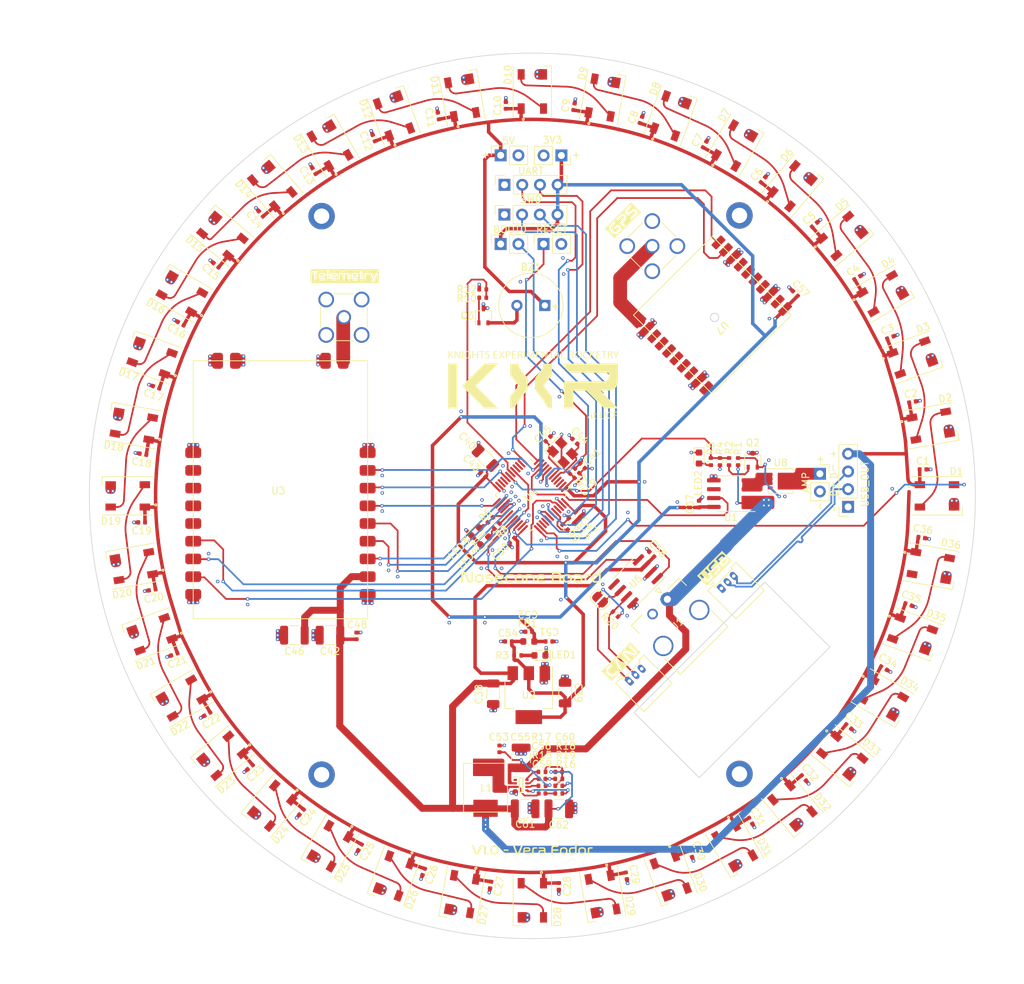
<source format=kicad_pcb>
(kicad_pcb (version 20211014) (generator pcbnew)
  (layers (0 "F.Cu" signal) (1 "In1.Cu" signal) (2 "In2.Cu" signal) (31 "B.Cu" signal) (34 "B.Paste" user) (35 "F.Paste" user) (36 "B.SilkS" user "B.Silkscreen") (37 "F.SilkS" user "F.Silkscreen") (38 "B.Mask" user) (39 "F.Mask" user) (44 "Edge.Cuts" user))
  (net 0 "")
  (net 1 "+5V")
  (net 2 "Net-(BZ1-Pad2)")
  (net 3 "GND")
  (net 4 "+3V3")
  (net 5 "+3.3VA")
  (net 6 "/OSC_IN")
  (net 7 "/OSC_OUT")
  (net 8 "NRST")
  (net 9 "+12V")
  (net 10 "Net-(D1-Pad2)")
  (net 11 "/LEDs/DIN")
  (net 12 "Net-(EXT_ANT1-Pad1)")
  (net 13 "Net-(EXT_ANT2-Pad1)")
  (net 14 "CANL")
  (net 15 "CANH")
  (net 16 "BOOT0")
  (net 17 "AMPOUT")
  (net 18 "SWCLK")
  (net 19 "SWDIO")
  (net 20 "UART1_RX")
  (net 21 "UART1_TX")
  (net 22 "Net-(JP1-Pad2)")
  (net 23 "Net-(LED1-Pad2)")
  (net 24 "Net-(LED2-Pad2)")
  (net 25 "Net-(LED3-Pad2)")
  (net 26 "Net-(LED4-Pad2)")
  (net 27 "Net-(Q2-Pad1)")
  (net 28 "BUZZER")
  (net 29 "STAT1")
  (net 30 "STAT2")
  (net 31 "MOSFET1")
  (net 32 "Net-(R15-Pad1)")
  (net 33 "Net-(R17-Pad1)")
  (net 34 "VBACKUP")
  (net 35 "3DFIX")
  (net 37 "GPSTX")
  (net 38 "GPSRX")
  (net 39 "ADC1")
  (net 40 "RXEN")
  (net 41 "RST")
  (net 44 "DIO1")
  (net 45 "TXEN")
  (net 46 "SPI2_CS")
  (net 47 "SPI2_SCK")
  (net 48 "SPI2_DI")
  (net 49 "SPI2_DO")
  (net 50 "DIO0")
  (net 51 "CAN_RX")
  (net 52 "CAN_TX")
  (net 56 "Net-(Q3-Pad1)")
  (net 57 "Net-(R9-Pad1)")
  (net 58 "Net-(R16-Pad1)")
  (net 76 "Net-(C56-Pad2)")
  (net 77 "Net-(C59-Pad1)")
  (net 78 "Net-(C59-Pad2)")
  (net 79 "Net-(C60-Pad2)")
  (net 80 "Net-(D2-Pad2)")
  (net 81 "Net-(D3-Pad2)")
  (net 82 "Net-(D4-Pad2)")
  (net 83 "Net-(D5-Pad2)")
  (net 84 "Net-(D6-Pad2)")
  (net 85 "Net-(D7-Pad2)")
  (net 86 "Net-(D8-Pad2)")
  (net 87 "Net-(D10-Pad4)")
  (net 88 "Net-(D10-Pad2)")
  (net 89 "Net-(D11-Pad2)")
  (net 90 "Net-(D12-Pad2)")
  (net 91 "Net-(D13-Pad2)")
  (net 92 "Net-(D14-Pad2)")
  (net 93 "Net-(D15-Pad2)")
  (net 94 "Net-(D16-Pad2)")
  (net 95 "Net-(D17-Pad2)")
  (net 96 "Net-(D18-Pad2)")
  (net 97 "Net-(D19-Pad2)")
  (net 98 "Net-(D20-Pad2)")
  (net 99 "Net-(D21-Pad2)")
  (net 100 "Net-(D22-Pad2)")
  (net 101 "Net-(D23-Pad2)")
  (net 102 "Net-(D24-Pad2)")
  (net 103 "Net-(D25-Pad2)")
  (net 104 "Net-(D26-Pad2)")
  (net 105 "Net-(D27-Pad2)")
  (net 106 "Net-(D28-Pad2)")
  (net 107 "Net-(D29-Pad2)")
  (net 108 "Net-(D31-Pad2)")
  (net 109 "Net-(D32-Pad2)")
  (net 110 "Net-(D33-Pad2)")
  (net 111 "Net-(D34-Pad2)")
  (net 112 "Net-(D35-Pad2)")
  (net 113 "/LEDs/DOUT")
  (net 114 "Net-(D30-Pad2)")
  (net 115 "Net-(Q2-Pad2)")
  (net 116 "Net-(U1-Pad3)")
  (net 125 "/USB+")
  (net 126 "/USB-")
  (footprint "Capacitor_SMD:C_0402_1005Metric" (layer "F.Cu") (at 194.627068 204.041593 70)
    (fp_text reference "C26")
    (fp_text value "0.1uF" hide)
  )
  (footprint "Connector_PinSocket_2.54mm:PinSocket_1x02_P2.54mm_Vertical" (layer "F.Cu") (at 211.820001 114 90)
    (fp_text reference "J6" hide)
    (fp_text value "RESET")
  )
  (footprint "Capacitor_SMD:C_0402_1005Metric" (layer "F.Cu") (at 205.5 186.399999 -90)
    (fp_text reference "C53")
    (fp_text value "0.1uF" hide)
  )
  (footprint "LED_SMD:LED_WS2812B_PLCC4_5.0x5.0mm_P3.2mm" (layer "F.Cu") (at 200.137769 93.00028 100)
    (fp_text reference "D11")
    (fp_text value "WS2812B" hide)
  )
  (footprint "LED_SMD:LED_WS2812B_PLCC4_5.0x5.0mm_P3.2mm" (layer "F.Cu") (at 210.209364 92.11913 90)
    (fp_text reference "D10")
    (fp_text value "WS2812B" hide)
  )
  (footprint "Package_TO_SOT_SMD:SOT-323_SC-70" (layer "F.Cu") (at 241.8 144.999999 90)
    (fp_text reference "Q2")
    (fp_text value "BC846AWHE3" hide)
  )
  (footprint "Package_SO:SOIC-8_3.9x4.9mm_P1.27mm" (layer "F.Cu") (at 238.7 149.8 180)
    (fp_text reference "U1")
    (fp_text value "ACS711xLCTR-25AB" hide)
  )
  (footprint "Package_TO_SOT_SMD:SOT-323_SC-70" (layer "F.Cu") (at 203.2 124.3 90)
    (fp_text reference "Q3")
    (fp_text value "BC846AWHE3" hide)
  )
  (footprint "Capacitor_SMD:C_0402_1005Metric" (layer "F.Cu") (at 227.318679 158.48939 135)
    (fp_text reference "C58")
    (fp_text value "0.1uF" hide)
  )
  (footprint "Connector_PinSocket_2.54mm:PinSocket_1x02_P2.54mm_Vertical" (layer "F.Cu") (at 205.670001 114 90)
    (fp_text reference "J7" hide)
    (fp_text value "BOOT0")
  )
  (footprint "Capacitor_SMD:C_0402_1005Metric" (layer "F.Cu") (at 212.5875 170.999999 180)
    (fp_text reference "C51")
    (fp_text value "10nF" hide)
  )
  (footprint "Capacitor_SMD:C_0402_1005Metric" (layer "F.Cu") (at 185.500261 200.516553 60)
    (fp_text reference "C25")
    (fp_text value "0.1uF" hide)
  )
  (footprint "Capacitor_SMD:C_0402_1005Metric" (layer "F.Cu") (at 204.227336 205.928227 80)
    (fp_text reference "C27")
    (fp_text value "0.1uF" hide)
  )
  (footprint "Connector_PinSocket_2.54mm:PinSocket_1x04_P2.54mm_Vertical" (layer "F.Cu") (at 206.2 109.775 90)
    (fp_text reference "J8" hide)
    (fp_text value "SWD")
  )
  (footprint "Capacitor_SMD:C_1210_3225Metric" (layer "F.Cu") (at 214.000001 194.999999)
    (fp_text reference "C62")
    (fp_text value "22uF" hide)
  )
  (footprint "LED_SMD:LED_WS2812B_PLCC4_5.0x5.0mm_P3.2mm" (layer "F.Cu") (at 267.328213 160.190725 -10)
    (fp_text reference "D36")
    (fp_text value "WS2812B" hide)
  )
  (footprint "Resistor_SMD:R_0402_1005Metric" (layer "F.Cu") (at 203.1 120.5 180)
    (fp_text reference "R12")
    (fp_text value "10k" hide)
  )
  (footprint "Capacitor_SMD:C_0402_1005Metric" (layer "F.Cu") (at 164.868282 117.033993 -40)
    (fp_text reference "C15")
    (fp_text value "0.1uF" hide)
  )
  (footprint "Capacitor_SMD:C_0402_1005Metric" (layer "F.Cu") (at 217.4 145.8 -45)
    (fp_text reference "C41")
    (fp_text value "0.1uF" hide)
  )
  (footprint "Capacitor_SMD:C_1206_3216Metric" (layer "F.Cu") (at 203.478508 144.721491 -45)
    (fp_text reference "C40")
    (fp_text value "10uF" hide)
  )
  (footprint "Capacitor_SMD:C_1206_3216Metric" (layer "F.Cu") (at 214.9 178.399999 -90)
    (fp_text reference "C39")
    (fp_text value "10uF" hide)
  )
  (footprint "Inductor_SMD:L_0603_1608Metric" (layer "F.Cu") (at 209.7 170.999999 180)
    (fp_text reference "FB1")
    (fp_text value "FerriteBead" hide)
  )
  (footprint "LOGO" (layer "F.Cu") (at 210.2 200.8)
    (fp_text reference "G***" hide)
    (fp_text value "LOGO" hide)
  )
  (footprint "Capacitor_SMD:C_0402_1005Metric" (layer "F.Cu") (at 247.9 121.1 135)
    (fp_text reference "C57")
    (fp_text value "0.1uF" hide)
  )
  (footprint "LED_SMD:LED_0603_1608Metric" (layer "F.Cu") (at 203.4 156.6 45)
    (fp_text reference "LED4")
    (fp_text value "STAT2" hide)
  )
  (footprint "MountingHole:MountingHole_2.2mm_M2_DIN965_Pad" (layer "F.Cu") (at 180 190.1)
    (fp_text reference "REF**" hide)
    (fp_text value "MountingHole_2.2mm_M2_DIN965_Pad" hide)
  )
  (footprint "Capacitor_SMD:C_0402_1005Metric" (layer "F.Cu") (at 255.550446 183.204267 140)
    (fp_text reference "C33")
    (fp_text value "0.1uF" hide)
  )
  (footprint "Capacitor_SMD:C_0402_1005Metric" (layer "F.Cu") (at 256.806787 118.828233 -150)
    (fp_text reference "C4")
    (fp_text value "0.1uF" hide)
  )
  (footprint "Capacitor_SMD:C_0402_1005Metric" (layer "F.Cu") (at 266.209364 146.31913 180)
    (fp_text reference "C1")
    (fp_text value "0.1uF" hide)
  )
  (footprint "Resistor_SMD:R_0402_1005Metric" (layer "F.Cu") (at 215.8 153.7 -45)
    (fp_text reference "R14")
    (fp_text value "10k" hide)
  )
  (footprint "LED_SMD:LED_WS2812B_PLCC4_5.0x5.0mm_P3.2mm" (layer "F.Cu") (at 152.209364 150.11913 180)
    (fp_text reference "D19")
    (fp_text value "WS2812B" hide)
  )
  (footprint "LOGO" (layer "F.Cu") (at 222.9 173.9 45)
    (fp_text reference "G***" hide)
    (fp_text value "LOGO" hide)
  )
  (footprint "Capacitor_SMD:C_0402_1005Metric" (layer "F.Cu") (at 234.918467 99.721707 -120)
    (fp_text reference "C7")
    (fp_text value "0.1uF" hide)
  )
  (footprint "LED_SMD:LED_WS2812B_PLCC4_5.0x5.0mm_P3.2mm" (layer "F.Cu") (at 159.979891 121.11913 150)
    (fp_text reference "D16")
    (fp_text value "WS2812B" hide)
  )
  (footprint "Resistor_SMD:R_0402_1005Metric" (layer "F.Cu") (at 205.139376 154.460624 -135)
    (fp_text reference "R8")
    (fp_text value "200" hide)
  )
  (footprint "Capacitor_SMD:C_1206_3216Metric" (layer "F.Cu") (at 204.6 178.499999 -90)
    (fp_text reference "C38")
    (fp_text value "10uF" hide)
  )
  (footprint "Footprints:MGAH06034R7M" (layer "F.Cu") (at 203.55 192.149999 -90)
    (fp_text reference "L1")
    (fp_text value "4.7uH" hide)
  )
  (footprint "LED_SMD:LED_WS2812B_PLCC4_5.0x5.0mm_P3.2mm" (layer "F.Cu") (at 165.778786 112.837448 140)
    (fp_text reference "D15")
    (fp_text value "WS2812B" hide)
  )
  (footprint "LED_SMD:LED_WS2812B_PLCC4_5.0x5.0mm_P3.2mm" (layer "F.Cu") (at 264.711536 130.281962 20)
    (fp_text reference "D3")
    (fp_text value "WS2812B" hide)
  )
  (footprint "Capacitor_SMD:C_0402_1005Metric" (layer "F.Cu") (at 209.7 169.599999)
    (fp_text reference "C52")
    (fp_text value "1uF" hide)
  )
  (footprint "Capacitor_SMD:C_1210_3225Metric" (layer "F.Cu") (at 209.175001 194.999999)
    (fp_text reference "C61")
    (fp_text value "22uF" hide)
  )
  (footprint "Capacitor_SMD:C_0402_1005Metric" (layer "F.Cu") (at 178.918467 103.521707 -60)
    (fp_text reference "C13")
    (fp_text value "0.1uF" hide)
  )
  (footprint "Capacitor_SMD:C_0402_1005Metric" (layer "F.Cu") (at 212.460589 141.939411 -135)
    (fp_text reference "C45")
    (fp_text value "10pF" hide)
  )
  (footprint "Capacitor_SMD:C_0402_1005Metric" (layer "F.Cu") (at 156.286901 134.536834 -20)
    (fp_text reference "C17")
    (fp_text value "0.1uF" hide)
  )
  (footprint "LED_SMD:LED_WS2812B_PLCC4_5.0x5.0mm_P3.2mm" (layer "F.Cu") (at 155.707192 169.956298 -160)
    (fp_text reference "D21")
    (fp_text value "WS2812B" hide)
  )
  (footprint "Capacitor_SMD:C_0402_1005Metric" (layer "F.Cu") (at 163.611941 181.410027 30)
    (fp_text reference "C22")
    (fp_text value "0.1uF" hide)
  )
  (footprint "LED_SMD:LED_WS2812B_PLCC4_5.0x5.0mm_P3.2mm" (layer "F.Cu") (at 190.372196 204.621302 -110)
    (fp_text reference "D26")
    (fp_text value "WS2812B" hide)
  )
  (footprint "Crystal:Crystal_SMD_3225-4Pin_3.2x2.5mm" (layer "F.Cu") (at 214.523223 143.921142 -45)
    (fp_text reference "Y1" hide)
    (fp_text value "8MHz" hide)
  )
  (footprint "Capacitor_SMD:C_0402_1005Metric" (layer "F.Cu") (at 154.209364 153.91913)
    (fp_text reference "C19")
    (fp_text value "0.1uF" hide)
  )
  (footprint "Capacitor_SMD:C_0402_1005Metric" (layer "F.Cu") (at 216.7 152.8 135)
    (fp_text reference "C47")
    (fp_text value "0.1uF" hide)
  )
  (footprint "Capacitor_SMD:C_0402_1005Metric" (layer "F.Cu") (at 232.933324 201.44224 110)
    (fp_text reference "C30")
    (fp_text value "0.1uF" hide)
  )
  (footprint "LED_SMD:LED_WS2812B_PLCC4_5.0x5.0mm_P3.2mm" (layer "F.Cu") (at 268.209364 150.11913)
    (fp_text reference "D1")
    (fp_text value "WS2812B" hide)
  )
  (footprint "Capacitor_SMD:C_0402_1005Metric" (layer "F.Cu") (at 206.7875 170.999999)
    (fp_text reference "C54")
    (fp_text value "1uF" hide)
  )
  (footprint "Footprints:PA1616" (layer "F.Cu") (at 246.438664 123.316117 -135)
    (fp_text reference "U7")
    (fp_text value "PA1616" hide)
    (fp_circle (center 8 6.3) (end 8.6 6.3) (layer "Edge.Cuts") (width 0.12) (fill none))
  )
  (footprint "LED_SMD:LED_WS2812B_PLCC4_5.0x5.0mm_P3.2mm" (layer "F.Cu") (at 260.438837 179.11913 -30)
    (fp_text reference "D34")
    (fp_text value "WS2812B" hide)
  )
  (footprint "Capacitor_SMD:C_0402_1005Metric" (layer "F.Cu") (at 159.811941 125.410027 -30)
    (fp_text reference "C16")
    (fp_text value "0.1uF" hide)
  )
  (footprint "MountingHole:MountingHole_2.2mm_M2_DIN965_Pad" (layer "F.Cu") (at 239.9 109.9)
    (fp_text reference "REF**" hide)
    (fp_text value "MountingHole_2.2mm_M2_DIN965_Pad" hide)
  )
  (footprint "Package_SO:SOIC-8_3.9x4.9mm_P1.27mm" (layer "F.Cu") (at 225.018679 162.38939 -135)
    (fp_text reference "U6")
    (fp_text value "SN65HVDA1040BQDRQ1" hide)
  )
  (footprint "Capacitor_SMD:C_1210_3225Metric" (layer "F.Cu") (at 181.2 170.099999 180)
    (fp_text reference "C42")
    (fp_text value "22uF" hide)
  )
  (footprint "Capacitor_SMD:C_0402_1005Metric" (layer "F.Cu") (at 214.009364 206.11913 90)
    (fp_text reference "C28")
    (fp_text value "0.1uF" hide)
  )
  (footprint "Capacitor_SMD:C_0402_1005Metric" (layer "F.Cu") (at 214 189.700001)
    (fp_text reference "C60")
    (fp_text value "10pF" hide)
  )
  (footprint "LED_SMD:LED_WS2812B_PLCC4_5.0x5.0mm_P3.2mm" (layer "F.Cu") (at 172.927683 105.688552 130)
    (fp_text reference "D14")
    (fp_text value "WS2812B" hide)
  )
  (footprint "Resistor_SMD:R_0402_1005Metric" (layer "F.Cu") (at 214 190.700001)
    (fp_text reference "R18")
    (fp_text value "7.68k" hide)
  )
  (footprint "LED_SMD:LED_WS2812B_PLCC4_5.0x5.0mm_P3.2mm" (layer "F.Cu") (at 153.090514 160.190725 -170)
    (fp_text reference "D20")
    (fp_text value "WS2812B" hide)
  )
  (footprint "Capacitor_SMD:C_0402_1005Metric" (layer "F.Cu") (at 196.742797 95.629759 -80)
    (fp_text reference "C11")
    (fp_text value "0.1uF" hide)
  )
  (footprint "LED_SMD:LED_WS2812B_PLCC4_5.0x5.0mm_P3.2mm" (layer "F.Cu") (at 239.209364 99.889657 60)
    (fp_text reference "D7")
    (fp_text value "WS2812B" hide)
  )
  (footprint "LED_SMD:LED_WS2812B_PLCC4_5.0x5.0mm_P3.2mm" (layer "F.Cu") (at 254.639942 187.400812 -40)
    (fp_text reference "D33")
    (fp_text value "WS2812B" hide)
  )
  (footprint "Connector_PinSocket_2.54mm:PinSocket_1x04_P2.54mm_Vertical" (layer "F.Cu") (at 255.475 151.7 180)
    (fp_text reference "J10" hide)
    (fp_text value "USB_OUT")
  )
  (footprint "Capacitor_SMD:C_0402_1005Metric" (layer "F.Cu") (at 184.999999 170.199998 -90)
    (fp_text reference "C48")
    (fp_text value "0.1uF" hide)
  )
  (footprint "Connector_PinSocket_2.54mm:PinSocket_1x04_P2.54mm_Vertical" (layer "F.Cu") (at 206.220001 105.5 90)
    (fp_text reference "J9" hide)
    (fp_text value "UART")
  )
  (footprint "Resistor_SMD:R_0402_1005Metric" (layer "F.Cu") (at 211.6 191.699999)
    (fp_text reference "R15")
    (fp_text value "604K" hide)
  )
  (footprint "LOGO" (layer "F.Cu") (at 236.3 160.5 45)
    (fp_text reference "G***" hide)
    (fp_text value "LOGO" hide)
  )
  (footprint "LED_SMD:LED_WS2812B_PLCC4_5.0x5.0mm_P3.2mm" (layer "F.Cu") (at 200.137769 207.237979 -100)
    (fp_text reference "D27")
    (fp_text value "WS2812B" hide)
  )
  (footprint "Capacitor_SMD:C_0402_1005Metric" (layer "F.Cu") (at 203.178508 147.021491 -45)
    (fp_text reference "C43")
    (fp_text value "0.1uF" hide)
  )
  (footprint "Capacitor_SMD:C_0402_1005Metric" (layer "F.Cu") (at 241.500261 196.716553 120)
    (fp_text reference "C31")
    (fp_text value "0.1uF" hide)
  )
  (footprint "LED_SMD:LED_WS2812B_PLCC4_5.0x5.0mm_P3.2mm" (layer "F.Cu") (at 267.328214 140.047535 10)
    (fp_text reference "D2")
    (fp_text value "WS2812B" hide)
  )
  (footprint "Resistor_SMD:R_0402_1005Metric" (layer "F.Cu") (at 238.4 145.2 -90)
    (fp_text reference "R2")
    (fp_text value "10k" hide)
  )
  (footprint "Capacitor_SMD:C_0402_1005Metric" (layer "F.Cu") (at 250.66526 111.212055 -140)
    (fp_text reference "C5")
    (fp_text value "0.1uF" hide)
  )
  (footprint "Capacitor_SMD:C_0402_1005Metric" (layer "F.Cu") (at 234.1 151.3 -90)
    (fp_text reference "C37")
    (fp_text value "0.1uF" hide)
  )
  (footprint "Connector_Molex:Molex_PicoBlade_53048-0310_1x03_P1.25mm_Horizontal" (layer "F.Cu") (at 224.114035 176.681802 45)
    (fp_text reference "J5" hide)
    (fp_text value "CAN" hide)
  )
  (footprint "Package_TO_SOT_SMD:SOT-223-3_TabPin2" (layer "F.Cu") (at 209.7 178.699999 -90)
    (fp_text reference "U2")
    (fp_text value "LD1117S33TR_SOT223" hide)
  )
  (footprint "Capacitor_SMD:C_0402_1005Metric" (layer "F.Cu") (at 158.886254 172.84309 20)
    (fp_text reference "C21")
    (fp_text value "0.1uF" hide)
  )
  (footprint "Connector_PinSocket_2.54mm:PinSocket_1x02_P2.54mm_Vertical" (layer "F.Cu") (at 251.425 146.95)
    (fp_text reference "J4" hide)
    (fp_text value "AMP")
  )
  (footprint "LED_SMD:LED_WS2812B_PLCC4_5.0x5.0mm_P3.2mm" (layer "F.Cu") (at 172.927682 194.549708 -130)
    (fp_text reference "D24")
    (fp_text value "WS2812B" hide)
  )
  (footprint "LED_SMD:LED_0603_1608Metric" (layer "F.Cu") (at 234.1 144.687501 -90)
    (fp_text reference "LED2")
    (fp_text value "FET1" hide)
  )
  (footprint "Capacitor_SMD:C_1210_3225Metric" (layer "F.Cu") (at 176.099999 170.099999 180)
    (fp_text reference "C46")
    (fp_text value "22uF" hide)
  )
  (footprint "Footprints:SOTFL50P160X60-8N" (layer "F.Cu") (at 208.6 191.599999)
    (fp_text reference "U5" hide)
    (fp_text value "MP2393" hide)
  )
  (footprint "Capacitor_SMD:C_0402_1005Metric" (layer "F.Cu") (at 264.131827 165.701426 160)
    (fp_text reference "C35")
    (fp_text value "0.1uF" hide)
  )
  (footprint "LED_SMD:LED_WS2812B_PLCC4_5.0x5.0mm_P3.2mm" (layer "F.Cu") (at 247.491046 105.688552 50)
    (fp_text reference "D6")
    (fp_text value "WS2812B" hide)
  )
  (footprint "LOGO" (layer "F.Cu") (at 211.4 136.2)
    (fp_text reference "G***" hide)
    (fp_text value "LOGO" hide)
  )
  (footprint "Resistor_SMD:R_0402_1005Metric" (layer "F.Cu") (at 214.9 154.6 135)
    (fp_text reference "R9")
    (fp_text value "10k" hide)
  )
  (footprint "LED_SMD:LED_0603_1608Metric" (layer "F.Cu") (at 202.1 155.3 45)
    (fp_text reference "LED3")
    (fp_text value "STAT1" hide)
  )
  (footprint "Capacitor_SMD:C_0402_1005Metric" (layer "F.Cu") (at 243.294501 104.778048 -130)
    (fp_text reference "C6")
    (fp_text value "0.1uF" hide)
  )
  (footprint "Resistor_SMD:R_0402_1005Metric" (layer "F.Cu") (at 222.118679 167.08939 -45)
    (fp_text reference "R20")
    (fp_text value "120" hide)
  )
  (footprint "LOGO" (layer "F.Cu") (at 210 161.7)
    (fp_text reference "G***" hide)
    (fp_text value "LOGO" hide)
  )
  (footprint "LED_SMD:LED_WS2812B_PLCC4_5.0x5.0mm_P3.2mm" (layer "F.Cu") (at 230.046532 204.621302 -70)
    (fp_text reference "D30")
    (fp_text value "WS2812B" hide)
  )
  (footprint "LED_SMD:LED_WS2812B_PLCC4_5.0x5.0mm_P3.2mm" (layer "F.Cu") (at 159.979891 179.11913 -150)
    (fp_text reference "D22")
    (fp_text value "WS2812B" hide)
  )
  (footprint "Resistor_SMD:R_0402_1005Metric" (layer "F.Cu") (at 211.59 189.699999)
    (fp_text reference "R17")
    (fp_text value "15k" hide)
  )
  (footprint "Resistor_SMD:R_0402_1005Metric" (layer "F.Cu") (at 237.1 145.2 -90)
    (fp_text reference "R4")
    (fp_text value "10k" hide)
  )
  (footprint "LOGO" (layer "F.Cu") (at 183.3 118.6)
    (fp_text reference "G***" hide)
    (fp_text value "LOGO" hide)
  )
  (footprint "Connector_Coaxial:SMA_Amphenol_901-144_Vertical" (layer "F.Cu") (at 183.2 124.5 180)
    (fp_text reference "EXT_ANT1" hide)
    (fp_text value "SMA_F_R_A_PCB" hide)
  )
  (footprint "Capacitor_SMD:C_0402_1005Metric" (layer "F.Cu") (at 261.532474 127.39517 -160)
    (fp_text reference "C3")
    (fp_text value "0.1uF" hide)
  )
  (footprint "Capacitor_SMD:C_0402_1005Metric" (layer "F.Cu") (at 249.116439 190.575026 130)
    (fp_text reference "C32")
    (fp_text value "0.1uF" hide)
  )
  (footprint "LED_SMD:LED_WS2812B_PLCC4_5.0x5.0mm_P3.2mm" (layer "F.Cu") (at 264.711536 169.956298 -20)
    (fp_text reference "D35")
    (fp_text value "WS2812B" hide)
  )
  (footprint "Connector_Coaxial:SMA_Amphenol_901-144_Vertical" (layer "F.Cu") (at 227.4 114.3 45)
    (fp_text reference "EXT_ANT2" hide)
    (fp_text value "SMA_F_R_A_PCB" hide)
  )
  (footprint "Capacitor_SMD:C_0402_1005Metric" (layer "F.Cu") (at 207.3 156.5 45)
    (fp_text reference "C50")
    (fp_text value "0.1uF" hide)
  )
  (footprint "Capacitor_SMD:C_0402_1005Metric" (layer "F.Cu") (at 216.191392 94.310033 -100)
    (fp_text reference "C9")
    (fp_text value "0.1uF" hide)
  )
  (footprint "Capacitor_SMD:C_0402_1005Metric" (layer "F.Cu") (at 211.6 190.699999 180)
    (fp_text reference "C56")
    (fp_text value "6.8nF" hide)
  )
  (footprint "Resistor_SMD:R_0402_1005Metric" (layer "F.Cu") (at 214 192.8 180)
    (fp_text reference "R16")
    (fp_text value "20" hide)
  )
  (footprint "LED_SMD:LED_WS2812B_PLCC4_5.0x5.0mm_P3.2mm" (layer "F.Cu") (at 254.639942 112.837449 40)
    (fp_text reference "D5")
    (fp_text value "WS2812B" hide)
  )
  (footprint "Capacitor_SMD:C_0402_1005Metric" (layer "F.Cu") (at 154.400267 144.137102 -10)
    (fp_text reference "C18")
    (fp_text value "0.1uF" hide)
  )
  (footprint "Package_QFP:LQFP-48_7x7mm_P0.5mm" (layer "F.Cu") (at 210 150 -135)
    (fp_text reference "U4")
    (fp_text value "STM32F103C8Tx" hide)
  )
  (footprint "Resistor_SMD:R_0402_1005Metric" (layer "F.Cu") (at 203.1 121.7 180)
    (fp_text reference "R10")
    (fp_text value "10k" hide)
  )
  (footprint "Capacitor_SMD:C_0402_1005Metric" (layer "F.Cu") (at 169.753468 189.026205 40)
    (fp_text reference "C23")
    (fp_text value "0.1uF" hide)
  )
  (footprint "Capacitor_SMD:C_0402_1005Metric" (layer "F.Cu") (at 171.302289 109.663234 -50)
    (fp_text reference "C14")
    (fp_text value "0.1uF" hide)
  )
  (footprint "Resistor_SMD:R_0402_1005Metric" (layer "F.Cu") (at 215.939411 146.560589 45)
    (fp_text reference "R7")
    (fp_text value "10k" hide)
  )
  (footprint "LED_SMD:LED_WS2812B_PLCC4_5.0x5.0mm_P3.2mm" (layer "F.Cu") (at 260.438837 121.11913 30)
    (fp_text reference "D4")
    (fp_text value "WS2812B" hide)
  )
  (footprint "LED_SMD:LED_WS2812B_PLCC4_5.0x5.0mm_P3.2mm" (layer "F.Cu") (at 181.209364 200.348603 -120)
    (fp_text reference "D25")
    (fp_text value "WS2812B" hide)
  )
  (footprint "Connector_PinSocket_2.54mm:PinSocket_1x02_P2.54mm_Vertical" (layer "F.Cu") (at 214.370001 101.3 -90)
    (fp_text reference "J3" hide)
    (fp_text value "3V3")
  )
  (footprint "LED_SMD:LED_WS2812B_PLCC4_5.0x5.0mm_P3.2mm" (layer "F.Cu") (at 220.280959 207.23798 -80)
    (fp_text reference "D29")
    (fp_text value "WS2812B" hide)
  )
  (footprint "Capacitor_SMD:C_0402_1005Metric" (layer "F.Cu") (at 211.6 192.799999)
    (fp_text reference "C59")
    (fp_text value "1uF" hide)
  )
  (footprint "Resistor_SMD:R_0402_1005Metric" (layer "F.Cu") (at 208.109999 172.999999)
    (fp_text reference "R3")
    (fp_text value "200" hide)
  )
  (footprint "Connector_Molex:Molex_PicoBlade_53048-0310_1x03_P1.25mm_Horizontal" (layer "F.Cu") (at 237.314035 163.381802 45)
    (fp_text reference "J11" hide)
    (fp_text value "USB_IN" hide)
  )
  (footprint "LOGO" (layer "F.Cu") (at 223.2 110.6 45)
    (fp_text reference "G***" hide)
    (fp_text value "LOGO" hide)
  )
  (footprint "LED_SMD:LED_WS2812B_PLCC4_5.0x5.0mm_P3.2mm" (layer "F.Cu") (at 230.046532 95.616958 70)
    (fp_text reference "D8")
    (fp_text value "WS2812B" hide)
  )
  (footprint "Package_SON:Diodes_PowerDI3333-8" (layer "F.Cu") (at 245.8 148)
    (fp_text reference "U8")
    (fp_text value "DMP26M7UFG" hide)
  )
  (footprint "Buzzer_Beeper:MagneticBuzzer_PUI_AT-0927-TT-6-R" (layer "F.Cu") (at 212 122.8 180)
    (fp_text reference "BZ1")
    (fp_text value "Buzzer" hide)
  )
  (footprint "Resistor_SMD:R_0402_1005Metric" (layer "F.Cu") (at 239.7 145.2 90)
    (fp_text reference "R1")
    (fp_text value "10k" hide)
  )
  (footprint "Capacitor_SMD:C_0402_1005Metric" (layer "F.Cu") (at 177.124227 195.460212 50)
    (fp_text reference "C24")
    (fp_text value "0.1uF" hide)
  )
  (footprint "LED_SMD:LED_0603_1608Metric" (layer "F.Cu") (at 211.3 172.999999 180)
    (fp_text reference "LED1")
    (fp_text value "3V3" hide)
  )
  (footprint "Capacitor_SMD:C_0402_1005Metric" (layer "F.Cu") (at 187.485404 98.79602 -70)
    (fp_text reference "C12")
    (fp_text value "0.1uF" hide)
  )
  (footprint "Capacitor_SMD:C_0402_1005Metric" (layer "F.Cu") (at 216.6 147.2 -135)
    (fp_text reference "C49")
    (fp_text value "0.1uF" hide)
  )
  (footprint "MountingHole:MountingHole_2.2mm_M2_DIN965_Pad" (layer "F.Cu") (at 180 110)
    (fp_text reference "REF**" hide)
    (fp_text value "MountingHole_2.2mm_M2_DIN965_Pad" hide)
  )
  (footprint "Jumper:SolderJumper-2_P1.3mm_Open_RoundedPad1.0x1.5mm" (layer "F.Cu") (at 219.918679 164.98939 135)
    (fp_text reference "JP1" hide)
    (fp_text value "TERMINATION" hide)
  )
  (footprint "LED_SMD:LED_WS2812B_PLCC4_5.0x5.0mm_P3.2mm" (layer "F.Cu") (at 220.280959 93.000281 80)
    (fp_text reference "D9")
    (fp_text value "WS2812B" hide)
  )
  (footprint "Capacitor_SMD:C_0402_1005Metric" (layer "F.Cu") (at 223.675931 204.608501 100)
    (fp_text reference "C29")
    (fp_text value "0.1uF" hide)
  )
  (footprint "LED_SMD:LED_WS2812B_PLCC4_5.0x5.0mm_P3.2mm" (layer "F.Cu") (at 239.209364 200.348603 -60)
    (fp_text reference "D31")
    (fp_text value "WS2812B" hide)
  )
  (footprint "Connector_PinSocket_2.54mm:PinSocket_1x02_P2.54mm_Vertical" (layer "F.Cu") (at 205.670001 101.275 90)
    (fp_text reference "J2" hide)
    (fp_text value "5V")
  )
  (footprint "LED_SMD:LED_WS2812B_PLCC4_5.0x5.0mm_P3.2mm" (layer "F.Cu") (at 247.491045 194.549708 -50)
    (fp_text reference "D32")
    (fp_text value "WS2812B" hide)
  )
  (footprint "Capacitor_SMD:C_0402_1005Metric" (layer "F.Cu") (at 264.698735 136.652563 -170)
    (fp_text reference "C2")
    (fp_text value "0.1uF" hide)
  )
  (footprint "LED_SMD:LED_WS2812B_PLCC4_5.0x5.0mm_P3.2mm" (layer "F.Cu") (at 181.209364 99.889657 120)
    (fp_text reference "D13")
    (fp_text value "WS2812B" hide)
  )
  (footprint "LED_SMD:LED_WS2812B_PLCC4_5.0x5.0mm_P3.2mm" (layer "F.Cu") (at 210.209364 208.11913 -90)
    (fp_text reference "D28")
    (fp_text value "WS2812B" hide)
  )
  (footprint "Footprints:DL-SX1278PA" (layer "F.Cu") (at 161.6 130.7415)
    (fp_text reference "U3")
    (fp_text value "DL-SX1278PA" hide)
  )
  (footprint "Resistor_SMD:R_0402_1005Metric" (layer "F.Cu") (at 214 191.7)
    (fp_text reference "R19")
    (fp_text value "40.2k" hide)
  )
  (footprint "MountingHole:MountingHole_2.2mm_M2_DIN965_Pad" (layer "F.Cu") (at 239.9 190)
    (fp_text reference "REF**" hide)
    (fp_text value "MountingHole_2.2mm_M2_DIN965_Pad" hide)
  )
  (footprint "Capacitor_SMD:C_0402_1005Metric" (layer "F.Cu") (at 155.719993 163.585697 10)
    (fp_text reference "C20")
    (fp_text value "0.1uF" hide)
  )
  (footprint "Capacitor_SMD:C_0402_1005Metric" (layer "F.Cu") (at 260.606787 174.828233 150)
    (fp_text reference "C34")
    (fp_text value "0.1uF" hide)
  )
  (footprint "Footprints:MOLEX_436500203" (layer "F.Cu") (at 229.566465 164.945145 45)
    (fp_text reference "J1")
    (fp_text value "NOSECONE" hide)
  )
  (footprint "Capacitor_SMD:C_0402_1005Metric" (layer "F.Cu") (at 206.409364 94.11913 -90)
    (fp_text reference "C10")
    (fp_text value "0.1uF" hide)
  )
  (footprint "LED_SMD:LED_WS2812B_PLCC4_5.0x5.0mm_P3.2mm" (layer "F.Cu") (at 165.778786 187.400811 -140)
    (fp_text reference "D23")
    (fp_text value "WS2812B" hide)
  )
  (footprint "LED_SMD:LED_WS2812B_PLCC4_5.0x5.0mm_P3.2mm" (layer "F.Cu") (at 155.707192 130.281962 160)
    (fp_text reference "D17")
    (fp_text value "WS2812B" hide)
  )
  (footprint "LED_SMD:LED_WS2812B_PLCC4_5.0x5.0mm_P3.2mm" (layer "F.Cu") (at 190.372196 95.616958 110)
    (fp_text reference "D12")
    (fp_text value "WS2812B" hide)
  )
  (footprint "LED_SMD:LED_WS2812B_PLCC4_5.0x5.0mm_P3.2mm" (layer "F.Cu") (at 153.090515 140.047535 170)
    (fp_text reference "D18")
    (fp_text value "WS2812B" hide)
  )
  (footprint "Capacitor_SMD:C_1210_3225Metric" (layer "F.Cu") (at 208.6 187.7 -90)
    (fp_text reference "C55")
    (fp_text value "22uF" hide)
  )
  (footprint "Capacitor_SMD:C_0402_1005Metric" (layer "F.Cu") (at 216.3 142.3 -45)
    (fp_text reference "C44")
    (fp_text value "10pF" hide)
  )
  (footprint "Resistor_SMD:R_0402_1005Metric" (layer "F.Cu") (at 204.2 153.560624 -135)
    (fp_text reference "R6")
    (fp_text value "200" hide)
  )
  (footprint "Capacitor_SMD:C_0402_1005Metric" (layer "F.Cu") (at 266.018461 156.101158 170)
    (fp_text reference "C36")
    (fp_text value "0.1uF" hide)
  )
  (footprint "Resistor_SMD:R_0402_1005Metric" (layer "F.Cu") (at 235.8 145.2 -90)
    (fp_text reference "R5")
    (fp_text value "68" hide)
  )
  (footprint "Capacitor_SMD:C_0402_1005Metric" (layer "F.Cu") (at 225.79166 96.196667 -110)
    (fp_text reference "C8")
    (fp_text value "0.1uF" hide)
  )
  (gr_circle (center 261.397391 167.366617) (end 261.525563 167.30685) (layer "F.SilkS") (width 0.15) (fill none))
  (gr_circle (center 208.909364 96.11913) (end 208.809364 96.01913) (layer "F.SilkS") (width 0.15) (fill none))
  (gr_circle (center 156.209364 151.41913) (end 156.109364 151.51913) (layer "F.SilkS") (width 0.15) (fill none))
  (gr_circle (center 252.411388 183.833804) (end 252.552271 183.821478) (layer "F.SilkS") (width 0.15) (fill none))
  (gr_circle (center 264.209364 148.81913) (end 264.309364 148.71913) (layer "F.SilkS") (width 0.15) (fill none))
  (gr_circle (center 182.083531 104.003758) (end 181.946929 103.967156) (layer "F.SilkS") (width 0.15) (fill none))
  (gr_circle (center 218.306116 96.713769) (end 218.225 96.597924) (layer "F.SilkS") (width 0.15) (fill none))
  (gr_circle (center 236.083531 102.703758) (end 236.046929 102.567156) (layer "F.SilkS") (width 0.15) (fill none))
  (gr_circle (center 202.112612 203.524491) (end 202.193728 203.640336) (layer "F.SilkS") (width 0.15) (fill none))
  (gr_circle (center 184.335197 197.534502) (end 184.371799 197.671104) (layer "F.SilkS") (width 0.15) (fill none))
  (gr_circle (center 168.00734 116.404456) (end 167.866457 116.416782) (layer "F.SilkS") (width 0.15) (fill none))
  (gr_circle (center 192.961877 201.307157) (end 193.021644 201.435329) (layer "F.SilkS") (width 0.15) (fill none))
  (gr_circle (center 243.924038 107.917106) (end 243.911712 107.776223) (layer "F.SilkS") (width 0.15) (fill none))
  (gr_circle (center 238.335197 196.234502) (end 238.471799 196.271104) (layer "F.SilkS") (width 0.15) (fill none))
  (gr_circle (center 227.456851 98.931103) (end 227.397084 98.802931) (layer "F.SilkS") (width 0.15) (fill none))
  (gr_circle (center 220.866616 203.073006) (end 220.982462 203.154122) (layer "F.SilkS") (width 0.15) (fill none))
  (gr_circle (center 169.678588 185.825518) (end 169.666262 185.966402) (layer "F.SilkS") (width 0.15) (fill none))
  (gr_circle (center 257.624736 175.993297) (end 257.761338 175.956695) (layer "F.SilkS") (width 0.15) (fill none))
  (gr_circle (center 229.900052 200.417906) (end 230.028224 200.477673) (layer "F.SilkS") (width 0.15) (fill none))
  (gr_circle (center 250.74014 114.412742) (end 250.752466 114.271858) (layer "F.SilkS") (width 0.15) (fill none))
  (gr_circle (center 159.021337 132.871643) (end 158.893165 132.93141) (layer "F.SilkS") (width 0.15) (fill none))
  (gr_circle (center 263.614725 158.215882) (end 263.73057 158.134766) (layer "F.SilkS") (width 0.15) (fill none))
  (gr_circle (center 164.093992 178.244963) (end 164.05739 178.381565) (layer "F.SilkS") (width 0.15) (fill none))
  (gr_circle (center 162.793992 124.244963) (end 162.65739 124.281565) (layer "F.SilkS") (width 0.15) (fill none))
  (gr_circle (center 260.50814 130.428442) (end 260.567907 130.30027) (layer "F.SilkS") (width 0.15) (fill none))
  (gr_circle (center 199.552112 97.165254) (end 199.436266 97.084138) (layer "F.SilkS") (width 0.15) (fill none))
  (gr_circle (center 245.915752 190.649906) (end 246.056636 190.662232) (layer "F.SilkS") (width 0.15) (fill none))
  (gr_circle (center 256.324736 121.993297) (end 256.361338 121.856695) (layer "F.SilkS") (width 0.15) (fill none))
  (gr_circle (center 263.16324 139.461878) (end 263.244356 139.346032) (layer "F.SilkS") (width 0.15) (fill none))
  (gr_circle (center 159.910588 169.809818) (end 159.850821 169.93799) (layer "F.SilkS") (width 0.15) (fill none))
  (gr_circle (center 174.502976 109.588354) (end 174.362092 109.576028) (layer "F.SilkS") (width 0.15) (fill none))
  (gr_circle (center 176.49469 192.321154) (end 176.507016 192.462037) (layer "F.SilkS") (width 0.15) (fill none))
  (gr_circle (center 156.804003 142.022378) (end 156.688158 142.103494) (layer "F.SilkS") (width 0.15) (fill none))
  (gr_circle (center 157.255488 160.776382) (end 157.174372 160.892228) (layer "F.SilkS") (width 0.15) (fill none))
  (gr_circle (center 190.518676 99.820354) (end 190.390504 99.760587) (layer "F.SilkS") (width 0.15) (fill none))
  (gr_circle (center 211.509364 204.11913) (end 211.609364 204.21913) (layer "F.SilkS") (width 0.15) (fill none))
  (gr_circle (center 210.209364 150.11913) (end 273.709364 150.11913) (layer "Edge.Cuts") (width 0.1) (fill none))
  (gr_poly (pts (xy 224.799514 181.208555) (xy 243.537844 162.470225) (xy 252.871653 171.804035) (xy 234.133324 190.542364)) (layer "Edge.Cuts") (width 0.1) (fill none))
  (gr_text "+" (at 203.5 101.2) (layer "F.SilkS") (effects (font (size 1 1))))
  (gr_text "-" (at 253.4 151.9 90) (layer "F.SilkS") (effects (font (size 1 1)) (justify mirror)))
  (gr_text "+" (at 253.4 144) (layer "F.SilkS") (effects (font (size 1 1)) (justify mirror)))
  (gr_text "D-" (at 253.4 146.6 270) (layer "F.SilkS") (effects (font (size 1 1)) (justify mirror)))
  (gr_text "D+\n" (at 253.4 149.1 270) (layer "F.SilkS") (effects (font (size 1 1)) (justify mirror)))
  (gr_text "-" (at 251.4 151.5 90) (layer "F.SilkS") (effects (font (size 1 1)) (justify mirror)))
  (gr_text "+" (at 216.5 101.2) (layer "F.SilkS") (effects (font (size 1 1))))
  (gr_text "+" (at 251.5 144.8) (layer "F.SilkS") (effects (font (size 1 1)) (justify mirror)))
  (segment (start 222.609364 97.569129) (end 222.600832 97.567182) (width 0.5) (layer "F.Cu") (net 1))
  (segment (start 256.362028 121.621866) (end 256.27223 121.688471) (width 0.5) (layer "F.Cu") (net 1))
  (segment (start 203.4 101.9) (end 204.025 101.275) (width 0.5) (layer "F.Cu") (net 1))
  (segment (start 213.9 195) (end 212.525001 194.999999) (width 0.25) (layer "F.Cu") (net 1))
  (segment (start 178.575 166.525) (end 177.574999 167.525001) (width 1) (layer "F.Cu") (net 1))
  (segment (start 156.986244 161.144533) (end 157.20057 161.080782) (width 0.5) (layer "F.Cu") (net 1))
  (segment (start 246.369203 190.699002) (end 246.20683 190.545265) (width 0.5) (layer "F.Cu") (net 1))
  (segment (start 161.301653 123.729771) (end 160.227633 125.650027) (width 0.25) (layer "F.Cu") (net 1))
  (segment (start 202.1389 205.103038) (end 202.345636 204.013257) (width 0.5) (layer "F.Cu") (net 1))
  (segment (start 203.7 163) (end 218.6 163) (width 0.5) (layer "F.Cu") (net 1))
  (segment (start 206.409364 94.59913) (end 208.609364 94.56913) (width 0.5) (layer "F.Cu") (net 1))
  (segment (start 234.523784 198.23654) (end 230.309128 200.368661) (width 0.5) (layer "F.Cu") (net 1))
  (segment (start 216.387009 203.771745) (end 216.409364 203.76913) (width 0.5) (layer "F.Cu") (net 1))
  (segment (start 264.637598 138.897281) (end 264.226027 136.735914) (width 0.25) (layer "F.Cu") (net 1))
  (segment (start 207.4 175.549999) (end 202.849999 175.549999) (width 0.5) (layer "F.Cu") (net 1))
  (segment (start 203.937712 97.937712) (end 203.937712 96.515511) (width 0.5) (layer "F.Cu") (net 1))
  (segment (start 158.556671 170.621857) (end 159.337306 172.67892) (width 0.25) (layer "F.Cu") (net 1))
  (segment (start 154.659364 151.71913) (end 155.880282 151.734935) (width 0.5) (layer "F.Cu") (net 1))
  (segment (start 230.102504 200.452009) (end 225.632178 201.827494) (width 0.5) (layer "F.Cu") (net 1))
  (segment (start 158.556671 170.621857) (end 159.337306 172.67892) (width 0.5) (layer "F.Cu") (net 1))
  (segment (start 227.705074 97.371973) (end 225.62749 96.647719) (width 0.25) (layer "F.Cu") (net 1))
  (segment (start 214.009364 205.63913) (end 211.809364 205.66913) (width 0.5) (layer "F.Cu") (net 1))
  (segment (start 156.304506 147.046027) (end 156.314304 146.8909) (width 0.5) (layer "F.Cu") (net 1))
  (segment (start 261.919196 167.222006) (end 262.956521 167.614841) (width 0.5) (layer "F.Cu") (net 1))
  (segment (start 225.810043 160.7) (end 226.319755 160.190288) (width 0.5) (layer "F.Cu") (net 1))
  (segment (start 218.045554 96.446449) (end 218.038856 96.558052) (width 0.5) (layer "F.Cu") (net 1))
  (segment (start 221.234767 203.34225) (end 221.171016 203.127924) (width 0.5) (layer "F.Cu") (net 1))
  (segment (start 212 122.8) (end 210 120.8) (width 0.5) (layer "F.Cu") (net 1))
  (segment (start 181.048723 102.811419) (end 181.590851 103.779126) (width 0.5) (layer "F.Cu") (net 1))
  (segment (start 208.59356 95.790048) (end 208.619125 96.012189) (width 0.5) (layer "F.Cu") (net 1))
  (segment (start 189.706637 98.466437) (end 190.072488 99.513583) (width 0.5) (layer "F.Cu") (net 1))
  (segment (start 232.769154 200.991188) (end 230.712091 201.771823) (width 0.25) (layer "F.Cu") (net 1))
  (segment (start 239.943281 104.990752) (end 239.909364 104.969129) (width 0.5) (layer "F.Cu") (net 1))
  (segment (start 262.786974 162.663775) (end 262.941883 162.008932) (width 0.5) (layer "F.Cu") (net 1))
  (segment (start 203.575 194.999999) (end 203.5 194.924999) (width 1) (layer "F.Cu") (net 1))
  (segment (start 197.709364 202.669129) (end 197.717895 202.671077) (width 0.5) (layer "F.Cu") (net 1))
  (segment (start 171.610827 110.030935) (end 173.276842 108.593821) (width 0.25) (layer "F.Cu") (net 1))
  (segment (start 221.431212 204.547364) (end 221.234766 203.34225) (width 0.5) (layer "F.Cu") (net 1))
  (segment (start 164.056699 178.616394) (end 164.146498 178.549789) (width 0.5) (layer "F.Cu") (net 1))
  (segment (start 220.9 160.7) (end 225.810043 160.7) (width 0.5) (layer "F.Cu") (net 1))
  (segment (start 206.409364 94.59913) (end 208.609364 94.56913) (width 0.25) (layer "F.Cu") (net 1))
  (segment (start 198.987515 95.690896) (end 196.826148 96.102467) (width 0.25) (layer "F.Cu") (net 1))
  (segment (start 198.987516 95.690896) (end 199.183962 96.89601) (width 0.5) (layer "F.Cu") (net 1))
  (segment (start 202 174.7) (end 202 164.7) (width 0.5) (layer "F.Cu") (net 1))
  (segment (start 244.292095 106.999459) (end 243.966615 107.377309) (width 0.5) (layer "F.Cu") (net 1))
  (segment (start 263.811391 143.988609) (end 264.05522 147.695908) (width 0.5) (layer "F.Cu") (net 1))
  (segment (start 236.598723 101.211419) (end 234.678467 100.1374) (width 0.5) (layer "F.Cu") (net 1))
  (segment (start 263.882044 157.95532) (end 263.770442 157.948622) (width 0.5) (layer "F.Cu") (net 1))
  (segment (start 262.956521 167.614841) (end 263.680775 165.537257) (width 0.5) (layer "F.Cu") (net 1))
  (segment (start 192.713654 202.866287) (end 194.791238 203.590541) (width 0.25) (layer "F.Cu") (net 1))
  (segment (start 177.574999 167.525001) (end 177.574999 170.099999) (width 1) (layer "F.Cu") (net 1))
  (segment (start 190.159364 99.71913) (end 190.209364 99.81913) (width 0.5) (layer "F.Cu") (net 1))
  (segment (start 202.138899 205.103037) (end 204.310687 205.455519) (width 0.25) (layer "F.Cu") (net 1))
  (segment (start 262.956521 167.61484) (end 263.680775 165.537256) (width 0.25) (layer "F.Cu") (net 1))
  (segment (start 181.7121 103.966465) (end 181.778705 104.056264) (width 0.5) (layer "F.Cu") (net 1))
  (segment (start 204.025 101.275) (end 205.670001 101.275) (width 0.5) (layer "F.Cu") (net 1))
  (segment (start 184.444151 197.977398) (end 184.533081 197.772236) (width 0.5) (layer "F.Cu") (net 1))
  (segment (start 205.670001 99.670001) (end 203.937712 97.937712) (width 0.5) (layer "F.Cu") (net 1))
  (segment (start 264.059364 153.71913) (end 264.209364 149.51913) (width 0.5) (layer "F.Cu") (net 1))
  (segment (start 212.1 197.6) (end 212.525001 197.174999) (width 1) (layer "F.Cu") (net 1))
  (segment (start 227.65809 158.828801) (end 227.65809 158.851953) (width 0.5) (layer "F.Cu") (net 1))
  (segment (start 236.598724 101.211419) (end 235.974578 102.260863) (width 0.5) (layer "F.Cu") (net 1))
  (segment (start 182.6 170.174999) (end 182.675 170.099999) (width 1) (layer "F.Cu") (net 1))
  (segment (start 198.987515 95.690896) (end 196.826147 96.102466) (width 0.5) (layer "F.Cu") (net 1))
  (segment (start 265.759364 148.51913) (end 264.934364 148.51913) (width 0.5) (layer "F.Cu") (net 1))
  (segment (start 249.550537 187.228363) (end 249.559363 187.219129) (width 0.5) (layer "F.Cu") (net 1))
  (segment (start 258.499555 125.800405) (end 260.657486 129.920091) (width 0.5) (layer "F.Cu") (net 1))
  (segment (start 180.494245 195.209051) (end 180.509363 195.21913) (width 0.5) (layer "F.Cu") (net 1))
  (segment (start 251.734673 113.186608) (end 250.297559 111.520593) (width 0.25) (layer "F.Cu") (net 1))
  (segment (start 257.517075 120.958489) (end 256.391095 119.068233) (width 0.25) (layer "F.Cu") (net 1))
  (segment (start 263.702347 142.330645) (end 263.811391 143.988609) (width 0.5) (layer "F.Cu") (net 1))
  (segment (start 202.1 177) (end 204.575001 177) (width 1) (layer "F.Cu") (net 1))
  (segment (start 244.217559 106.150886) (end 242.985964 105.14575) (width 0.5) (layer "F.Cu") (net 1))
  (segment (start 159.958427 170.219592) (end 162.042407 174.486791) (width 0.5) (layer "F.Cu") (net 1))
  (segment (start 254.142262 184.170634) (end 255.182745 182.895729) (width 0.25) (layer "F.Cu") (net 1))
  (segment (start 235.974577 102.260862) (end 235.885647 102.466024) (width 0.5) (layer "F.Cu") (net 1))
  (segment (start 163.86936 178.737642) (end 162.901653 179.279771) (width 0.5) (layer "F.Cu") (net 1))
  (segment (start 155.225456 142.048666) (end 154.872974 144.220453) (width 0.5) (layer "F.Cu") (net 1))
  (segment (start 198.775001 194.924999) (end 198.775001 180.324999) (width 1) (layer "F.Cu") (net 1))
  (segment (start 184.999999 170.679998) (end 183.254999 170.679998) (width 0.5) (layer "F.Cu") (net 1))
  (segment (start 178.009363 106.869129) (end 177.972128 106.897056) (width 0.5) (layer "F.Cu") (net 1))
  (segment (start 176.452112 192.86095) (end 176.090147 193.281154) (width 0.5) (layer "F.Cu") (net 1))
  (segment (start 255.475 144.08) (end 263.72 144.08) (width 0.5) (layer "F.Cu") (net 1))
  (segment (start 204.6 177.024999) (end 207.075001 177.024999) (width 0.5) (layer "F.Cu") (net 1))
  (segment (start 263.72 144.08) (end 263.811391 143.988609) (width 0.5) (layer "F.Cu") (net 1))
  (segment (start 259.117075 176.508489) (end 260.191095 174.588233) (width 0.25) (layer "F.Cu") (net 1))
  (segment (start 157.462207 132.62342) (end 156.737953 134.701004) (width 0.25) (layer "F.Cu") (net 1))
  (segment (start 182.6 183.1) (end 182.6 170.174999) (width 1) (layer "F.Cu") (net 1))
  (segment (start 173.276841 108.593821) (end 174.049525 109.539257) (width 0.5) (layer "F.Cu") (net 1))
  (segment (start 207.700001 197.200001) (end 208.1 197.6) (width 1) (layer "F.Cu") (net 1))
  (segment (start 168.684055 187.051652) (end 170.121169 188.717667) (width 0.25) (layer "F.Cu") (net 1))
  (segment (start 181.048723 102.811419) (end 179.158467 103.937399) (width 0.25) (layer "F.Cu") (net 1))
  (segment (start 202 164.7) (end 203.7 163) (width 0.5) (layer "F.Cu") (net 1))
  (segment (start 247.141887 191.644439) (end 246.369203 190.699003) (width 0.5) (layer "F.Cu") (net 1))
  (segment (start 218.279828 95.135222) (end 216.108041 94.78274) (width 0.5) (layer "F.Cu") (net 1))
  (segment (start 257.517075 120.958489) (end 256.391094 119.068233) (width 0.5) (layer "F.Cu") (net 1))
  (segment (start 203.4 117.3) (end 203.4 101.9) (width 0.5) (layer "F.Cu") (net 1))
  (segment (start 254.142262 184.170634) (end 255.182744 182.89573) (width 0.5) (layer "F.Cu") (net 1))
  (segment (start 154.689364 153.91913) (end 154.659364 151.71913) (width 0.5) (layer "F.Cu") (net 1))
  (segment (start 247.141886 191.644439) (end 248.807901 190.207325) (width 0.25) (layer "F.Cu") (net 1))
  (segment (start 193.106487 201.828962) (end 192.713653 202.866287) (width 0.5) (layer "F.Cu") (net 1))
  (segment (start 171.610827 110.030935) (end 173.276841 108.593821) (width 0.5) (layer "F.Cu") (net 1))
  (segment (start 182.675 166.525) (end 178.575 166.525) (width 1) (layer "F.Cu") (net 1))
  (segment (start 214.51 191.7) (end 214.9 191.7) (width 0.25) (layer "F.Cu") (net 1))
  (segment (start 203.5 197.9) (end 203.5 197.3) (width 1) (layer "F.Cu") (net 1))
  (segment (start 253.509363 117.81913) (end 253.499449 117.805674) (width 0.5) (layer "F.Cu") (net 1))
  (segment (start 166.276466 116.067624) (end 165.235983 117.342531) (width 0.25) (layer "F.Cu") (net 1))
  (segment (start 174.049525 109.539258) (end 174.211898 109.692995) (width 0.5) (layer "F.Cu") (net 1))
  (segment (start 158.556671 170.621857) (end 159.603817 170.256005) (width 0.5) (layer "F.Cu") (net 1))
  (segment (start 211.809364 205.66913) (end 211.825169 204.448212) (width 0.5) (layer "F.Cu") (net 1))
  (segment (start 169.629492 186.278969) (end 169.783229 186.116596) (width 0.5) (layer "F.Cu") (net 1))
  (segment (start 158.486395 165.494482) (end 159.876484 170.01227) (width 0.5) (layer "F.Cu") (net 1))
  (segment (start 232.769154 200.991188) (end 230.712091 201.771823) (width 0.5) (layer "F.Cu") (net 1))
  (segment (start 252.951184 183.876381) (end 253.371388 184.238346) (width 0.5) (layer "F.Cu") (net 1))
  (segment (start 199.183961 96.89601) (end 199.247712 97.110336) (width 0.5) (layer "F.Cu") (net 1))
  (segment (start 161.301653 123.72977) (end 162.351097 124.353916) (width 0.5) (layer "F.Cu") (net 1))
  (segment (start 162.901653 179.279771) (end 164.027634 181.170027) (width 0.5) (layer "F.Cu") (net 1))
  (segment (start 265.759364 148.51913) (end 265.729364 146.31913) (width 0.5) (layer "F.Cu") (net 1))
  (segment (start 176.157858 194.052028) (end 177.432764 195.09251) (width 0.5) (layer "F.Cu") (net 1))
  (segment (start 183.820005 199.026841) (end 185.740261 200.10086) (width 0.5) (layer "F.Cu") (net 1))
  (segment (start 202.1389 205.103038) (end 204.310687 205.45552) (width 0.5) (layer "F.Cu") (net 1))
  (segment (start 155.78113 161.340978) (end 156.986244 161.144532) (width 0.5) (layer "F.Cu") (net 1))
  (segment (start 161.301653 123.729771) (end 160.227634 125.650027) (width 0.5) (layer "F.Cu") (net 1))
  (segment (start 157.462207 132.623419) (end 156.737953 134.701003) (width 0.5) (layer "F.Cu") (net 1))
  (segment (start 168.684055 187.051653) (end 170.121169 188.717667) (width 0.5) (layer "F.Cu") (net 1))
  (segment (start 214.9 191.7) (end 215.25 191.35) (width 0.25) (layer "F.Cu") (net 1))
  (segment (start 264.637598 138.897282) (end 263.432484 139.093728) (width 0.5) (layer "F.Cu") (net 1))
  (segment (start 211.825168 204.448212) (end 211.799603 204.226071) (width 0.5) (layer "F.Cu") (net 1))
  (segment (start 261.862057 129.616403) (end 260.81491 129.982254) (width 0.5) (layer "F.Cu") (net 1))
  (segment (start 244.217559 106.150886) (end 242.985963 105.145749) (width 0.25) (layer "F.Cu") (net 1))
  (segment (start 203.5 194.924999) (end 203.5 196.6) (width 1) (layer "F.Cu") (net 1))
  (segment (start 207.700001 194.999999) (end 207.700001 197.200001) (width 1) (layer "F.Cu") (net 1))
  (segment (start 182.675 163.325) (end 184.2985 161.7015) (width 1) (layer "F.Cu") (net 1))
  (segment (start 214.009364 205.63913) (end 211.809364 205.66913) (width 0.25) (layer "F.Cu") (net 1))
  (segment (start 238.827876 196.459133) (end 239.370005 197.426841) (width 0.5) (layer "F.Cu") (net 1))
  (segment (start 162.901653 179.279771) (end 164.027633 181.170027) (width 0.25) (layer "F.Cu") (net 1))
  (segment (start 259.117075 176.50849) (end 258.067631 175.884344) (width 0.5) (layer "F.Cu") (net 1))
  (segment (start 154.689364 153.91913) (end 154.659364 151.71913) (width 0.25) (layer "F.Cu") (net 1))
  (segment (start 183.820005 199.026841) (end 185.740261 200.100861) (width 0.25) (layer "F.Cu") (net 1))
  (segment (start 251.734673 113.186607) (end 250.297559 111.520593) (width 0.5) (layer "F.Cu") (net 1))
  (segment (start 259.117075 176.508489) (end 260.191094 174.588233) (width 0.5) (layer "F.Cu") (net 1))
  (segment (start 265.193272 158.189594) (end 265.545754 156.017807) (width 0.5) (layer "F.Cu") (net 1))
  (segment (start 264.637598 138.897281) (end 264.226028 136.735913) (width 0.5) (layer "F.Cu") (net 1))
  (segment (start 204.575001 177) (end 204.6 177.024999) (width 1) (layer "F.Cu") (net 1))
  (segment (start 250.789236 113.959291) (end 250.635499 114.121664) (width 0.5) (layer "F.Cu") (net 1))
  (segment (start 168.684055 187.051653) (end 169.629491 186.278969) (width 0.5) (layer "F.Cu") (net 1))
  (segment (start 183.820004 199.026841) (end 184.44415 197.977397) (width 0.5) (layer "F.Cu") (net 1))
  (segment (start 261.862057 129.616403) (end 261.081422 127.55934) (width 0.5) (layer "F.Cu") (net 1))
  (segment (start 156.315236 142.255402) (end 155.225456 142.048666) (width 0.5) (layer "F.Cu") (net 1))
  (segment (start 157.462207 132.623419) (end 158.499531 133.016253) (width 0.5) (layer "F.Cu") (net 1))
  (segment (start 189.706637 98.466437) (end 187.649574 99.247072) (width 0.5) (layer "F.Cu") (net 1))
  (segment (start 221.431213 204.547364) (end 223.59258 204.135793) (width 0.25) (layer "F.Cu") (net 1))
  (segment (start 208.1 197.6) (end 210.1 197.6) (width 1) (layer "F.Cu") (net 1))
  (segment (start 166.276466 116.067624) (end 165.235984 117.34253) (width 0.5) (layer "F.Cu") (net 1))
  (segment (start 203.5 196.6) (end 203.5 197.3) (width 1) (layer "F.Cu") (net 1))
  (segment (start 182.675 166.525) (end 182.675 163.325) (width 1) (layer "F.Cu") (net 1))
  (segment (start 221.431213 204.547364) (end 223.592581 204.135794) (width 0.5) (layer "F.Cu") (net 1))
  (segment (start 251.734673 113.186607) (end 250.789237 113.959291) (width 0.5) (layer "F.Cu") (net 1))
  (segment (start 207.700001 194.999999) (end 203.575 194.999999) (width 1) (layer "F.Cu") (net 1))
  (segment (start 239.370005 197.426841) (end 241.260261 196.300861) (width 0.25) (layer "F.Cu") (net 1))
  (segment (start 203.808043 96.532064) (end 203.937712 96.515511) (width 0.5) (layer "F.Cu") (net 1))
  (segment (start 189.706637 98.466437) (end 187.649574 99.247072) (width 0.25) (layer "F.Cu") (net 1))
  (segment (start 182.675 170.099999) (end 182.675 166.525) (width 1) (layer "F.Cu") (net 1))
  (segment (start 198.775001 180.324999) (end 202.1 177) (width 1) (layer "F.Cu") (net 1))
  (segment (start 227.65809 158.851953) (end 226.319755 160.190288) (width 0.5) (layer "F.Cu") (net 1))
  (segment (start 252.773173 183.74181) (end 252.679872 183.680208) (width 0.5) (layer "F.Cu") (net 1))
  (segment (start 212.525001 197.174999) (end 212.525001 194.999999) (width 1) (layer "F.Cu") (net 1))
  (segment (start 210.1 197.6) (end 212.1 197.6) (width 1) (layer "F.Cu") (net 1))
  (segment (start 160.692651 128.639958) (end 160.623697 128.803959) (width 0.5) (layer "F.Cu") (net 1))
  (segment (start 258.067632 175.884343) (end 257.86247 175.795413) (width 0.5) (layer "F.Cu") (net 1))
  (segment (start 210 120.8) (end 206.9 120.8) (width 0.5) (layer "F.Cu") (net 1))
  (segment (start 155.225457 142.048665) (end 154.872975 144.220453) (width 0.25) (layer "F.Cu") (net 1))
  (segment (start 239.370005 197.426841) (end 241.260261 196.30086) (width 0.5) (layer "F.Cu") (net 1))
  (segment (start 198.775001 194.924999) (end 194.424999 194.924999) (width 1) (layer "F.Cu") (net 1))
  (segment (start 218.6 163) (end 220.9 160.7) (width 0.5) (layer "F.Cu") (net 1))
  (segment (start 181.048723 102.811419) (end 179.158467 103.9374) (width 0.5) (layer "F.Cu") (net 1))
  (segment (start 155.880282 151.734934) (end 156.102423 151.709369) (width 0.5) (layer "F.Cu") (net 1))
  (segment (start 218.279828 95.135222) (end 218.073091 96.225002) (width 0.5) (layer "F.Cu") (net 1))
  (segment (start 194.424999 194.924999) (end 182.6 183.1) (width 1) (layer "F.Cu") (net 1))
  (segment (start 263.432484 139.093727) (end 263.218158 139.157478) (width 0.5) (layer "F.Cu") (net 1))
  (segment (start 184.2985 161.7015) (end 186.6 161.7015) (width 1) (layer "F.Cu") (net 1))
  (segment (start 212.685 194.84) (end 212.525001 194.999999) (width 0.25) (layer "F.Cu") (net 1))
  (segment (start 202.373173 203.79181) (end 202.379872 203.680208) (width 0.5) (layer "F.Cu") (net 1))
  (segment (start 207.5 176.6) (end 207.5 175.649999) (width 0.5) (layer "F.Cu") (net 1))
  (segment (start 207.5 175.649999) (end 207.4 175.549999) (width 0.5) (layer "F.Cu") (net 1))
  (segment (start 155.78113 161.340979) (end 156.1927 163.502347) (width 0.5) (layer "F.Cu") (net 1))
  (segment (start 261.862057 129.616403) (end 261.081422 127.55934) (width 0.25) (layer "F.Cu") (net 1))
  (segment (start 202.849999 175.549999) (end 202 174.7) (width 0.5) (layer "F.Cu") (net 1))
  (segment (start 186.172578 101.811855) (end 186.047873 101.874942) (width 0.5) (layer "F.Cu") (net 1))
  (segment (start 236.598723 101.211419) (end 234.678467 100.137399) (width 0.25) (layer "F.Cu") (net 1))
  (segment (start 176.157858 194.052028) (end 177.432765 195.092511) (width 0.25) (layer "F.Cu") (net 1))
  (segment (start 166.959363 182.46913) (end 166.984201 182.501811) (width 0.5) (layer "F.Cu") (net 1))
  (segment (start 156.536683 142.282939) (end 156.648286 142.289638) (width 0.5) (layer "F.Cu") (net 1))
  (segment (start 170.959364 113.11913) (end 170.948142 113.130869) (width 0.5) (layer "F.Cu") (net 1))
  (segment (start 192.713653 202.866287) (end 194.791237 203.590541) (width 0.5) (layer "F.Cu") (net 1))
  (segment (start 207.075001 177.024999) (end 207.5 176.6) (width 0.5) (layer "F.Cu") (net 1))
  (segment (start 255.372692 179.875546) (end 255.45823 179.74395) (width 0.5) (layer "F.Cu") (net 1))
  (segment (start 257.517075 120.958489) (end 256.549367 121.500617) (width 0.5) (layer "F.Cu") (net 1))
  (segment (start 264.103491 157.982857) (end 265.193272 158.189594) (width 0.5) (layer "F.Cu") (net 1))
  (segment (start 158.712833 133.081825) (end 158.821577 133.107802) (width 0.5) (layer "F.Cu") (net 1))
  (segment (start 265.193271 158.189595) (end 265.545753 156.017807) (width 0.25) (layer "F.Cu") (net 1))
  (segment (start 167.047339 115.999913) (end 167.467543 116.361878) (width 0.5) (layer "F.Cu") (net 1))
  (segment (start 208.609364 94.56913) (end 208.593559 95.790048) (width 0.5) (layer "F.Cu") (net 1))
  (segment (start 247.141887 191.644439) (end 248.807901 190.207325) (width 0.5) (layer "F.Cu") (net 1))
  (segment (start 227.705075 97.371973) (end 225.627491 96.647719) (width 0.5) (layer "F.Cu") (net 1))
  (segment (start 227.31224 98.409297) (end 227.705075 97.371973) (width 0.5) (layer "F.Cu") (net 1))
  (segment (start 155.78113 161.340979) (end 156.192701 163.502346) (width 0.25) (layer "F.Cu") (net 1))
  (segment (start 162.351096 124.353917) (end 162.556258 124.442847) (width 0.5) (layer "F.Cu") (net 1))
  (segment (start 262.105126 134.723367) (end 260.800889 130.327605) (width 0.5) (layer "F.Cu") (net 1))
  (segment (start 188.704724 199.695263) (end 188.785504 199.730547) (width 0.5) (layer "F.Cu") (net 1))
  (segment (start 183.254999 170.679998) (end 182.675 170.099999) (width 0.5) (layer "F.Cu") (net 1))
  (segment (start 227.246668 98.622599) (end 227.220692 98.731343) (width 0.5) (layer "F.Cu") (net 1))
  (segment (start 231.533223 100.507712) (end 231.56226 100.520395) (width 0.5) (layer "F.Cu") (net 1))
  (segment (start 230.712091 201.771823) (end 230.346239 200.724676) (width 0.5) (layer "F.Cu") (net 1))
  (segment (start 206.9 120.8) (end 203.4 117.3) (width 0.5) (layer "F.Cu") (net 1))
  (segment (start 205.670001 101.275) (end 205.670001 99.670001) (width 0.5) (layer "F.Cu") (net 1))
  (segment (start 203.5 194.924999) (end 198.775001 194.924999) (width 1) (layer "F.Cu") (net 1))
  (segment (start 215.25 191.35) (end 215.3 191.3) (width 0.25) (layer "F.Cu") (net 1))
  (segment (start 238.706628 196.271794) (end 238.640023 196.181996) (width 0.5) (layer "F.Cu") (net 1))
  (segment (start 243.832044 107.55532) (end 243.770442 107.648622) (width 0.5) (layer "F.Cu") (net 1))
  (segment (start 213.52 189.700001) (end 212.9 189.7) (width 0.25) (layer "F.Cu") (net 1))
  (segment (start 218.279829 95.135223) (end 216.108041 94.782741) (width 0.25) (layer "F.Cu") (net 1))
  (via (at 203.5 196.6) (size 0.5) (drill 0.25) (layers "F.Cu" "B.Cu") (net 1))
  (via (at 215.25 191.35) (size 0.5) (drill 0.25) (layers "F.Cu" "B.Cu") (net 1))
  (via (at 203.5 197.3) (size 0.5) (drill 0.25) (layers "F.Cu" "B.Cu") (net 1))
  (via (at 213.9 195) (size 0.5) (drill 0.25) (layers "F.Cu" "B.Cu") (net 1))
  (via (at 203.5 197.9) (size 0.5) (drill 0.25) (layers "F.Cu" "B.Cu") (net 1))
  (via (at 212.9 189.7) (size 0.5) (drill 0.25) (layers "F.Cu" "B.Cu") (net 1))
  (arc (start 158.712833 133.081825) (mid 158.605136 133.05244) (end 158.499531 133.016253) (width 0.5) (layer "F.Cu") (net 1))
  (arc (start 234.523784 198.23654) (mid 238.612818 195.960735) (end 242.509364 193.36913) (width 0.5) (layer "F.Cu") (net 1))
  (arc (start 156.536683 142.282939) (mid 156.42552 142.272702) (end 156.315236 142.255402) (width 0.5) (layer "F.Cu") (net 1))
  (arc (start 218.045554 96.446449) (mid 218.055791 96.335286) (end 218.073091 96.225002) (width 0.5) (layer "F.Cu") (net 1))
  (arc (start 157.709364 137.66913) (mid 158.988236 133.177932) (end 160.623697 128.803959) (width 0.5) (layer "F.Cu") (net 1))
  (arc (start 203.937712 96.515511) (mid 208.616467 96.143735) (end 213.309364 96.21913) (width 0.5) (layer "F.Cu") (net 1))
  (arc (start 216.387009 203.771745) (mid 211.703763 204.106853) (end 207.009364 204.01913) (width 0.5) (layer "F.Cu") (net 1))
  (arc (start 259.859364 171.51913) (mid 257.833763 175.725165) (end 255.45823 179.74395) (width 0.5) (layer "F.Cu") (net 1))
  (arc (start 247.309364 110.76913) (mid 250.556599 114.153517) (end 253.499449 117.805674) (width 0.5) (layer "F.Cu") (net 1))
  (arc (start 156.304506 147.046027) (mid 156.221081 151.713342) (end 156.559364 156.36913) (width 0.5) (layer "F.Cu") (net 1))
  (arc (start 167.047339 115.999913) (mid 166.647614 115.871106) (end 166.276466 116.067624) (width 0.5) (layer "F.Cu") (net 1))
  (arc (start 252.951184 183.876381) (mid 252.864324 183.806257) (end 252.773173 183.74181) (width 0.5) (layer "F.Cu") (net 1))
  (arc (start 260.609364 130.06913) (mid 260.710751 130.022414) (end 260.81491 129.982254) (width 0.5) (layer "F.Cu") (net 1))
  (arc (start 170.948142 113.130869) (mid 167.869364 116.647309) (end 165.109364 120.41913) (width 0.5) (layer "F.Cu") (net 1))
  (arc (start 231.533223 100.507712) (mid 227.140177 98.829236) (end 222.609364 97.569129) (width 0.5) (layer "F.Cu") (net 1))
  (arc (start 254.142262 184.170634) (mid 253.771112 184.367152) (end 253.371388 184.238346) (width 0.25) (layer "F.Cu") (net 1))
  (arc (start 255.372692 179.875546) (mid 252.637322 183.682937) (end 249.559363 187.219129) (width 0.5) (layer "F.Cu") (net 1))
  (arc (start 263.702347 142.330645) (mid 263.059638 138.494216) (end 262.105126 134.723367) (width 0.5) (layer "F.Cu") (net 1))
  (arc (start 262.786974 162.663775) (mid 261.5159 167.15517) (end 259.859364 171.51913) (width 0.5) (layer "F.Cu") (net 1))
  (arc (start 253.509363 117.81913) (mid 256.156689 121.714587) (end 258.499555 125.800405) (width 0.5) (layer "F.Cu") (net 1))
  (arc (start 254.142262 184.170634) (mid 254.142261 184.170634) (end 254.142262 184.170634) (width 0.5) (layer "F.Cu") (net 1))
  (arc (start 190.159364 99.71913) (mid 190.112648 99.617741) (end 190.072488 99.513583) (width 0.5) (layer "F.Cu") (net 1))
  (arc (start 264.05522 147.695908) (mid 264.332162 148.281196) (end 264.934364 148.51913) (width 0.5) (layer "F.Cu") (net 1))
  (arc (start 227.31224 98.409297) (mid 227.276052 98.514902) (end 227.246668 98.622599) (width 0.5) (layer "F.Cu") (net 1))
  (arc (start 230.346239 200.724676) (mid 230.306079 200.620517) (end 230.259364 200.51913) (width 0.5) (layer "F.Cu") (net 1))
  (arc (start 176.586683 192.682939) (mid 176.522236 192.77409) (end 176.452112 192.86095) (width 0.5) (layer "F.Cu") (net 1))
  (arc (start 213.309364 96.21913) (mid 217.982187 96.706445) (end 222.600832 97.567182) (width 0.5) (layer "F.Cu") (net 1))
  (arc (start 176.157858 194.052028) (mid 176.157857 194.052027) (end 176.157858 194.052028) (width 0.5) (layer "F.Cu") (net 1))
  (arc (start 181.7121 103.966465) (mid 181.648488 103.874729) (end 181.590851 103.779126) (width 0.5) (layer "F.Cu") (net 1))
  (arc (start 230.259364 200.51913) (mid 230.253186 200.433623) (end 230.309128 200.368661) (width 0.5) (layer "F.Cu") (net 1))
  (arc (start 157.709364 137.66913) (mid 156.81098 142.24963) (end 156.314304 146.8909) (width 0.5) (layer "F.Cu") (net 1))
  (arc (start 170.959364 113.11913) (mid 174.337771 109.863855) (end 177.972128 106.897056) (width 0.5) (layer "F.Cu") (net 1))
  (arc (start 164.056699 178.616394) (mid 163.964963 178.680005) (end 163.86936 178.737642) (width 0.5) (layer "F.Cu") (net 1))
  (arc (start 197.717895 202.671077) (mid 202.33654 203.531814) (end 207.009364 204.01913) (width 0.5) (layer "F.Cu") (net 1))
  (arc (start 239.909364 104.969129) (mid 235.822456 102.582193) (end 231.56226 100.520395) (width 0.5) (layer "F.Cu") (net 1))
  (arc (start 202.373173 203.79181) (mid 202.362936 203.902972) (end 202.345636 204.013257) (width 0.5) (layer "F.Cu") (net 1))
  (arc (start 180.494245 195.209051) (mid 176.730796 192.466343) (end 173.209364 189.41913) (width 0.5) (layer "F.Cu") (net 1))
  (arc (start 238.706628 196.271794) (mid 238.770239 196.36353) (end 238.827876 196.459133) (width 0.5) (layer "F.Cu") (net 1))
  (arc (start 156.559364 156.36913) (mid 157.316544 160.975378) (end 158.486395 165.494482) (width 0.5) (layer "F.Cu") (net 1))
  (arc (start 256.549367 121.500617) (mid 256.453764 121.558254) (end 256.362028 121.621866) (width 0.5) (layer "F.Cu") (net 1))
  (arc (start 159.958427 170.219592) (mid 159.913415 170.117528) (end 159.876484 170.01227) (width 0.5) (layer "F.Cu") (net 1))
  (arc (start 230.102504 200.452009) (mid 230.207586 200.414724) (end 230.309128 200.368661) (width 0.5) (layer "F.Cu") (net 1))
  (arc (start 264.059364 153.71913) (mid 263.704499 157.891513) (end 262.941883 162.008932) (width 0.5) (layer "F.Cu") (net 1))
  (arc (start 247.309364 110.76913) (mid 243.767505 107.699966) (end 239.943281 104.990752) (width 0.5) (layer "F.Cu") (net 1))
  (arc (start 176.157858 194.052028) (mid 175.96134 193.680878) (end 176.090147 193.281154) (width 0.25) (layer "F.Cu") (net 1))
  (arc (start 178.009363 106.869129) (mid 181.919201 104.195921) (end 186.047873 101.874942) (width 0.5) (layer "F.Cu") (net 1))
  (arc (start 188.704724 199.695263) (mid 184.508395 197.637811) (end 180.509363 195.21913) (width 0.5) (layer "F.Cu") (net 1))
  (arc (start 159.958427 170.219592) (mid 159.894415 170.163284) (end 159.809364 170.16913) (width 0.5) (layer "F.Cu") (net 1))
  (arc (start 166.276466 116.067624) (mid 166.647614 115.871106) (end 167.047339 115.999913) (width 0.25) (layer "F.Cu") (net 1))
  (arc (start 166.959363 182.46913) (mid 164.305593 178.598256) (end 162.042407 174.486791) (width 0.5) (layer "F.Cu") (net 1))
  (arc (start 203.808043 96.532064) (mid 199.246591 97.297639) (end 194.759364 98.41913) (width 0.5) (layer "F.Cu") (net 1))
  (arc (start 253.371388 184.238346) (mid 253.771112 184.367152) (end 254.142262 184.170634) (width 0.5) (layer "F.Cu") (net 1))
  (arc (start 216.409364 203.76913) (mid 221.064975 203.008284) (end 225.632178 201.827494) (width 0.5) (layer "F.Cu") (net 1))
  (arc (start 176.090147 193.281154) (mid 175.96134 193.680878) (end 176.157858 194.052028) (width 0.5) (layer "F.Cu") (net 1))
  (arc (start 166.276466 116.067624) (mid 166.276466 116.067623) (end 166.276466 116.067624) (width 0.5) (layer "F.Cu") (net 1))
  (arc (start 244.292095 106.999459) (mid 244.433885 106.559444) (end 244.217559 106.150886) (width 0.25) (layer "F.Cu") (net 1))
  (arc (start 230.102504 200.452009) (mid 230.193238 200.456815) (end 230.259364 200.51913) (width 0.5) (layer "F.Cu") (net 1))
  (arc (start 243.832044 107.55532) (mid 243.896491 107.464168) (end 243.966615 107.377309) (width 0.5) (layer "F.Cu") (net 1))
  (arc (start 159.603817 170.256005) (mid 159.707975 170.215845) (end 159.809364 170.16913) (width 0.5) (layer "F.Cu") (net 1))
  (arc (start 193.106487 201.828962) (mid 193.142674 201.723357) (end 193.172059 201.615661) (width 0.5) (layer "F.Cu") (net 1))
  (arc (start 244.217559 106.150886) (mid 244.217559 106.150886) (end 244.217559 106.150886) (width 0.5) (layer "F.Cu") (net 1))
  (arc (start 264.103491 157.982857) (mid 263.993206 157.965557) (end 263.882044 157.95532) (width 0.5) (layer "F.Cu") (net 1))
  (arc (start 244.292095 106.999459) (mid 244.433885 106.559444) (end 244.217559 106.150886) (width 0.5) (layer "F.Cu") (net 1))
  (arc (start 249.550537 187.228363) (mid 246.169369 190.458607) (end 242.509364 193.36913) (width 0.5) (layer "F.Cu") (net 1))
  (arc (start 197.709364 202.669129) (mid 193.17855 201.409023) (end 188.785504 199.730547) (width 0.5) (layer "F.Cu") (net 1))
  (arc (start 167.645554 116.496449) (mid 167.554402 116.432002) (end 167.467543 116.361878) (width 0.5) (layer "F.Cu") (net 1))
  (arc (start 160.692651 128.639958) (mid 162.705628 124.424574) (end 165.109364 120.41913) (width 0.5) (layer "F.Cu") (net 1))
  (arc (start 159.809364 170.16913) (mid 159.871678 170.103004) (end 159.876484 170.01227) (width 0.5) (layer "F.Cu") (net 1))
  (arc (start 186.172578 101.811855) (mid 190.387833 99.917731) (end 194.759364 98.41913) (width 0.5) (layer "F.Cu") (net 1))
  (arc (start 173.209364 189.41913) (mid 169.95332 186.089577) (end 166.984201 182.501811) (width 0.5) (layer "F.Cu") (net 1))
  (arc (start 261.705895 167.156434) (mid 261.813591 167.185818) (end 261.919196 167.222006) (width 0.5) (layer "F.Cu") (net 1))
  (segment (start 215.25 191.35) (end 215.85 191.35) (width 0.25) (layer "B.Cu") (net 1))
  (segment (start 214.1 195) (end 213.9 195) (width 0.25) (layer "B.Cu") (net 1))
  (segment (start 206.4 200.8) (end 235.4 200.8) (width 1) (layer "B.Cu") (net 1))
  (segment (start 215.9 193.2) (end 214.1 195) (width 0.25) (layer "B.Cu") (net 1))
  (segment (start 258.7 177.5) (end 258.7 145.7) (width 1) (layer "B.Cu") (net 1))
  (segment (start 257.08 144.08) (end 255.475 144.08) (width 1) (layer "B.Cu") (net 1))
  (segment (start 235.4 200.8) (end 258.7 177.5) (width 1) (layer "B.Cu") (net 1))
  (segment (start 215.9 190.1) (end 215.9 191.4) (width 0.25) (layer "B.Cu") (net 1))
  (segment (start 258.7 145.7) (end 257.08 144.08) (width 1) (layer "B.Cu") (net 1))
  (segment (start 215.85 191.35) (end 215.9 191.4) (width 0.25) (layer "B.Cu") (net 1))
  (segment (start 212.9 189.7) (end 215.5 189.7) (width 0.25) (layer "B.Cu") (net 1))
  (segment (start 203.5 197.9) (end 203.5 196.7) (width 1) (layer "B.Cu") (net 1))
  (segment (start 215.5 189.7) (end 215.9 190.1) (width 0.25) (layer "B.Cu") (net 1))
  (segment (start 203.5 197.9) (end 206.4 200.8) (width 1) (layer "B.Cu") (net 1))
  (segment (start 215.9 191.4) (end 215.9 193.2) (width 0.25) (layer "B.Cu") (net 1))
  (segment (start 208 124.9) (end 208 122.8) (width 0.5) (layer "F.Cu") (net 2))
  (segment (start 203.85 125.3) (end 207.6 125.3) (width 0.5) (layer "F.Cu") (net 2))
  (segment (start 207.6 125.3) (end 208 124.9) (width 0.5) (layer "F.Cu") (net 2))
  (segment (start 233.630835 133.569165) (end 234.064295 133.569165) (width 0.5) (layer "F.Cu") (net 3))
  (segment (start 186 165.4745) (end 186.1255 165.4745) (width 0.5) (layer "F.Cu") (net 3))
  (segment (start 244.705203 121.194797) (end 245.5 120.4) (width 0.5) (layer "F.Cu") (net 3))
  (segment (start 216.160624 154.060624) (end 216.160624 154.018198) (width 0.5) (layer "F.Cu") (net 3))
  (segment (start 167.6815 130.7) (end 167.64 130.7415) (width 0.5) (layer "F.Cu") (net 3))
  (segment (start 186.7 142.8) (end 186.7 143.1) (width 0.5) (layer "F.Cu") (net 3))
  (segment (start 209.2 187.1) (end 209.2 186.825) (width 0.5) (layer "F.Cu") (net 3))
  (segment (start 176.815689 195.827913) (end 176.417161 196.302861) (width 0.5) (layer "F.Cu") (net 3))
  (segment (start 217.018233 146.860589) (end 217.739411 146.139411) (width 0.25) (layer "F.Cu") (net 3))
  (segment (start 209.8 195.5) (end 209.8 194.3) (width 0.5) (layer "F.Cu") (net 3))
  (segment (start 164.4585 130.1) (end 165.1 130.7415) (width 0.5) (layer "F.Cu") (net 3))
  (segment (start 235.9 147.3) (end 236.5 147.3) (width 0.5) (layer "F.Cu") (net 3))
  (segment (start 217.8 146.2) (end 218.7745 146.2) (width 0.25) (layer "F.Cu") (net 3))
  (segment (start 178.8 170.1) (end 179.2 170.1) (width 0.5) (layer "F.Cu") (net 3))
  (segment (start 161 142.8) (end 161.3 143.1) (width 0.5) (layer "F.Cu") (net 3))
  (segment (start 232.8 134.3) (end 233.2 134.7) (width 0.5) (layer "F.Cu") (net 3))
  (segment (start 202.839097 146.68208) (end 202.839097 146.760903) (width 0.5) (layer "F.Cu") (net 3))
  (segment (start 186.1 142.8) (end 186.4 143.1) (width 0.5) (layer "F.Cu") (net 3))
  (segment (start 217.039411 153.139411) (end 217.593767 152.585055) (width 0.5) (layer "F.Cu") (net 3))
  (segment (start 234.9 132.4) (end 234.9 132.5) (width 0.5) (layer "F.Cu") (net 3))
  (segment (start 211.7 174.2) (end 211.7 175.249999) (width 0.5) (layer "F.Cu") (net 3))
  (segment (start 204.6 180.6) (end 204.6 179.974999) (width 0.5) (layer "F.Cu") (net 3))
  (segment (start 209.0375 186.6625) (end 208.6 186.225) (width 0.5) (layer "F.Cu") (net 3))
  (segment (start 155.247285 163.669049) (end 154.636704 163.776711) (width 0.5) (layer "F.Cu") (net 3))
  (segment (start 202.843153 157.156847) (end 201.543153 155.856847) (width 0.5) (layer "F.Cu") (net 3))
  (segment (start 161 165.4) (end 161.6 165.4) (width 0.5) (layer "F.Cu") (net 3))
  (segment (start 241.8 143.999999) (end 241.299999 143.999999) (width 0.5) (layer "F.Cu") (net 3))
  (segment (start 215.2 176.624999) (end 214.9 176.924999) (width 0.5) (layer "F.Cu") (net 3))
  (segment (start 215.575 194.9) (end 215.475001 194.999999) (width 0.5) (layer "F.Cu") (net 3))
  (segment (start 209.8 195.5) (end 210.15 195.5) (width 0.5) (layer "F.Cu") (net 3))
  (segment (start 168.6 130.3) (end 168.6 130.7) (width 0.5) (layer "F.Cu") (net 3))
  (segment (start 207.411999 192.7) (end 207.6625 192.449499) (width 0.5) (layer "F.Cu") (net 3))
  (segment (start 234.1 143.900001) (end 233 143.9) (width 0.25) (layer "F.Cu") (net 3))
  (segment (start 178.8 169.5) (end 178.8 169.7) (width 0.5) (layer "F.Cu") (net 3))
  (segment (start 214.8 176.3) (end 214.5 176.3) (width 0.5) (layer "F.Cu") (net 3))
  (segment (start 240 115.4) (end 240.2 115.2) (width 0.5) (layer "F.Cu") (net 3))
  (segment (start 158.859313 124.860027) (end 159.396249 125.170027) (width 0.5) (layer "F.Cu") (net 3))
  (segment (start 266.491169 156.18451) (end 267.10175 156.292172) (width 0.5) (layer "F.Cu") (net 3))
  (segment (start 174.024998 170.224998) (end 174.024998 170.7) (width 0.5) (layer "F.Cu") (net 3))
  (segment (start 186.6 165) (end 186.6 164.2415) (width 0.5) (layer "F.Cu") (net 3))
  (segment (start 233.2 134.7) (end 233.4 134.5) (width 0.5) (layer "F.Cu") (net 3))
  (segment (start 174 170.4) (end 174 170.2) (width 0.5) (layer "F.Cu") (net 3))
  (segment (start 178.368467 102.569079) (end 178.678467 103.106015) (width 0.5) (layer "F.Cu") (net 3))
  (segment (start 186.7 143.8215) (end 186.6 143.9215) (width 0.5) (layer "F.Cu") (net 3))
  (segment (start 227.211686 161.088314) (end 226.3 162) (width 0.5) (layer "F.Cu") (net 3))
  (segment (start 178.8 169.5) (end 179.125001 169.5) (width 0.5) (layer "F.Cu") (net 3))
  (segment (start 168.910819 189.733271) (end 169.385767 189.334743) (width 0.5) (layer "F.Cu") (net 3))
  (segment (start 212.3 175.249999) (end 212 175.549999) (width 0.5) (layer "F.Cu") (net 3))
  (segment (start 213.0675 170.999999) (end 213.7 171) (width 0.5) (layer "F.Cu") (net 3))
  (segment (start 212 174.5) (end 212 176.1) (width 0.5) (layer "F.Cu") (net 3))
  (segment (start 178.8 169.7) (end 179.2 170.1) (width 0.5) (layer "F.Cu") (net 3))
  (segment (start 164.3 131) (end 164.8415 131) (width 0.5) (layer "F.Cu") (net 3))
  (segment (start 209.22 169.599999) (end 208.6 169.6) (width 0.5) (layer "F.Cu") (net 3))
  (segment (start 174.024998 170.7) (end 174.624999 170.099999) (width 0.5) (layer "F.Cu") (net 3))
  (segment (start 206.180001 185.919999) (end 206.2 185.9) (width 0.25) (layer "F.Cu") (net 3))
  (segment (start 249.823505 191.417675) (end 249.424977 190.942727) (width 0.5) (layer "F.Cu") (net 3))
  (segment (start 194.250846 205.075255) (end 194.462898 204.492646) (width 0.5) (layer "F.Cu") (net 3))
  (segment (start 227.4 124.9) (end 227.4 125.4) (width 0.5) (layer "F.Cu") (net 3))
  (segment (start 187.3 143.2215) (end 186.6 143.9215) (width 0.5) (layer "F.Cu") (net 3))
  (segment (start 243.603039 104.410347) (end 244.001567 103.935399) (width 0.5) (layer "F.Cu") (net 3))
  (segment (start 206.3075 170.999999) (end 205.7 171) (width 0.5) (layer "F.Cu") (net 3))
  (segment (start 239.014043 115.585957) (end 239.8 114.8) (width 0.5) (layer "F.Cu") (net 3))
  (segment (start 162.2 142.8) (end 161.9 143.1) (width 0.5) (layer "F.Cu") (net 3))
  (segment (start 251.507909 110.504989) (end 251.032961 110.903517) (width 0.5) (layer "F.Cu") (net 3))
  (segment (start 204.143984 206.400935) (end 204.036322 207.011516) (width 0.5) (layer "F.Cu") (net 3))
  (segment (start 168.6 130.7) (end 167.6815 130.7) (width 0.5) (layer "F.Cu") (net 3))
  (segment (start 212.413002 146.526338) (end 211.748618 147.190722) (width 0.25) (layer "F.Cu") (net 3))
  (segment (start 216.4 195.5) (end 216.4 194.3) (width 0.5) (layer "F.Cu") (net 3))
  (segment (start 226.621996 126.162222) (end 226.937778 126.162222) (width 0.5) (layer "F.Cu") (net 3))
  (segment (start 187.1 165.5) (end 186.6 165) (width 0.5) (layer "F.Cu") (net 3))
  (segment (start 161 142.8) (end 162.2 142.8) (width 0.5) (layer "F.Cu") (net 3))
  (segment (start 233.4 134.5) (end 233.4 134.4) (width 0.5) (layer "F.Cu") (net 3))
  (segment (start 211.6 176.9) (end 212.2 176.9) (width 0.5) (layer "F.Cu") (net 3))
  (segment (start 262.566136 127.018948) (end 261.983527 127.231) (width 0.5) (layer "F.Cu") (net 3))
  (segment (start 208.6 187.1) (end 208.1625 186.6625) (width 0.5) (layer "F.Cu") (net 3))
  (segment (start 184.999999 169.719998) (end 185.580002 169.719998) (width 0.5) (layer "F.Cu") (net 3))
  (segment (start 200.7 155) (end 200.7 155.013694) (width 0.5) (layer "F.Cu") (net 3))
  (segment (start 162.1 143.1) (end 162.2 143) (width 0.5) (layer "F.Cu") (net 3))
  (segment (start 233.4 134.4) (end 233.1 134.1) (width 0.5) (layer "F.Cu") (net 3))
  (segment (start 223.759283 205.081209) (end 223.866945 205.69179) (width 0.5) (layer "F.Cu") (net 3))
  (segment (start 164 130.1) (end 164.4585 130.1) (width 0.5) (layer "F.Cu") (net 3))
  (segment (start 161 165.4) (end 161 164.8415) (width 0.5) (layer "F.Cu") (net 3))
  (segment (start 161.3 143.1) (end 161.6 143.1) (width 0.5) (layer "F.Cu") (net 3))
  (segment (start 211.748618 147.751382) (end 211.4 148.1) (width 0.25) (layer "F.Cu") (net 3))
  (segment (start 164 131.3) (end 164.5415 131.3) (width 0.5) (layer "F.Cu") (net 3))
  (segment (start 214.6 176) (end 214.8 176.2) (width 0.5) (layer "F.Cu") (net 3))
  (segment (start 226.621996 126.578004) (end 226.05 127.15) (width 0.5) (layer "F.Cu") (net 3))
  (segment (start 186.1255 165.4745) (end 186.6 165) (width 0.5) (layer "F.Cu") (net 3))
  (segment (start 204.9 180.9) (end 204.9 180.274999) (width 0.5) (layer "F.Cu") (net 3))
  (segment (start 180.1415 130.7415) (end 179.5 130.1) (width 0.5) (layer "F.Cu") (net 3))
  (segment (start 211.748618 147.190722) (end 211.748618 147.751382) (width 0.25) (layer "F.Cu") (net 3))
  (segment (start 234.530835 133.569165) (end 234.064295 133.569165) (width 0.5) (layer "F.Cu") (net 3))
  (segment (start 196.659445 95.157051) (end 196.551783 94.54647) (width 0.5) (layer "F.Cu") (net 3))
  (segment (start 212 176.5) (end 212 175.549999) (width 0.5) (layer "F.Cu") (net 3))
  (segment (start 224.615628 165.486518) (end 224.615628 166.015628) (width 0.5) (layer "F.Cu") (net 3))
  (segment (start 211.7 174.2) (end 212 174.5) (width 0.5) (layer "F.Cu") (net 3))
  (segment (start 180.56 130.7415) (end 180.1415 130.7415) (width 0.5) (layer "F.Cu") (net 3))
  (segment (start 161 143.3215) (end 161.6 143.9215) (width 0.5) (layer "F.Cu") (net 3))
  (segment (start 239.8 114.8) (end 239.8 115.2) (width 0.5) (layer "F.Cu") (net 3))
  (segment (start 202.5 142.5) (end 202.5 143.614033) (width 0.5) (layer "F.Cu") (net 3))
  (segment (start 217.3 147.221178) (end 217.3 147.6) (width 0.25) (layer "F.Cu") (net 3))
  (segment (start 161.6 143.9215) (end 161.6 143.1) (width 0.5) (layer "F.Cu") (net 3))
  (segment (start 205.5 185.919999) (end 206.180001 185.919999) (width 0.25) (layer "F.Cu") (net 3))
  (segment (start 208.6 186.225) (end 208.6 187) (width 0.5) (layer "F.Cu") (net 3))
  (segment (start 179.5 130.1) (end 179.5 131.3) (width 0.5) (layer "F.Cu") (net 3))
  (segment (start 242.300001 143.999999) (end 242.4 143.9) (width 0.5) (layer "F.Cu") (net 3))
  (segment (start 212.2 176.9) (end 212.2 175.749999) (width 0.5) (layer "F.Cu") (net 3))
  (segment (start 209.8 194.9) (end 210.1 195.2) (width 0.5) (layer "F.Cu") (net 3))
  (segment (start 178.8 170.7) (end 178.8 169.5) (width 0.5) (layer "F.Cu") (net 3))
  (segment (start 214.9 176.2) (end 214.8 176.3) (width 0.5) (layer "F.Cu") (net 3))
  (segment (start 224.615628 165.486518) (end 224.886518 165.486518) (width 0.5) (layer "F.Cu") (net 3))
  (segment (start 226.167882 95.163005) (end 225.95583 95.745614) (width 0.5) (layer "F.Cu") (net 3))
  (segment (start 204.3 180.9) (end 204.6 180.6) (width 0.5) (layer "F.Cu") (net 3))
  (segment (start 164.5415 131.3) (end 165.1 130.7415) (width 0.5) (layer "F.Cu") (net 3))
  (segment (start 215.5 141.4) (end 215.5 141.5) (width 0.25) (layer "F.Cu") (net 3))
  (segment (start 187 142.8) (end 186.7 143.1) (width 0.5) (layer "F.Cu") (net 3))
  (segment (start 239.014043 115.891496) (end 239.014043 115.585957) (width 0.5) (layer "F.Cu") (net 3))
  (segment (start 168.8 130.1) (end 168.6 130.3) (width 0.5) (layer "F.Cu") (net 3))
  (segment (start 206.157782 149.397939) (end 206.157782 149.339762) (width 0.25) (layer "F.Cu") (net 3))
  (segment (start 215.5 141.5) (end 215.960589 141.960589) (width 0.25) (layer "F.Cu") (net 3))
  (segment (start 153.927559 144.05375) (end 153.316978 143.946088) (width 0.5) (layer "F.Cu") (net 3))
  (segment (start 243.1 122) (end 243.512141 122) (width 0.5) (layer "F.Cu") (net 3))
  (segment (start 238.3 117) (end 238.2 117) (width 0.5) (layer "F.Cu") (net 3))
  (segment (start 186 165.4745) (end 187.1745 165.4745) (width 0.5) (layer "F.Cu") (net 3))
  (segment (start 212 176.1) (end 211.5 176.6) (width 0.5) (layer "F.Cu") (net 3))
  (segment (start 168.1985 131.3) (end 167.64 130.7415) (width 0.5) (layer "F.Cu") (net 3))
  (segment (start 267.309364 146.31913) (end 266.689364 146.31913) (width 0.5) (layer "F.Cu") (net 3))
  (segment (start 212.3 174.2) (end 212.3 175.249999) (width 0.5) (layer "F.Cu") (net 3))
  (segment (start 235.9 147.3) (end 235.9 147.57) (width 0.5) (layer "F.Cu") (net 3))
  (segment (start 207.9 192.487999) (end 207.8615 192.449499) (width 0.5) (layer "F.Cu") (net 3))
  (segment (start 239.508504 115.891496) (end 240 115.4) (width 0.5) (layer "F.Cu") (net 3))
  (segment (start 168.6 131.1) (end 168.6 130.7) (width 0.5) (layer "F.Cu") (net 3))
  (segment (start 212.2 172.887499) (end 212.0875 172.999999) (width 0.5) (layer "F.Cu") (net 3))
  (segment (start 164.500581 116.725455) (end 164.025633 116.326927) (width 0.5) (layer "F.Cu") (net 3))
  (segment (start 178.8 170.7) (end 178.8 170.5) (width 0.5) (layer "F.Cu") (net 3))
  (segment (start 217.593767 152.585055) (end 217.593767 152.293767) (width 0.5) (layer "F.Cu") (net 3))
  (segment (start 257.759415 118.278233) (end 257.222479 118.588233) (width 0.5) (layer "F.Cu") (net 3))
  (segment (start 226.237778 126.162222) (end 225.4 127) (width 0.5) (layer "F.Cu") (net 3))
  (segment (start 187.3 142.8) (end 187 142.8) (width 0.5) (layer "F.Cu") (net 3))
  (segment (start 168.8 130.7) (end 168.6 130.7) (width 0.5) (layer "F.Cu") (net 3))
  (segment (start 214.8 176.2) (end 214.9 176.2) (width 0.5) (layer "F.Cu") (net 3))
  (segment (start 243.1 122) (end 243.1 121.9) (width 0.5) (layer "F.Cu") (net 3))
  (segment (start 206.960589 156.839411) (end 206.960589 157.160589) (width 0.5) (layer "F.Cu") (net 3))
  (segment (start 236.5 147.3) (end 236.5 147.62) (width 0.5) (layer "F.Cu") (net 3))
  (segment (start 179.125001 169.5) (end 179.725 170.099999) (width 0.5) (layer "F.Cu") (net 3))
  (segment (start 187.2 164.8415) (end 186.6 164.2415) (width 0.5) (layer "F.Cu") (net 3))
  (segment (start 186 165.4745) (end 186 164.8415) (width 0.5) (layer "F.Cu") (net 3))
  (segment (start 243.7 122.1) (end 243.7 122.2) (width 0.5) (layer "F.Cu") (net 3))
  (segment (start 204.9 180.274999) (end 204.6 179.974999) (width 0.5) (layer "F.Cu") (net 3))
  (segment (start 186 164.8415) (end 186.6 164.2415) (width 0.5) (layer "F.Cu") (net 3))
  (segment (start 161.9 165.1) (end 161.3 165.1) (width 0.5) (layer "F.Cu") (net 3))
  (segment (start 216.4 195.5) (end 216.1 195.2) (width 0.5) (layer "F.Cu") (net 3))
  (segment (start 243.512141 122) (end 244.317344 121.194797) (width 0.5) (layer "F.Cu") (net 3))
  (segment (start 202.6 120.49) (end 202.59 120.5) (width 0.5) (layer "F.Cu") (net 3))
  (segment (start 211.5 176.6) (end 211.5 176.8) (width 0.5) (layer "F.Cu") (net 3))
  (segment (start 242.050261 197.669181) (end 241.740261 197.132245) (width 0.5) (layer "F.Cu") (net 3))
  (segment (start 234.1 150.8) (end 234.6 150.3) (width 0.5) (layer "F.Cu") (net 3))
  (segment (start 225.4 127) (end 225.9 127) (width 0.5) (layer "F.Cu") (net 3))
  (segment (start 227.217781 161.088314) (end 227.217781 161.082219) (width 0.5) (layer "F.Cu") (net 3))
  (segment (start 261.559415 175.378233) (end 261.022479 175.068233) (width 0.5) (layer "F.Cu") (net 3))
  (segment (start 239.014043 115.891496) (end 239.508504 115.891496) (width 0.5) (layer "F.Cu") (net 3))
  (segment (start 235 133.1) (end 234.530835 133.569165) (width 0.5) (layer "F.Cu") (net 3))
  (segment (start 186.1 143.4215) (end 186.6 143.9215) (width 0.5) (layer "F.Cu") (net 3))
  (segment (start 187.2 165.5) (end 187.1 165.5) (width 0.5) (layer "F.Cu") (net 3))
  (segment (start 206.157782 149.339762) (end 205.465678 148.647658) (width 0.25) (layer "F.Cu") (net 3))
  (segment (start 164 130.7) (end 164.3 131) (width 0.5) (layer "F.Cu") (net 3))
  (segment (start 208.1625 186.6625) (end 208.6 186.225) (width 0.5) (layer "F.Cu") (net 3))
  (segment (start 202.5 143.614033) (end 202.435525 143.678508) (width 0.5) (layer "F.Cu") (net 3))
  (segment (start 203.3 123.2) (end 203.2 123.3) (width 0.5) (layer "F.Cu") (net 3))
  (segment (start 214.7 145.3) (end 214.388604 144.988604) (width 0.25) (layer "F.Cu") (net 3))
  (segment (start 217.3 147.6) (end 216.3 148.6) (width 0.25) (layer "F.Cu") (net 3))
  (segment (start 227.55 125.55) (end 227.8 125.3) (width 0.5) (layer "F.Cu") (net 3))
  (segment (start 209.2 187.1) (end 208 187.1) (width 0.5) (layer "F.Cu") (net 3))
  (segment (start 184.950261 201.469181) (end 185.260261 200.932245) (width 0.5) (layer "F.Cu") (net 3))
  (segment (start 236.5 147.62) (end 236.225 147.895) (width 0.5) (layer "F.Cu") (net 3))
  (segment (start 212.2 171.9) (end 212.2 172.887499) (width 0.5) (layer "F.Cu") (net 3))
  (segment (start 173.7 170.7) (end 174 170.4) (width 0.5) (layer "F.Cu") (net 3))
  (segment (start 207.2 192.7) (end 207.7 192.7) (width 0.5) (layer "F.Cu") (net 3))
  (segment (start 179.2 170.1) (end 179.725 170.099999) (width 0.5) (layer "F.Cu") (net 3))
  (segment (start 164 130.1) (end 164 131.3) (width 0.5) (layer "F.Cu") (net 3))
  (segment (start 215.2 176) (end 215.2 176.624999) (width 0.5) (layer "F.Cu") (net 3))
  (segment (start 208.6 187) (end 208.6 187.1) (width 0.5) (layer "F.Cu") (net 3))
  (segment (start 161.6 143.1) (end 161.6 142.8) (width 0.5) (layer "F.Cu") (net 3))
  (segment (start 234.1 150.82) (end 234.1 150.8) (width 0.5) (layer "F.Cu") (net 3))
  (segment (start 178.8 170.7) (end 179.124999 170.7) (width 0.5) (layer "F.Cu") (net 3))
  (segment (start 185.580002 169.719998) (end 185.6 169.7) (width 0.5) (layer "F.Cu") (net 3))
  (segment (start 164.4585 130.2415) (end 164.4585 130.1) (width 0.5) (layer "F.Cu") (net 3))
  (segment (start 226.621996 126.162222) (end 226.237778 126.162222) (width 0.5) (layer "F.Cu") (net 3))
  (segment (start 214.4 141.3) (end 214.4 142.48873) (width 0.25) (layer "F.Cu") (net 3))
  (segment (start 265.165489 166.077648) (end 264.58288 165.865596) (width 0.5) (layer "F.Cu") (net 3))
  (segment (start 186.1 142.8) (end 187.3 142.8) (width 0.5) (layer "F.Cu") (net 3))
  (segment (start 247 120.2) (end 247.560589 120.760589) (width 0.5) (layer "F.Cu") (net 3))
  (segment (start 164 130.7) (end 164.4585 130.2415) (width 0.5) (layer "F.Cu") (net 3))
  (segment (start 255.918147 183.512805) (end 256.393095 183.911333) (width 0.5) (layer "F.Cu") (net 3))
  (segment (start 225.9 127) (end 226.05 127.15) (width 0.5) (layer "F.Cu") (net 3))
  (segment (start 233.309546 202.475902) (end 233.097494 201.893293) (width 0.5) (layer "F.Cu") (net 3))
  (segment (start 187.109182 97.762358) (end 187.321234 98.344967) (width 0.5) (layer "F.Cu") (net 3))
  (segment (start 227.217781 161.088314) (end 227.211686 161.088314) (width 0.5) (layer "F.Cu") (net 3))
  (segment (start 239.8 115.2) (end 240 115.4) (width 0.5) (layer "F.Cu") (net 3))
  (segment (start 161.9 143.1) (end 162.1 143.1) (width 0.5) (layer "F.Cu") (net 3))
  (segment (start 227.4 124.9) (end 227.8 125.3) (width 0.5) (layer "F.Cu") (net 3))
  (segment (start 244.317344 121.194797) (end 244.705203 121.194797) (width 0.5) (layer "F.Cu") (net 3))
  (segment (start 226.621996 126.162222) (end 226.621996 126.578004) (width 0.5) (layer "F.Cu") (net 3))
  (segment (start 213.3 141.1) (end 212.8 141.6) (width 0.25) (layer "F.Cu") (net 3))
  (segment (start 206.409364 93.01913) (end 206.409364 93.63913) (width 0.5) (layer "F.Cu") (net 3))
  (segment (start 243.3 121.7) (end 243.7 122.1) (width 0.5) (layer "F.Cu") (net 3))
  (segment (start 168.2815 130.1) (end 167.64 130.7415) (width 0.5) (layer "F.Cu") (net 3))
  (segment (start 180.56 130.7415) (end 180.0585 130.7415) (width 0.5) (layer "F.Cu") (net 3))
  (segment (start 168.8 131.3) (end 168.1985 131.3) (width 0.5) (layer "F.Cu") (net 3))
  (segment (start 174.025 169.5) (end 174.1625 169.6375) (width 0.5) (layer "F.Cu") (net 3))
  (segment (start 187.1745 165.4745) (end 187.2 165.5) (width 0.5) (layer "F.Cu") (net 3))
  (segment (start 209.8 194.3) (end 209.950002 194.3) (width 0.5) (layer "F.Cu") (net 3))
  (segment (start 168.8 130.1) (end 168.8 131.3) (width 0.5) (layer "F.Cu") (net 3))
  (segment (start 209.8 194.9) (end 210.550002 194.9) (width 0.5) (layer "F.Cu") (net 3))
  (segment (start 186.4 143.1) (end 186.7 143.1) (width 0.5) (layer "F.Cu") (net 3))
  (segment (start 202.6 119.8) (end 202.6 120.49) (width 0.5) (layer "F.Cu") (net 3))
  (segment (start 209.48198 153.7) (end 208.647658 154.534322) (width 0.25) (layer "F.Cu") (net 3))
  (segment (start 216.274744 93.837325) (end 216.382406 93.226744) (width 0.5) (layer "F.Cu") (net 3))
  (segment (start 162.659313 181.960027) (end 163.196249 181.650027) (width 0.5) (layer "F.Cu") (net 3))
  (segment (start 161 142.8) (end 161 143.3215) (width 0.5) (layer "F.Cu") (net 3))
  (segment (start 213.710738 150.528758) (end 213.710738 150.497203) (width 0.25) (layer "F.Cu") (net 3))
  (segment (start 215.975002 195.5) (end 215.475001 194.999999) (width 0.5) (layer "F.Cu") (net 3))
  (segment (start 212.2 175.749999) (end 212 175.549999) (width 0.5) (layer "F.Cu") (net 3))
  (segment (start 208 187.1) (end 208.5 187.1) (width 0.5) (layer "F.Cu") (net 3))
  (segment (start 214.534322 151.352342) (end 213.710738 150.528758) (width 0.25) (layer "F.Cu") (net 3))
  (segment (start 203.8 123.2) (end 203.3 123.2) (width 0.5) (layer "F.Cu") (net 3))
  (segment (start 208 187.1) (end 208 186.825) (width 0.5) (layer "F.Cu") (net 3))
  (segment (start 213.49 190.700001) (end 212.7 190.7) (width 0.25) (layer "F.Cu") (net 3))
  (segment (start 238.2 117) (end 237.8 116.6) (width 0.5) (layer "F.Cu") (net 3))
  (segment (start 214.4 142.48873) (end 214.346446 142.542284) (width 0.25) (layer "F.Cu") (net 3))
  (segment (start 157.852592 173.219312) (end 158.435201 173.00726) (width 0.5) (layer "F.Cu") (net 3))
  (segment (start 241.8 143.999999) (end 242.300001 143.999999) (width 0.5) (layer "F.Cu") (net 3))
  (segment (start 210.550002 194.9) (end 210.650001 194.999999) (width 0.5) (layer "F.Cu") (net 3))
  (segment (start 206.960589 157.160589) (end 207.3 157.5) (width 0.5) (layer "F.Cu") (net 3))
  (segment (start 161 164.8415) (end 161.6 164.2415) (width 0.5) (layer "F.Cu") (net 3))
  (segment (start 226.979268 158.079268) (end 226.6 157.7) (width 0.5) (layer "F.Cu") (net 3))
  (segment (start 226.937778 126.162222) (end 227.55 125.55) (width 0.5) (layer "F.Cu") (net 3))
  (segment (start 173.7 169.5) (end 174.025 169.5) (width 0.5) (layer "F.Cu") (net 3))
  (segment (start 243.7 122.2) (end 243.5 122.4) (width 0.5) (layer "F.Cu") (net 3))
  (segment (start 155.253239 134.160612) (end 155.835848 134.372664) (width 0.5) (layer "F.Cu") (net 3))
  (segment (start 216.4 194.3) (end 216.175 194.3) (width 0.5) (layer "F.Cu") (net 3))
  (segment (start 245.1 120) (end 245.1 120.4) (width 0.5) (layer "F.Cu") (net 3))
  (segment (start 207.9 192.9) (end 207.9 192.487999) (width 0.5) (layer "F.Cu") (net 3))
  (segment (start 237.1 145.71) (end 237.1 146.3) (width 0.25) (layer "F.Cu") (net 3))
  (segment (start 214.6 176) (end 215.2 176) (width 0.5) (layer "F.Cu") (net 3))
  (segment (start 214.5 176.524999) (end 214.9 176.924999) (width 0.5) (layer "F.Cu") (net 3))
  (segment (start 164.8415 131) (end 165.1 130.7415) (width 0.5) (layer "F.Cu") (net 3))
  (segment (start 245.1 120.4) (end 245.5 120.4) (width 0.5) (layer "F.Cu") (net 3))
  (segment (start 224.615628 166.015628) (end 224.8 166.2) (width 0.5) (layer "F.Cu") (net 3))
  (segment (start 209.5 153.7) (end 209.48198 153.7) (width 0.25) (layer "F.Cu") (net 3))
  (segment (start 173.7 170.7) (end 173.7 169.5) (width 0.5) (layer "F.Cu") (net 3))
  (segment (start 162.2 165.4) (end 162.2 164.8415) (width 0.5) (layer "F.Cu") (net 3))
  (segment (start 211.6 176.9) (end 212 176.5) (width 0.5) (layer "F.Cu") (net 3))
  (segment (start 234.9 132.4) (end 234.6 132.7) (width 0.5) (layer "F.Cu") (net 3))
  (segment (start 162.2 143) (end 162.2 143.3215) (width 0.5) (layer "F.Cu") (net 3))
  (segment (start 216.175 194.3) (end 215.475001 194.999999) (width 0.5) (layer "F.Cu") (net 3))
  (segment (start 214.388604 142.584442) (end 214.346446 142.542284) (width 0.25) (layer "F.Cu") (net 3))
  (segment (start 200.7 155.013694) (end 201.543153 155.856847) (width 0.5) (layer "F.Cu") (net 3))
  (segment (start 217.739411 146.139411) (end 217.8 146.2) (width 0.25) (layer "F.Cu") (net 3))
  (segment (start 186.1 142.8) (end 186.1 143.4215) (width 0.5) (layer "F.Cu") (net 3))
  (segment (start 174 170.2) (end 174.024998 170.224998) (width 0.5) (layer "F.Cu") (net 3))
  (segment (start 216.1 195.2) (end 216.4 194.9) (width 0.5) (layer "F.Cu") (net 3))
  (segment (start 227.4 125.4) (end 227.55 125.55) (width 0.5) (layer "F.Cu") (net 3))
  (segment (start 226.979268 158.149979) (end 226.979268 158.079268) (width 0.5) (layer "F.Cu") (net 3))
  (segment (start 178.8 170.5) (end 179.2 170.1) (width 0.5) (layer "F.Cu") (net 3))
  (segment (start 203.2 122.6) (end 203.2 123.3) (width 0.5) (layer "F.Cu") (net 3))
  (segment (start 211.7 175.249999) (end 212 175.549999) (width 0.5) (layer "F.Cu") (net 3))
  (segment (start 244.317344 121.194797) (end 244.317344 120.782656) (width 0.5) (layer "F.Cu") (net 3))
  (segment (start 162.2 143.3215) (end 161.6 143.9215) (width 0.5) (layer "F.Cu") (net 3))
  (segment (start 227.217781 161.082219) (end 228.1 160.2) (width 0.5) (layer "F.Cu") (net 3))
  (segment (start 265.171443 136.569211) (end 265.782024 136.461549) (width 0.5) (layer "F.Cu") (net 3))
  (segment (start 161.6 165.4) (end 161.9 165.1) (width 0.5) (layer "F.Cu") (net 3))
  (segment (start 216.939411 146.860589) (end 217.018233 146.860589) (width 0.25) (layer "F.Cu") (net 3))
  (segment (start 179.5415 130.7415) (end 179.5 130.7) (width 0.5) (layer "F.Cu") (net 3))
  (segment (start 216.4 195.5) (end 215.975002 195.5) (width 0.5) (layer "F.Cu") (net 3))
  (segment (start 208 186.825) (end 208.1625 186.6625) (width 0.5) (layer "F.Cu") (net 3))
  (segment (start 238.3 116.605539) (end 239.014043 115.891496) (width 0.5) (layer "F.Cu") (net 3))
  (segment (start 243.1 121.9) (end 243.3 121.7) (width 0.5) (layer "F.Cu") (net 3))
  (segment (start 187.2 165.5) (end 187.2 164.8415) (width 0.5) (layer "F.Cu") (net 3))
  (segment (start 234.6 132.7) (end 235 133.1) (width 0.5) (layer "F.Cu") (net 3))
  (segment (start 161.3 165.1) (end 161.3 164.5415) (width 0.5) (layer "F.Cu") (net 3))
  (segment (start 237.8 116.6) (end 238.305539 116.6) (width 0.5) (layer "F.Cu") (net 3))
  (segment (start 225.8 127.4) (end 225.4 127) (width 0.5) (layer "F.Cu") (net 3))
  (segment (start 214.5 176.3) (end 214.5 176.524999) (width 0.5) (layer "F.Cu") (net 3))
  (segment (start 238.3 117) (end 238.3 116.605539) (width 0.5) (layer "F.Cu") (net 3))
  (segment (start 210.1 195.2) (end 209.8 195.5) (width 0.5) (layer "F.Cu") (net 3))
  (segment (start 214.009364 207.21913) (end 214.009364 206.59913) (width 0.5) (layer "F.Cu") (net 3))
  (segment (start 211.7 174.2) (end 212.3 174.2) (width 0.5) (layer "F.Cu") (net 3))
  (segment (start 212.08 190.699999) (end 212.7 190.7) (width 0.25) (layer "F.Cu") (net 3))
  (segment (start 161.3 164.5415) (end 161.6 164.2415) (width 0.5) (layer "F.Cu") (net 3))
  (segment (start 235.9 147.57) (end 236.225 147.895) (width 0.5) (layer "F.Cu") (net 3))
  (segment (start 207.2 192.7) (end 207.411999 192.7) (width 0.5) (layer "F.Cu") (net 3))
  (segment (start 216.160624 154.018198) (end 217.039411 153.139411) (width 0.5) (layer "F.Cu") (net 3))
  (segment (start 216.4 194.9) (end 215.575 194.9) (width 0.5) (layer "F.Cu") (net 3))
  (segment (start 180.0585 130.7415) (end 179.5 131.3) (width 0.5) (layer "F.Cu") (net 3))
  (segment (start 168.8 131.3) (end 168.6 131.1) (width 0.5) (layer "F.Cu") (net 3))
  (segment (start 204.9 180.9) (end 204.3 180.9) (width 0.5) (layer "F.Cu") (net 3))
  (segment (start 210.15 195.5) (end 210.650001 194.999999) (width 0.5) (layer "F.Cu") (net 3))
  (segment (start 238.305539 116.6) (end 239.014043 115.891496) (width 0.5) (layer "F.Cu") (net 3))
  (segment (start 214.388604 144.988604) (end 214.388604 142.584442) (width 0.25) (layer "F.Cu") (net 3))
  (segment (start 241.299999 143.999999) (end 241.2 143.9) (width 0.5) (layer "F.Cu") (net 3))
  (segment (start 224.886518 165.486518) (end 225.2 165.8) (width 0.5) (layer "F.Cu") (net 3))
  (segment (start 174.1625 169.6375) (end 174.624999 170.099999) (width 0.5) (layer "F.Cu") (net 3))
  (segment (start 244.317344 120.782656) (end 245.1 120) (width 0.5) (layer "F.Cu") (net 3))
  (segment (start 180.56 130.7415) (end 179.5415 130.7415) (width 0.5) (layer "F.Cu") (net 3))
  (segment (start 209.950002 194.3) (end 210.650001 194.999999) (width 0.5) (layer "F.Cu") (net 3))
  (segment (start 207.7 192.7) (end 207.9 192.9) (width 0.5) (layer "F.Cu") (net 3))
  (segment (start 234.9 132.5) (end 235.3 132.9) (width 0.5) (layer "F.Cu") (net 3))
  (segment (start 202.839097 146.760903) (end 202.4 147.2) (width 0.5) (layer "F.Cu") (net 3))
  (segment (start 162.2 165.4) (end 161 165.4) (width 0.5) (layer "F.Cu") (net 3))
  (segment (start 187.3 142.8) (end 187.3 143.2215) (width 0.5) (layer "F.Cu") (net 3))
  (segment (start 186.7 143.1) (end 186.7 143.8215) (width 0.5) (layer "F.Cu") (net 3))
  (segment (start 186.6 165.5) (end 186.6 165) (width 0.5) (layer "F.Cu") (net 3))
  (segment (start 211.5 176.8) (end 211.6 176.9) (width 0.5) (layer "F.Cu") (net 3))
  (segment (start 226.05 127.15) (end 225.8 127.4) (width 0.5) (layer "F.Cu") (net 3))
  (segment (start 153.109364 153.91913) (end 153.729364 153.91913) (width 0.5) (layer "F.Cu") (net 3))
  (segment (start 162.2 164.8415) (end 161.6 164.2415) (width 0.5) (layer "F.Cu") (net 3))
  (segment (start 225.2 165.8) (end 224.8 166.2) (width 0.5) (layer "F.Cu") (net 3))
  (segment (start 209.8 194.3) (end 209.8 194.9) (width 0.5) (layer "F.Cu") (net 3))
  (segment (start 208.5 187.1) (end 208.6 187) (width 0.5) (layer "F.Cu") (net 3))
  (segment (start 208.6 187.1) (end 209.0375 186.6625) (width 0.5) (layer "F.Cu") (net 3))
  (segment (start 170.595223 108.820585) (end 170.993751 109.295533) (width 0.5) (layer "F.Cu") (net 3))
  (segment (start 216.939411 146.860589) (end 217.3 147.221178) (width 0.25) (layer "F.Cu") (net 3))
  (segment (start 179.124999 170.7) (end 179.725 170.099999) (width 0.5) (layer "F.Cu") (net 3))
  (segment (start 233.1 134.1) (end 233.630835 133.569165) (width 0.5) (layer "F.Cu") (net 3))
  (segment (start 173.7 170.1) (end 174.1625 169.6375) (width 0.5) (layer "F.Cu") (net 3))
  (segment (start 168.8 130.1) (end 168.2815 130.1) (width 0.5) (layer "F.Cu") (net 3))
  (segment (start 209.2 186.825) (end 209.0375 186.6625) (width 0.5) (layer "F.Cu") (net 3))
  (segment (start 235.468467 98.769079) (end 235.158467 99.306015) (width 0.5) (layer "F.Cu") (net 3))
  (via (at 150.859369 159.880271) (size 0.5) (drill 0.25) (layers "F.Cu" "B.Cu") (net 3))
  (via (at 214.7 118.3) (size 0.5) (drill 0.25) (layers "F.Cu" "B.Cu") (net 3))
  (via (at 261.8 149.1) (size 0.5) (drill 0.25) (layers "F.Cu" "B.Cu") (net 3))
  (via (at 161 165.4) (size 0.5) (drill 0.25) (layers "F.Cu" "B.Cu") (net 3))
  (via (at 207.2 192.7) (size 0.5) (drill 0.25) (layers "F.Cu" "B.Cu") (net 3))
  (via (at 210.909364 89.31913) (size 0.5) (drill 0.25) (layers "F.Cu" "B.Cu") (net 3))
  (via (at 164.025633 116.326926) (size 0.5) (drill 0.25) (layers "F.Cu" "B.Cu") (net 3))
  (via (at 239.68073 202.551376) (size 0.5) (drill 0.25) (layers "F.Cu" "B.Cu") (net 3))
  (via (at 245.5 120.4) (size 0.5) (drill 0.25) (layers "F.Cu" "B.Cu") (net 3))
  (via (at 208.3 150.8) (size 0.5) (drill 0.25) (layers "F.Cu" "B.Cu") (net 3))
  (via (at 215.2 176) (size 0.5) (drill 0.25) (layers "F.Cu" "B.Cu") (net 3))
  (via (at 149.409364 149.41913) (size 0.5) (drill 0.25) (layers "F.Cu" "B.Cu") (net 3))
  (via (at 179.5 131.3) (size 0.5) (drill 0.25) (layers "F.Cu" "B.Cu") (net 3))
  (via (at 223.8 167.3) (size 0.5) (drill 0.25) (layers "F.Cu" "B.Cu") (net 3))
  (via (at 179.53739 201.858205) (size 0.5) (drill 0.25) (layers "F.Cu" "B.Cu") (net 3))
  (via (at 204.3 180.9) (size 0.5) (drill 0.25) (layers "F.Cu" "B.Cu") (net 3))
  (via (at 207.8 150.2) (size 0.5) (drill 0.25) (layers "F.Cu" "B.Cu") (net 3))
  (via (at 225.4 127) (size 0.5) (drill 0.25) (layers "F.Cu" "B.Cu") (net 3))
  (via (at 161 142.8) (size 0.5) (drill 0.25) (layers "F.Cu" "B.Cu") (net 3))
  (via (at 216.382405 93.226744) (size 0.5) (drill 0.25) (layers "F.Cu" "B.Cu") (net 3))
  (via (at 213.8 158.8) (size 0.5) (drill 0.25) (layers "F.Cu" "B.Cu") (net 3))
  (via (at 187.109182 97.762358) (size 0.5) (drill 0.25) (layers "F.Cu" "B.Cu") (net 3))
  (via (at 178.8 170.7) (size 0.5) (drill 0.25) (layers "F.Cu" "B.Cu") (net 3))
  (via (at 245.1 120) (size 0.5) (drill 0.25) (layers "F.Cu" "B.Cu") (net 3))
  (via (at 221.335786 91.00987) (size 0.5) (drill 0.25) (layers "F.Cu" "B.Cu") (net 3))
  (via (at 249.823505 191.417675) (size 0.5) (drill 0.25) (layers "F.Cu" "B.Cu") (net 3))
  (via (at 266.488538 171.340731) (size 0.5) (drill 0.25) (layers "F.Cu" "B.Cu") (net 3))
  (via (at 196.551784 94.54647) (size 0.5) (drill 0.25) (layers "F.Cu" "B.Cu") (net 3))
  (via (at 209.8 194.9) (size 0.5) (drill 0.25) (layers "F.Cu" "B.Cu") (net 3))
  (via (at 209.5 153.7) (size 0.5) (drill 0.25) (layers "F.Cu" "B.Cu") (net 3))
  (via (at 209.2 187.1) (size 0.5) (drill 0.25) (layers "F.Cu" "B.Cu") (net 3))
  (via (at 220.077808 210.116995) (size 0.5) (drill 0.25) (layers "F.Cu" "B.Cu") (net 3))
  (via (at 216.3 148.6) (size 0.5) (drill 0.25) (layers "F.Cu" "B.Cu") (net 3))
  (via (at 188.4 159.9) (size 0.5) (drill 0.25) (layers "F.Cu" "B.Cu") (net 3))
  (via (at 202.9 160.5) (size 0.5) (drill 0.25) (layers "F.Cu" "B.Cu") (net 3))
  (via (at 262.64161 120.647764) (size 0.5) (drill 0.25) (layers "F.Cu" "B.Cu") (net 3))
  (via (at 218.7745 146.2) (size 0.5) (drill 0.25) (layers "F.Cu" "B.Cu") (net 3))
  (via (at 180.737998 97.686884) (size 0.5) (drill 0.25) (layers "F.Cu" "B.Cu") (net 3))
  (via (at 243.1 122) (size 0.5) (drill 0.25) (layers "F.Cu" "B.Cu") (net 3))
  (via (at 205.8 160.5) (size 0.5) (drill 0.25) (layers "F.Cu" "B.Cu") (net 3))
  (via (at 211.7 151.6) (size 0.5) (drill 0.25) (layers "F.Cu" "B.Cu") (net 3))
  (via (at 176.41716 196.302861) (size 0.5) (drill 0.25) (layers "F.Cu" "B.Cu") (net 3))
  (via (at 270.207229 140.250686) (size 0.5) (drill 0.25) (layers "F.Cu" "B.Cu") (net 3))
  (via (at 153.316978 143.946089) (size 0.5) (drill 0.25) (layers "F.Cu" "B.Cu") (net 3))
  (via (at 150.211499 159.987574) (size 0.5) (drill 0.25) (layers "F.Cu" "B.Cu") (net 3))
  (via (at 163.691331 188.247524) (size 0.5) (drill 0.25) (layers "F.Cu" "B.Cu") (net 3))
  (via (at 257.759415 118.278233) (size 0.5) (drill 0.25) (layers "F.Cu" "B.Cu") (net 3))
  (via (at 266.962695 130.200264) (size 0.5) (drill 0.25) (layers "F.Cu" "B.Cu") (net 3))
  (via (at 198.962189 209.873888) (size 0.5) (drill 0.25) (layers "F.Cu" "B.Cu") (net 3))
  (via (at 163.8 158.4) (size 0.5) (drill 0.25) (layers "F.Cu" "B.Cu") (net 3))
  (via (at 179.5 130.1) (size 0.5) (drill 0.25) (layers "F.Cu" "B.Cu") (net 3))
  (via (at 213.7 171) (size 0.5) (drill 0.25) (layers "F.Cu" "B.Cu") (net 3))
  (via (at 237.1 146.3) (size 0.5) (drill 0.25) (layers "F.Cu" "B.Cu") (net 3))
  (via (at 186 165.4745) (size 0.5) (drill 0.25) (layers "F.Cu" "B.Cu") (net 3))
  (via (at 202.6 119.8) (size 0.5) (drill 0.25) (layers "F.Cu" "B.Cu") (net 3))
  (via (at 244.1 145) (size 0.5) (drill 0.25) (layers "F.Cu" "B.Cu") (net 3))
  (via (at 152.836639 170.25617) (size 0.5) (drill 0.25) (layers "F.Cu" "B.Cu") (net 3))
  (via (at 194.250846 205.075255) (size 0.5) (drill 0.25) (layers "F.Cu" "B.Cu") (net 3))
  (via (at 211.7 174.2) (size 0.5) (drill 0.25) (layers "F.Cu" "B.Cu") (net 3))
  (via (at 184.950261 201.469181) (size 0.5) (drill 0.25) (layers "F.Cu" "B.Cu") (net 3))
  (via (at 214.3 165) (size 0.5) (drill 0.25) (layers "F.Cu" "B.Cu") (net 3))
  (via (at 170.595223 108.820585) (size 0.5) (drill 0.25) (layers "F.Cu" "B.Cu") (net 3))
  (via (at 235.468467 98.769079) (size 0.5) (drill 0.25) (layers "F.Cu" "B.Cu") (net 3))
  (via (at 238.3 117) (size 0.5) (drill 0.25) (layers "F.Cu" "B.Cu") (net 3))
  (via (at 178.8 170.1) (size 0.5) (drill 0.25) (layers "F.Cu" "B.Cu") (net 3))
  (via (at 158.859313 124.860027) (size 0.5) (drill 0.25) (layers "F.Cu" "B.Cu") (net 3))
  (via (at 150.454606 138.871955) (size 0.5) (drill 0.25) (layers "F.Cu" "B.Cu") (net 3))
  (via (at 208 187.1) (size 0.5) (drill 0.25) (layers "F.Cu" "B.Cu") (net 3))
  (via (at 212.7 190.7) (size 0.5) (drill 0.25) (layers "F.Cu" "B.Cu") (net 3))
  (via (at 188.756754 207.013027) (size 0.5) (drill 0.25) (layers "F.Cu" "B.Cu") (net 3))
  (via (at 269.964122 161.366305) (size 0.5) (drill 0.25) (layers "F.Cu" "B.Cu") (net 3))
  (via (at 150.066024 149.425959) (size 0.5) (drill 0.25) (layers "F.Cu" "B.Cu") (net 3))
  (via (at 202.4 147.2) (size 0.5) (drill 0.25) (layers "F.Cu" "B.Cu") (net 3))
  (via (at 164 131.3) (size 0.5) (drill 0.25) (layers "F.Cu" "B.Cu") (net 3))
  (via (at 233.2 134.7) (size 0.5) (drill 0.25) (layers "F.Cu" "B.Cu") (net 3))
  (via (at 168.8 130.1) (size 0.5) (drill 0.25) (layers "F.Cu" "B.Cu") (net 3))
  (via (at 153.315467 128.66652) (size 0.5) (drill 0.25) (layers "F.Cu" "B.Cu") (net 3))
  (via (at 231.430965 93.839956) (size 0.5) (drill 0.25) (layers "F.Cu" "B.Cu") (net 3))
  (via (at 205.7 171) (size 0.5) (drill 0.25) (layers "F.Cu" "B.Cu") (net 3))
  (via (at 189.6 160.8) (size 0.5) (drill 0.25) (layers "F.Cu" "B.Cu") (net 3))
  (via (at 208.6 187.1) (size 0.5) (drill 0.25) (layers "F.Cu" "B.Cu") (net 3))
  (via (at 171.664108 103.093677) (size 0.5) (drill 0.25) (layers "F.Cu" "B.Cu") (net 3))
  (via (at 262.566136 127.018948) (size 0.5) (drill 0.25) (layers "F.Cu" "B.Cu") (net 3))
  (via (at 164.083813 110.501412) (size 0.5) (drill 0.25) (layers "F.Cu" "B.Cu") (net 3))
  (via (at 172.08097 103.601097) (size 0.5) (drill 0.25) (layers "F.Cu" "B.Cu") (net 3))
  (via (at 187.3 142.8) (size 0.5) (drill 0.25) (layers "F.Cu" "B.Cu") (net 3))
  (via (at 168.910819 189.733271) (size 0.5) (drill 0.25) (layers "F.Cu" "B.Cu") (net 3))
  (via (at 256.334915 189.736848) (size 0.5) (drill 0.25) (layers "F.Cu" "B.Cu") (net 3))
  (via (at 168.8 130.7) (size 0.5) (drill 0.25) (layers "F.Cu" "B.Cu") (net 3))
  (via (at 242.4 143.9) (size 0.5) (drill 0.25) (layers "F.Cu" "B.Cu") (net 3))
  (via (at 265.782024 136.46155) (size 0.5) (drill 0.25) (layers "F.Cu" "B.Cu") (net 3))
  (via (at 216.4 195.5) (size 0.5) (drill 0.25) (layers "F.Cu" "B.Cu") (net 3))
  (via (at 157.777118 179.590496) (size 0.5) (drill 0.25) (layers "F.Cu" "B.Cu") (net 3))
  (via (at 228.1 160.2) (size 0.5) (drill 0.25) (layers "F.Cu" "B.Cu") (net 3))
  (via (at 188.987763 206.398304) (size 0.5) (drill 0.25) (layers "F.Cu" "B.Cu") (net 3))
  (via (at 244.2 124.7) (size 0.5) (drill 0.25) (layers "F.Cu" "B.Cu") (net 3))
  (via (at 200.34092 90.121265) (size 0.5) (drill 0.25) (layers "F.Cu" "B.Cu") (net 3))
  (via (at 209.8 195.5) (size 0.5) (drill 0.25) (layers "F.Cu" "B.Cu") (net 3))
  (via (at 209.9 140.1) (size 0.5) (drill 0.25) (layers "F.Cu" "B.Cu") (net 3))
  (via (at 211.5 156.5) (size 0.5) (drill 0.25) (layers "F.Cu" "B.Cu") (net 3))
  (via (at 204.5 157.9) (size 0.5) (drill 0.25) (layers "F.Cu" "B.Cu") (net 3))
  (via (at 157.905019 119.112912) (size 0.5) (drill 0.25) (layers "F.Cu" "B.Cu") (net 3))
  (via (at 267.10175 156.292171) (size 0.5) (drill 0.25) (layers "F.Cu" "B.Cu") (net 3))
  (via (at 215.5 141.4) (size 0.5) (drill 0.25) (layers "F.Cu" "B.Cu") (net 3))
  (via (at 155.253239 134.160612) (size 0.5) (drill 0.25) (layers "F.Cu" "B.Cu") (net 3))
  (via (at 248.337758 196.637163) (size 0.5) (drill 0.25) (layers "F.Cu" "B.Cu") (net 3))
  (via (at 209.516193 210.26247) (size 0.5) (drill 0.25) (layers "F.Cu" "B.Cu") (net 3))
  (via (at 267.103261 171.57174) (size 0.5) (drill 0.25) (layers "F.Cu" "B.Cu") (net 3))
  (via (at 214.6 176) (size 0.5) (drill 0.25) (layers "F.Cu" "B.Cu") (net 3))
  (via (at 231 151) (size 0.5) (drill 0.25) (layers "F.Cu" "B.Cu") (net 3))
  (via (at 204.036323 207.011516) (size 0.5) (drill 0.25) (layers "F.Cu" "B.Cu") (net 3))
  (via (at 186.1 142.8) (size 0.5) (drill 0.25) (layers "F.Cu" "B.Cu") (net 3))
  (via (at 242.050261 197.669181) (size 0.5) (drill 0.25) (layers "F.Cu" "B.Cu") (net 3))
  (via (at 267.582089 129.98209) (size 0.5) (drill 0.25) (layers "F.Cu" "B.Cu") (net 3))
  (via (at 230.12823 206.872461) (size 0.5) (drill 0.25) (layers "F.Cu" "B.Cu") (net 3))
  (via (at 164 130.7) (size 0.5) (drill 0.25) (layers "F.Cu" "B.Cu") (net 3))
  (via (at 207.3 157.5) (size 0.5) (drill 0.25) (layers "F.Cu" "B.Cu") (net 3))
  (via (at 210.902535 89.97579) (size 0.5) (drill 0.25) (layers "F.Cu" "B.Cu") (net 3))
  (via (at 188.7 149.7) (size 0.5) (drill 0.25) (layers "F.Cu" "B.Cu") (net 3))
  (via (at 239.8 114.8) (size 0.5) (drill 0.25) (layers "F.Cu" "B.Cu") (net 3))
  (via (at 163.183911 188.664386) (size 0.5) (drill 0.25) (layers "F.Cu" "B.Cu") (net 3))
  (via (at 200.7 155) (size 0.5) (drill 0.25) (layers "F.Cu" "B.Cu") (net 3))
  (via (at 240.881338 98.380055) (size 0.5) (drill 0.25) (layers "F.Cu" "B.Cu") (net 3))
  (via (at 226.3 162) (size 0.5) (drill 0.25) (layers "F.Cu" "B.Cu") (net 3))
  (via (at 173.7 170.1) (size 0.5) (drill 0.25) (layers "F.Cu" "B.Cu") (net 3))
  (via (at 247 120.2) (size 0.5) (drill 0.25) (layers "F.Cu" "B.Cu") (net 3))
  (via (at 217.593767 152.293767) (size 0.5) (drill 0.25) (layers "F.Cu" "B.Cu") (net 3))
  (via (at 207.2 149.6) (size 0.5) (drill 0.25) (layers "F.Cu" "B.Cu") (net 3))
  (via (at 154.636704 163.77671) (size 0.5) (drill 0.25) (layers "F.Cu" "B.Cu") (net 3))
  (via (at 212.3 174.2) (size 0.5) (drill 0.25) (layers "F.Cu" "B.Cu") (net 3))
  (via (at 209.509364 210.91913) (size 0.5) (drill 0.25) (layers "F.Cu" "B.Cu") (net 3))
  (via (at 170.591646 196.244681) (size 0.5) (drill 0.25) (layers "F.Cu" "B.Cu") (net 3))
  (via (at 231.661974 93.225233) (size 0.5) (drill 0.25) (layers "F.Cu" "B.Cu") (net 3))
  (via (at 240.2 115.2) (size 0.5) (drill 0.25) (layers "F.Cu" "B.Cu") (net 3))
  (via (at 203 150.7) (size 0.5) (drill 0.25) (layers "F.Cu" "B.Cu") (net 3))
  (via (at 267.309364 146.31913) (size 0.5) (drill 0.25) (layers "F.Cu" "B.Cu") (net 3))
  (via (at 261.948439 180.791104) (size 0.5) (drill 0.25) (layers "F.Cu" "B.Cu") (net 3))
  (via (at 207.9 192.9) (size 0.5) (drill 0.25) (layers "F.Cu" "B.Cu") (net 3))
  (via (at 226.167882 95.163005) (size 0.5) (drill 0.25) (layers "F.Cu" "B.Cu") (net 3))
  (via (at 270.352704 150.812301) (size 0.5) (drill 0.25) (layers "F.Cu" "B.Cu") (net 3))
  (via (at 158.470289 119.447156) (size 0.5) (drill 0.25) (layers "F.Cu" "B.Cu") (net 3))
  (via (at 216.4 194.3) (size 0.5) (drill 0.25) (layers "F.Cu" "B.Cu") (net 3))
  (via (at 188.7 152.3) (size 0.5) (drill 0.25) (layers "F.Cu" "B.Cu") (net 3))
  (via (at 208.5 119.4) (size 0.5) (drill 0.25) (layers "F.Cu" "B.Cu") (net 3))
  (via (at 237.8 116.6) (size 0.5) (drill 0.25) (layers "F.Cu" "B.Cu") (net 3))
  (via (at 200.448223 90.769135) (size 0.5) (drill 0.25) (layers "F.Cu" "B.Cu") (net 3))
  (via (at 234.6 150.3) (size 0.5) (drill 0.25) (layers "F.Cu" "B.Cu") (net 3))
  (via (at 206.8 144) (size 0.5) (drill 0.25) (layers "F.Cu" "B.Cu") (net 3))
  (via (at 206.409364 93.01913) (size 0.5) (drill 0.25) (layers "F.Cu" "B.Cu") (net 3))
  (via (at 180.415582 97.114785) (size 0.5) (drill 0.25) (layers "F.Cu" "B.Cu") (net 3))
  (via (at 212.2 176.9) (size 0.5) (drill 0.25) (layers "F.Cu" "B.Cu") (net 3))
  (via (at 256.393095 183.911334) (size 0.5) (drill 0.25) (layers "F.Cu" "B.Cu") (net 3))
  (via (at 249.827082 103.993579) (size 0.5) (drill 0.25) (layers "F.Cu" "B.Cu") (net 3))
  (via (at 153.109364 153.91913) (size 0.5) (drill 0.25) (layers "F.Cu" "B.Cu") (net 3))
  (via (at 199.082942 209.22839) (size 0.5) (drill 0.25) (layers "F.Cu" "B.Cu") (net 3))
  (via (at 227.4 124.9) (size 0.5) (drill 0.25) (layers "F.Cu" "B.Cu") (net 3))
  (via (at 216.4 194.9) (size 0.5) (drill 0.25) (layers "F.Cu" "B.Cu") (net 3))
  (via (at 235.9 147.3) (size 0.5) (drill 0.25) (layers "F.Cu" "B.Cu") (net 3))
  (via (at 169.4 165.7) (size 0.5) (drill 0.25) (layers "F.Cu" "B.Cu") (net 3))
  (via (at 190.072324 92.746405) (size 0.5) (drill 0.25) (layers "F.Cu" "B.Cu") (net 3))
  (via (at 223.9 152.5) (size 0.5) (drill 0.25) (layers "F.Cu" "B.Cu") (net 3))
  (via (at 214.4 141.3) (size 0.5) (drill 0.25) (layers "F.Cu" "B.Cu") (net 3))
  (via (at 157.852592 173.219312) (size 0.5) (drill 0.25) (layers "F.Cu" "B.Cu") (net 3))
  (via (at 257.234817 111.573874) (size 0.5) (drill 0.25) (layers "F.Cu" "B.Cu") (net 3))
  (via (at 188.7 147.2) (size 0.5) (drill 0.25) (layers "F.Cu" "B.Cu") (net 3))
  (via (at 187.2 165.5) (size 0.5) (drill 0.25) (layers "F.Cu" "B.Cu") (net 3))
  (via (at 186.6 165.5) (size 0.5) (drill 0.25) (layers "F.Cu" "B.Cu") (net 3))
  (via (at 162.659313 181.960027) (size 0.5) (drill 0.25) (layers "F.Cu" "B.Cu") (net 3))
  (via (at 153.93019 128.897529) (size 0.5) (drill 0.25) (layers "F.Cu" "B.Cu") (net 3))
  (via (at 209.6 146.9) (size 0.5) (drill 0.25) (layers "F.Cu" "B.Cu") (net 3))
  (via (at 173.7 169.5) (size 0.5) (drill 0.25) (layers "F.Cu" "B.Cu") (net 3))
  (via (at 209 151.5) (size 0.5) (drill 0.25) (layers "F.Cu" "B.Cu") (net 3))
  (via (at 226.3 148.1) (size 0.5) (drill 0.25) (layers "F.Cu" "B.Cu") (net 3))
  (via (at 232.8 134.3) (size 0.5) (drill 0.25) (layers "F.Cu" "B.Cu") (net 3))
  (via (at 251.507909 110.504989) (size 0.5) (drill 0.25) (layers "F.Cu" "B.Cu") (net 3))
  (via (at 241.2 143.9) (size 0.5) (drill 0.25) (layers "F.Cu" "B.Cu") (net 3))
  (via (at 226.6 157.7) (size 0.5) (drill 0.25) (layers "F.Cu" "B.Cu") (net 3))
  (via (at 269.559359 140.357989) (size 0.5) (drill 0.25) (layers "F.Cu" "B.Cu") (net 3))
  (via (at 202.5 142.5) (size 0.5) (drill 0.25) (layers "F.Cu" "B.Cu") (net 3))
  (via (at 164 130.1) (size 0.5) (drill 0.25) (layers "F.Cu" "B.Cu") (net 3))
  (via (at 262.513709 181.125348) (size 0.5) (drill 0.25) (layers "F.Cu" "B.Cu") (net 3))
  (via (at 157.205019 179.912912) (size 0.5) (drill 0.25) (layers "F.Cu" "B.Cu") (net 3))
  (via (at 249.399758 104.49222) (size 0.5) (drill 0.25) (layers "F.Cu" "B.Cu") (net 3))
  (via (at 203.8 123.2) (size 0.5) (drill 0.25) (layers "F.Cu" "B.Cu") (net 3))
  (via (at 162.2 142.8) (size 0.5) (drill 0.25) (layers "F.Cu" "B.Cu") (net 3))
  (via (at 179.5 130.7) (size 0.5) (drill 0.25) (layers "F.Cu" "B.Cu") (net 3))
  (via (at 161.6 165.4) (size 0.5) (drill 0.25) (layers "F.Cu" "B.Cu") (net 3))
  (via (at 206.3 156.2) (size 0.5) (drill 0.25) (layers "F.Cu" "B.Cu") (net 3))
  (via (at 153.456033 170.037996) (size 0.5) (drill 0.25) (layers "F.Cu" "B.Cu") (net 3))
  (via (at 263.213709 120.325348) (size 0.5) (drill 0.25) (layers "F.Cu" "B.Cu") (net 3))
  (via (at 219.970505 209.469125) (size 0.5) (drill 0.25) (layers "F.Cu" "B.Cu") (net 3))
  (via (at 211.4 148.1) (size 0.5) (drill 0.25) (layers "F.Cu" "B.Cu") (net 3))
  (via (at 214.009364 207.21913) (size 0.5) (drill 0.25) (layers "F.Cu" "B.Cu") (net 3))
  (via (at 221.456539 90.364372) (size 0.5) (drill 0.25) (layers "F.Cu" "B.Cu") (net 3))
  (via (at 211.6 176.9) (size 0.5) (drill 0.25) (layers "F.Cu" "B.Cu") (net 3))
  (via (at 190.9 161.7) (size 0.5) (drill 0.25) (layers "F.Cu" "B.Cu") (net 3))
  (via (at 206.157782 149.397939) (size 0.5) (drill 0.25) (layers "F.Cu" "B.Cu") (net 3))
  (via (at 173.7 170.7) (size 0.5) (drill 0.25) (layers "F.Cu" "B.Cu") (net 3))
  (via (at 171.01897 195.74604) (size 0.5) (drill 0.25) (layers "F.Cu" "B.Cu") (net 3))
  (via (at 208.6 169.6) (size 0.5) (drill 0.25) (layers "F.Cu" "B.Cu") (net 3))
  (via (at 185.6 169.7) (size 0.5) (drill 0.25) (layers "F.Cu" "B.Cu") (net 3))
  (via (at 213.710738 150.497203) (size 0.5) (drill 0.25) (layers "F.Cu" "B.Cu") (net 3))
  (via (at 165.1 162.4) (size 0.5) (drill 0.25) (layers "F.Cu" "B.Cu") (net 3))
  (via (at 203.4 168.3) (size 0.5) (drill 0.25) (layers "F.Cu" "B.Cu") (net 3))
  (via (at 164.582454 110.928736) (size 0.5) (drill 0.25) (layers "F.Cu" "B.Cu") (net 3))
  (via (at 151.100104 138.992708) (size 0.5) (drill 0.25) (layers "F.Cu" "B.Cu") (net 3))
  (via (at 269.318624 161.245552) (size 0.5) (drill 0.25) (layers "F.Cu" "B.Cu") (net 3))
  (via (at 244.001568 103.935399) (size 0.5) (drill 0.25) (layers "F.Cu" "B.Cu") (net 3))
  (via (at 206 145.8) (size 0.5) (drill 0.25) (layers "F.Cu" "B.Cu") (net 3))
  (via (at 206.2 185.9) (size 0.5) (drill 0.25) (layers "F.Cu" "B.Cu") (net 3))
  (via (at 261.559415 175.378233) (size 0.5) (drill 0.25) (layers "F.Cu" "B.Cu") (net 3))
  (via (at 225.8 127.4) (size 0.5) (drill 0.25) (layers "F.Cu" "B.Cu") (net 3))
  (via (at 256.727397 111.990736) (size 0.5) (drill 0.25) (layers "F.Cu" "B.Cu") (net 3))
  (via (at 215.4 152.4) (size 0.5) (drill 0.25) (layers "F.Cu" "B.Cu") (net 3))
  (via (at 210.9 153.2) (size 0.5) (drill 0.25) (layers "F.Cu" "B.Cu") (net 3))
  (via (at 161.6 142.8) (size 0.5) (drill 0.25) (layers "F.Cu" "B.Cu") (net 3))
  (via (at 240.003146 203.123475) (size 0.5) (drill 0.25) (layers "F.Cu" "B.Cu") (net 3))
  (via (at 213.3 141.1) (size 0.5) (drill 0.25) (layers "F.Cu" "B.Cu") (net 3))
  (via (at 246.4 150.2) (size 0.5) (drill 0.25) (layers "F.Cu" "B.Cu") (net 3))
  (via (at 214.1 135.9) (size 0.5) (drill 0.25) (layers "F.Cu" "B.Cu") (net 3))
  (via (at 265.165489 166.077648) (size 0.5) (drill 0.25) (layers "F.Cu" "B.Cu") (net 3))
  (via (at 220.3 162.8) (size 0.5) (drill 0.25) (layers "F.Cu" "B.Cu") (net 3))
  (via (at 168.8 131.3) (size 0.5) (drill 0.25) (layers "F.Cu" "B.Cu") (net 3))
  (via (at 233 143.9) (size 0.5) (drill 0.25) (layers "F.Cu" "B.Cu") (net 3))
  (via (at 162.2 165.4) (size 0.5) (drill 0.25) (layers "F.Cu" "B.Cu") (net 3))
  (via (at 190.290498 93.365799) (size 0.5) (drill 0.25) (layers "F.Cu" "B.Cu") (net 3))
  (via (at 248.75462 197.144583) (size 0.5) (drill 0.25) (layers "F.Cu" "B.Cu") (net 3))
  (via (at 223.866944 205.69179) (size 0.5) (drill 0.25) (layers "F.Cu" "B.Cu") (net 3))
  (via (at 204.9 180.9) (size 0.5) (drill 0.25) (layers "F.Cu" "B.Cu") (net 3))
  (via (at 230.346404 207.491855) (size 0.5) (drill 0.25) (layers "F.Cu" "B.Cu") (net 3))
  (via (at 255.836274 189.309524) (size 0.5) (drill 0.25) (layers "F.Cu" "B.Cu") (net 3))
  (via (at 233.309546 202.475902) (size 0.5) (drill 0.25) (layers "F.Cu" "B.Cu") (net 3))
  (via (at 235.3 132.9) (size 0.5) (drill 0.25) (layers "F.Cu" "B.Cu") (net 3))
  (via (at 241.215582 97.814785) (size 0.5) (drill 0.25) (layers "F.Cu" "B.Cu") (net 3))
  (via (at 234.9 132.4) (size 0.5) (drill 0.25) (layers "F.Cu" "B.Cu") (net 3))
  (via (at 200 138) (size 0.5) (drill 0.25) (layers "F.Cu" "B.Cu") (net 3))
  (via (at 198.3 168.3) (size 0.5) (drill 0.25) (layers "F.Cu" "B.Cu") (net 3))
  (via (at 209.8 194.3) (size 0.5) (drill 0.25) (layers "F.Cu" "B.Cu") (net 3))
  (via (at 179.203146 202.423475) (size 0.5) (drill 0.25) (layers "F.Cu" "B.Cu") (net 3))
  (via (at 271.009364 150.81913) (size 0.5) (drill 0.25) (layers "F.Cu" "B.Cu") (net 3))
  (via (at 207.3 148.8) (size 0.5) (drill 0.25) (layers "F.Cu" "B.Cu") (net 3))
  (via (at 178.368467 102.569079) (size 0.5) (drill 0.25) (layers "F.Cu" "B.Cu") (net 3))
  (via (at 212.2 171.9) (size 0.5) (drill 0.25) (layers "F.Cu" "B.Cu") (net 3))
  (via (at 227.8 125.3) (size 0.5) (drill 0.25) (layers "F.Cu" "B.Cu") (net 3))
  (via (at 243.5 122.4) (size 0.5) (drill 0.25) (layers "F.Cu" "B.Cu") (net 3))
  (via (at 225.2 165.8) (size 0.5) (drill 0.25) (layers "F.Cu" "B.Cu") (net 3))
  (via (at 203.2 122.6) (size 0.5) (drill 0.25) (layers "F.Cu" "B.Cu") (net 3))
  (via (at 209.7 152.9) (size 0.5) (drill 0.25) (layers "F.Cu" "B.Cu") (net 3))
  (via (at 224.8 166.2) (size 0.5) (drill 0.25) (layers "F.Cu" "B.Cu") (net 3))
  (via (at 178.8 169.5) (size 0.5) (drill 0.25) (layers "F.Cu" "B.Cu") (net 3))
  (via (at 236.5 147.3) (size 0.5) (drill 0.25) (layers "F.Cu" "B.Cu") (net 3))
  (via (at 214.6 116) (size 0.5) (drill 0.25) (layers "F.Cu" "B.Cu") (net 3))
  (via (at 186.7 142.8) (size 0.5) (drill 0.25) (layers "F.Cu" "B.Cu") (net 3))
  (via (at 215.1 158.9) (size 0.5) (drill 0.25) (layers "F.Cu" "B.Cu") (net 3))
  (segment (start 208.100001 173.7) (end 207.7 173.7) (width 0.5) (layer "F.Cu") (net 4))
  (segment (start 246.438664 123.240158) (end 248.239411 121.439411) (width 0.5) (layer "F.Cu") (net 4))
  (segment (start 225.5 148.1) (end 221 148.1) (width 0.5) (layer "F.Cu") (net 4))
  (segment (start 217.5 167.1) (end 215.1 164.7) (width 0.5) (layer "F.Cu") (net 4))
  (segment (start 206.5 111.8) (end 205.670001 112.629999) (width 0.5) (layer "F.Cu") (net 4))
  (segment (start 209.7 177.8) (end 210.3 178.4) (width 0.5) (layer "F.Cu") (net 4))
  (segment (start 209.7 175.299999) (end 208.100001 173.7) (width 0.5) (layer "F.Cu") (net 4))
  (segment (start 209.7 175.549999) (end 209.7 175.299999) (width 0.5) (layer "F.Cu") (net 4))
  (segment (start 207.639411 156.160589) (end 207.728499 156.160589) (width 0.25) (layer "F.Cu") (net 4))
  (segment (start 207.728499 156.160589) (end 209.001212 154.887876) (width 0.25) (layer "F.Cu") (net 4))
  (segment (start 207.599999 171.899999) (end 207.2675 171.5675) (width 0.5) (layer "F.Cu") (net 4))
  (segment (start 207.2675 170.999999) (end 208.9125 170.999999) (width 0.5) (layer "F.Cu") (net 4))
  (segment (start 207.599999 172.999999) (end 207.599999 171.899999) (width 0.5) (layer "F.Cu") (net 4))
  (segment (start 203.678508 146.821491) (end 203.778508 146.921491) (width 0.25) (layer "F.Cu") (net 4))
  (segment (start 216.260589 147.628499) (end 214.887876 149.001212) (width 0.25) (layer "F.Cu") (net 4))
  (segment (start 207.7 173.7) (end 207.599999 173.599999) (width 0.5) (layer "F.Cu") (net 4))
  (segment (start 208.1 159.6) (end 208.1 156.621178) (width 0.5) (layer "F.Cu") (net 4))
  (segment (start 205.670001 112.629999) (end 205.670001 114) (width 0.5) (layer "F.Cu") (net 4))
  (segment (start 216.360589 152.460589) (end 216.349677 152.460589) (width 0.25) (layer "F.Cu") (net 4))
  (segment (start 199.6 151.3) (end 203.517919 147.382081) (width 0.5) (layer "F.Cu") (net 4))
  (segment (start 203.778508 146.921491) (end 203.778508 147.100313) (width 0.25) (layer "F.Cu") (net 4))
  (segment (start 214.9 181.2) (end 214.9 179.874999) (width 0.5) (layer "F.Cu") (net 4))
  (segment (start 209.7 175.549999) (end 209.7 177.8) (width 0.5) (layer "F.Cu") (net 4))
  (segment (start 220.7 153.2) (end 219 151.5) (width 0.5) (layer "F.Cu") (net 4))
  (segment (start 203.517919 147.407007) (end 205.112124 149.001212) (width 0.25) (layer "F.Cu") (net 4))
  (segment (start 203.517919 147.382081) (end 203.517919 147.360902) (width 0.5) (layer "F.Cu") (net 4))
  (segment (start 207.2675 171.5675) (end 207.2675 170.999999) (width 0.5) (layer "F.Cu") (net 4))
  (segment (start 203.778508 147.100313) (end 203.517919 147.360902) (width 0.25) (layer "F.Cu") (net 4))
  (segment (start 203.517919 147.360902) (end 203.517919 147.407007) (width 0.25) (layer "F.Cu") (net 4))
  (segment (start 214.9 179) (end 214.9 179.874999) (width 0.5) (layer "F.Cu") (net 4))
  (segment (start 216.360589 152.439411) (end 216.360589 152.460589) (width 0.5) (layer "F.Cu") (net 4))
  (segment (start 202.2 159.7) (end 199.6 157.1) (width 0.5) (layer "F.Cu") (net 4))
  (segment (start 214.3 178.4) (end 214.9 179) (width 0.5) (layer "F.Cu") (net 4))
  (segment (start 215.578787 146.921213) (end 215.642391 146.921213) (width 0.25) (layer "F.Cu") (net 4))
  (segment (start 208.2 159.7) (end 208.1 159.6) (width 0.5) (layer "F.Cu") (net 4))
  (segment (start 199.6 157.1) (end 199.6 151.3) (width 0.5) (layer "F.Cu") (net 4))
  (segment (start 246.438664 123.316117) (end 246.438664 123.240158) (width 0.5) (layer "F.Cu") (net 4))
  (segment (start 245.054781 124.7) (end 246.438664 123.316117) (width 0.5) (layer "F.Cu") (net 4))
  (segment (start 217.5 177.274999) (end 217.5 167.1) (width 0.5) (layer "F.Cu") (net 4))
  (segment (start 204.4 145.6) (end 204.742983 145.942983) (width 0.25) (layer "F.Cu") (net 4))
  (segment (start 210.3 178.4) (end 214.3 178.4) (width 0.5) (layer "F.Cu") (net 4))
  (segment (start 213.82 109.775) (end 213.82 110.98) (width 0.5) (layer "F.Cu") (net 4))
  (segment (start 215 159.7) (end 209.1 159.7) (width 0.5) (layer "F.Cu") (net 4))
  (segment (start 203.678508 146.621491) (end 203.678508 146.821491) (width 0.25) (layer "F.Cu") (net 4))
  (segment (start 215.642391 146.921213) (end 216.260589 147.539411) (width 0.25) (layer "F.Cu") (net 4))
  (segment (start 209.7 181.849999) (end 214.250001 181.849999) (width 0.5) (layer "F.Cu") (net 4))
  (segment (start 217.3 151.5) (end 216.360589 152.439411) (width 0.5) (layer "F.Cu") (net 4))
  (segment (start 204.742983 145.942983) (end 204.742983 145.957017) (width 0.25) (layer "F.Cu") (net 4))
  (segment (start 216.349677 152.460589) (end 214.887876 150.998788) (width 0.25) (layer "F.Cu") (net 4))
  (segment (start 214.370001 101.425) (end 214.370001 104.97) (width 0.5) (layer "F.Cu") (net 4))
  (segment (start 221 148.1) (end 219 150.1) (width 0.5) (layer "F.Cu") (net 4))
  (segment (start 220.7 155.2) (end 220.7 153.2) (width 0.5) (layer "F.Cu") (net 4))
  (segment (start 216.2 159.7) (end 220.7 155.2) (width 0.5) (layer "F.Cu") (net 4))
  (segment (start 216.2 150.1) (end 215.101212 149.001212) (width 0.5) (layer "F.Cu") (net 4))
  (segment (start 216.260589 147.539411) (end 216.260589 147.628499) (width 0.25) (layer "F.Cu") (net 4))
  (segment (start 215.101212 149.001212) (end 215.02859 149.001212) (width 0.5) (layer "F.Cu") (net 4))
  (segment (start 208.1 156.621178) (end 207.639411 156.160589) (width 0.5) (layer "F.Cu") (net 4))
  (segment (start 214.250001 181.849999) (end 214.9 181.2) (width 0.5) (layer "F.Cu") (net 4))
  (segment (start 214.370001 104.97) (end 213.840001 105.5) (width 0.5) (layer "F.Cu") (net 4))
  (segment (start 214.9 179.874999) (end 217.5 177.274999) (width 0.5) (layer "F.Cu") (net 4))
  (segment (start 213 111.8) (end 206.5 111.8) (width 0.5) (layer "F.Cu") (net 4))
  (segment (start 204.521491 145.778508) (end 203.678508 146.621491) (width 0.25) (layer "F.Cu") (net 4))
  (segment (start 213.82 110.98) (end 213 111.8) (width 0.5) (layer "F.Cu") (net 4))
  (segment (start 219 150.1) (end 216.2 150.1) (width 0.5) (layer "F.Cu") (net 4))
  (segment (start 215 159.7) (end 216.2 159.7) (width 0.5) (layer "F.Cu") (net 4))
  (segment (start 245 124.7) (end 245.054781 124.7) (width 0.5) (layer "F.Cu") (net 4))
  (segment (start 209.1 159.7) (end 202.2 159.7) (width 0.5) (layer "F.Cu") (net 4))
  (segment (start 219 151.5) (end 217.3 151.5) (width 0.5) (layer "F.Cu") (net 4))
  (segment (start 207.599999 173.599999) (end 207.599999 172.999999) (width 0.5) (layer "F.Cu") (net 4))
  (via (at 245 124.7) (size 0.5) (drill 0.25) (layers "F.Cu" "B.Cu") (net 4))
  (via (at 215 159.7) (size 0.5) (drill 0.25) (layers "F.Cu" "B.Cu") (net 4))
  (via (at 215.1 164.7) (size 0.5) (drill 0.25) (layers "F.Cu" "B.Cu") (net 4))
  (via (at 225.5 148.1) (size 0.5) (drill 0.25) (layers "F.Cu" "B.Cu") (net 4))
  (segment (start 219.4 159.7) (end 225.3 153.8) (width 0.5) (layer "B.Cu") (net 4))
  (segment (start 225.5 153.6) (end 225.5 148.1) (width 0.5) (layer "B.Cu") (net 4))
  (segment (start 241.8 125.4) (end 243.6 127.2) (width 0.5) (layer "B.Cu") (net 4))
  (segment (start 213.840001 105.5) (end 231.58995 105.5) (width 0.5) (layer "B.Cu") (net 4))
  (segment (start 225.3 153.8) (end 225.5 153.6) (width 0.5) (layer "B.Cu") (net 4))
  (segment (start 245 125.8) (end 245 124.7) (width 0.5) (layer "B.Cu") (net 4))
  (segment (start 225.5 148.1) (end 225.5 145.3) (width 0.5) (layer "B.Cu") (net 4))
  (segment (start 213.840001 109.754999) (end 213.82 109.775) (width 0.5) (layer "B.Cu") (net 4))
  (segment (start 215 159.7) (end 219.4 159.7) (width 0.5) (layer "B.Cu") (net 4))
  (segment (start 227.9 142.9) (end 243.6 127.2) (width 0.5) (layer "B.Cu") (net 4))
  (segment (start 215 159.7) (end 215 164.6) (width 0.5) (layer "B.Cu") (net 4))
  (segment (start 215 164.6) (end 215.1 164.7) (width 0.5) (layer "B.Cu") (net 4))
  (segment (start 231.58995 105.5) (end 241.8 115.71005) (width 0.5) (layer "B.Cu") (net 4))
  (segment (start 213.840001 105.5) (end 213.840001 109.754999) (width 0.5) (layer "B.Cu") (net 4))
  (segment (start 241.8 115.71005) (end 241.8 125.4) (width 0.5) (layer "B.Cu") (net 4))
  (segment (start 225.5 145.3) (end 227.9 142.9) (width 0.5) (layer "B.Cu") (net 4))
  (segment (start 243.6 127.2) (end 245 125.8) (width 0.5) (layer "B.Cu") (net 4))
  (segment (start 210.18 169.599999) (end 210.18 169.415613) (width 0.5) (layer "F.Cu") (net 5))
  (segment (start 210.868797 147.468797) (end 210.868797 147.363437) (width 0.25) (layer "F.Cu") (net 5))
  (segment (start 231.02 151.78) (end 231 151.8) (width 0.5) (layer "F.Cu") (net 5))
  (segment (start 236.225 151.705) (end 234.175 151.705) (width 0.5) (layer "F.Cu") (net 5))
  (segment (start 234.175 151.705) (end 234.1 151.78) (width 0.5) (layer "F.Cu") (net 5))
  (segment (start 208.264387 167.5) (end 203.4 167.5) (width 0.5) (layer "F.Cu") (net 5))
  (segment (start 234.1 151.78) (end 231.02 151.78) (width 0.5) (layer "F.Cu") (net 5))
  (segment (start 198.3 167.5) (end 195.9 165.1) (width 0.5) (layer "F.Cu") (net 5))
  (segment (start 195.9 165.1) (end 195.9 142.9) (width 0.5) (layer "F.Cu") (net 5))
  (segment (start 210.4875 170.999999) (end 212.1075 170.999999) (width 0.5) (layer "F.Cu") (net 5))
  (segment (start 210.4875 169.907499) (end 210.18 169.599999) (width 0.5) (layer "F.Cu") (net 5))
  (segment (start 210.18 169.415613) (end 208.264387 167.5) (width 0.5) (layer "F.Cu") (net 5))
  (segment (start 195.9 142.9) (end 200 138.8) (width 0.5) (layer "F.Cu") (net 5))
  (segment (start 210.868797 147.363437) (end 212.059449 146.172785) (width 0.25) (layer "F.Cu") (net 5))
  (segment (start 210.4875 170.999999) (end 210.4875 169.907499) (width 0.5) (layer "F.Cu") (net 5))
  (via (at 210.868797 147.468797) (size 0.5) (drill 0.25) (layers "F.Cu" "B.Cu") (net 5))
  (via (at 200 138.8) (size 0.5) (drill 0.25) (layers "F.Cu" "B.Cu") (net 5))
  (via (at 198.3 167.5) (size 0.5) (drill 0.25) (layers "F.Cu" "B.Cu") (net 5))
  (via (at 203.4 167.5) (size 0.5) (drill 0.25) (layers "F.Cu" "B.Cu") (net 5))
  (via (at 231 151.8) (size 0.5) (drill 0.25) (layers "F.Cu" "B.Cu") (net 5))
  (segment (start 211.440527 139.740527) (end 210.5 138.8) (width 0.5) (layer "B.Cu") (net 5))
  (segment (start 211.440527 146.897067) (end 211.440527 139.740527) (width 0.5) (layer "B.Cu") (net 5))
  (segment (start 210.5 138.8) (end 200 138.8) (width 0.5) (layer "B.Cu") (net 5))
  (segment (start 229.9 151.8) (end 214.2 167.5) (width 0.5) (layer "B.Cu") (net 5))
  (segment (start 210.868797 147.468797) (end 211.440527 146.897067) (width 0.5) (layer "B.Cu") (net 5))
  (segment (start 203.4 167.5) (end 198.3 167.5) (width 0.5) (layer "B.Cu") (net 5))
  (segment (start 214.2 167.5) (end 203.4 167.5) (width 0.5) (layer "B.Cu") (net 5))
  (segment (start 231 151.8) (end 229.9 151.8) (width 0.5) (layer "B.Cu") (net 5))
  (segment (start 216.5 145) (end 214.7 146.8) (width 0.25) (layer "F.Cu") (net 6))
  (segment (start 216.8 142.8) (end 216.639411 142.639411) (width 0.25) (layer "F.Cu") (net 6))
  (segment (start 215.902081 144.097919) (end 216.5 144.695838) (width 0.25) (layer "F.Cu") (net 6))
  (segment (start 216.5 144.695838) (end 216.5 145) (width 0.25) (layer "F.Cu") (net 6))
  (segment (start 216.8 143.2) (end 216.8 142.8) (width 0.25) (layer "F.Cu") (net 6))
  (segment (start 215.902081 144.097919) (end 216.8 143.2) (width 0.25) (layer "F.Cu") (net 6))
  (segment (start 214.26066 146.8) (end 213.473662 147.586998) (width 0.25) (layer "F.Cu") (net 6))
  (segment (start 214.7 146.8) (end 214.26066 146.8) (width 0.25) (layer "F.Cu") (net 6))
  (segment (start 212.6 143.2) (end 212.6 142.757644) (width 0.25) (layer "F.Cu") (net 7))
  (segment (start 213.144365 143.744365) (end 212.6 143.2) (width 0.25) (layer "F.Cu") (net 7))
  (segment (start 212.6 144.7) (end 214 146.1) (width 0.25) (layer "F.Cu") (net 7))
  (segment (start 213.144365 143.744365) (end 212.6 144.28873) (width 0.25) (layer "F.Cu") (net 7))
  (segment (start 212.6 144.28873) (end 212.6 144.7) (width 0.25) (layer "F.Cu") (net 7))
  (segment (start 214 146.353554) (end 213.120109 147.233445) (width 0.25) (layer "F.Cu") (net 7))
  (segment (start 214 146.1) (end 214 146.353554) (width 0.25) (layer "F.Cu") (net 7))
  (segment (start 212.6 142.757644) (end 212.121178 142.278822) (width 0.25) (layer "F.Cu") (net 7))
  (segment (start 216.300035 146.199965) (end 216.321213 146.199965) (width 0.25) (layer "F.Cu") (net 8))
  (segment (start 217.35 145.171178) (end 217.060589 145.460589) (width 0.25) (layer "F.Cu") (net 8))
  (segment (start 209.6 119.1) (end 209.4 119.1) (width 0.25) (layer "F.Cu") (net 8))
  (segment (start 212.766555 146.879891) (end 212.198618 147.447828) (width 0.25) (layer "F.Cu") (net 8))
  (segment (start 217.9 144.1) (end 217.35 144.65) (width 0.25) (layer "F.Cu") (net 8))
  (segment (start 211.820001 114) (end 211.820001 116.879999) (width 0.25) (layer "F.Cu") (net 8))
  (segment (start 212.198618 147.447828) (end 212.198618 148.524118) (width 0.25) (layer "F.Cu") (net 8))
  (segment (start 217.35 144.65) (end 217.35 145.171178) (width 0.25) (layer "F.Cu") (net 8))
  (segment (start 214.4 135.1) (end 217.9 138.6) (width 0.25) (layer "F.Cu") (net 8))
  (segment (start 212.198618 148.524118) (end 212.3 148.6255) (width 0.25) (layer "F.Cu") (net 8))
  (segment (start 216.321213 146.199965) (end 217.060589 145.460589) (width 0.25) (layer "F.Cu") (net 8))
  (segment (start 211.820001 116.879999) (end 209.6 119.1) (width 0.25) (layer "F.Cu") (net 8))
  (segment (start 217.9 138.6) (end 217.9 144.1) (width 0.25) (layer "F.Cu") (net 8))
  (segment (start 211.820001 116.879999) (end 211.8 116.9) (width 0.25) (layer "F.Cu") (net 8))
  (via (at 212.3 148.6255) (size 0.5) (drill 0.25) (layers "F.Cu" "B.Cu") (net 8))
  (via (at 209.4 119.1) (size 0.5) (drill 0.25) (layers "F.Cu" "B.Cu") (net 8))
  (via (at 214.4 135.1) (size 0.5) (drill 0.25) (layers "F.Cu" "B.Cu") (net 8))
  (via (at 217.35 144.65) (size 0.5) (drill 0.25) (layers "F.Cu" "B.Cu") (net 8))
  (segment (start 209.3 119.2) (end 209.4 119.1) (width 0.25) (layer "B.Cu") (net 8))
  (segment (start 212.3 148.6255) (end 212.3 147.3) (width 0.25) (layer "B.Cu") (net 8))
  (segment (start 213.4 146.2) (end 214.6 146.2) (width 0.25) (layer "B.Cu") (net 8))
  (segment (start 215.1 146.7) (end 215.3 146.7) (width 0.25) (layer "B.Cu") (net 8))
  (segment (start 209.3 130) (end 209.3 119.2) (width 0.25) (layer "B.Cu") (net 8))
  (segment (start 212.3 147.3) (end 213.4 146.2) (width 0.25) (layer "B.Cu") (net 8))
  (segment (start 214.6 146.2) (end 215.1 146.7) (width 0.25) (layer "B.Cu") (net 8))
  (segment (start 215.3 146.7) (end 217.35 144.65) (width 0.25) (layer "B.Cu") (net 8))
  (segment (start 214.4 135.1) (end 209.3 130) (width 0.25) (layer "B.Cu") (net 8))
  (segment (start 217.35 144.65) (end 217.4 144.6) (width 0.25) (layer "B.Cu") (net 8))
  (segment (start 208.6 188) (end 208.6 189.175) (width 0.25) (layer "F.Cu") (net 9))
  (segment (start 212.600001 191.699999) (end 212.7 191.6) (width 0.25) (layer "F.Cu") (net 9))
  (segment (start 207.4 188) (end 208.6 188) (width 0.25) (layer "F.Cu") (net 9))
  (segment (start 239.7 145.71) (end 239.7 146.3) (width 0.25) (layer "F.Cu") (net 9))
  (segment (start 208.6 189.175) (end 209.425 189.175) (width 1) (layer "F.Cu") (net 9))
  (segment (start 239.55 151.15) (end 240.62 151.15) (width 0.25) (layer "F.Cu") (net 9))
  (segment (start 240.62 151.15) (end 241.175 151.705) (width 0.25) (layer "F.Cu") (net 9))
  (segment (start 209.425 189.175) (end 212.2 186.4) (width 1) (layer "F.Cu") (net 9))
  (segment (start 232.2 172.1) (end 232.2 169.6) (width 1) (layer "F.Cu") (net 9))
  (segment (start 232.2 169.6) (end 229.866465 167.266465) (width 1) (layer "F.Cu") (net 9))
  (segment (start 205.5 186.879999) (end 206.279999 186.879999) (width 0.25) (layer "F.Cu") (net 9))
  (segment (start 206.279999 186.879999) (end 207.4 188) (width 0.25) (layer "F.Cu") (net 9))
  (segment (start 212.11 191.699999) (end 212.600001 191.699999) (width 0.25) (layer "F.Cu") (net 9))
  (segment (start 229.866465 167.266465) (end 229.866465 165.345145) (width 1) (layer "F.Cu") (net 9))
  (segment (start 212.2 186.4) (end 217.9 186.4) (width 1) (layer "F.Cu") (net 9))
  (segment (start 217.9 186.4) (end 232.2 172.1) (width 1) (layer "F.Cu") (net 9))
  (via (at 212.7 191.6) (size 0.5) (drill 0.25) (layers "F.Cu" "B.Cu") (net 9))
  (via (at 244.1 150.7) (size 0.5) (drill 0.25) (layers "F.Cu" "B.Cu") (net 9))
  (via (at 243.4 150.7) (size 0.5) (drill 0.25) (layers "F.Cu" "B.Cu") (net 9))
  (via (at 208.6 188) (size 0.5) (drill 0.25) (layers "F.Cu" "B.Cu") (net 9))
  (via (at 243.4 151.5) (size 0.5) (drill 0.25) (layers "F.Cu" "B.Cu") (net 9))
  (via (at 244.1 151.5) (size 0.5) (drill 0.25) (layers "F.Cu" "B.Cu") (net 9))
  (via (at 239.55 151.15) (size 0.5) (drill 0.25) (layers "F.Cu" "B.Cu") (net 9))
  (via (at 239.7 146.3) (size 0.5) (drill 0.25) (layers "F.Cu" "B.Cu") (net 9))
  (segment (start 239.7 146.3) (end 239.7 151) (width 0.25) (layer "B.Cu") (net 9))
  (segment (start 230.266465 164.945145) (end 238 157.21161) (width 2) (layer "B.Cu") (net 9))
  (segment (start 238 157.21161) (end 238 157.1) (width 2) (layer "B.Cu") (net 9))
  (segment (start 238 157.1) (end 243.8 151.3) (width 2) (layer "B.Cu") (net 9))
  (segment (start 239.55 151.15) (end 239.5 151.2) (width 0.25) (layer "B.Cu") (net 9))
  (segment (start 229.566465 164.945145) (end 230.266465 164.945145) (width 2) (layer "B.Cu") (net 9))
  (segment (start 212.7 191.6) (end 212.2 191.6) (width 0.25) (layer "B.Cu") (net 9))
  (segment (start 239.7 151) (end 239.55 151.15) (width 0.25) (layer "B.Cu") (net 9))
  (segment (start 212.2 191.6) (end 208.6 188) (width 0.25) (layer "B.Cu") (net 9))
  (segment (start 268.252286 147.109408) (end 267.270957 139.819536) (width 0.25) (layer "F.Cu") (net 10))
  (segment (start 268.28626 138.332767) (end 269.463156 138.046405) (width 0.25) (layer "F.Cu") (net 10))
  (segment (start 267.134364 150.36913) (end 265.759364 151.71913) (width 0.25) (layer "F.Cu") (net 10))
  (arc (start 267.270957 139.819536) (mid 267.493282 138.881304) (end 268.28626 138.332767) (width 0.25) (layer "F.Cu") (net 10))
  (arc (start 268.252286 147.109408) (mid 268.07855 148.871382) (end 267.134364 150.36913) (width 0.25) (layer "F.Cu") (net 10))
  (segment (start 213.7 157.6) (end 214.1 158) (width 0.25) (layer "F.Cu") (net 11))
  (segment (start 223.9 153.5) (end 224.8 154.4) (width 0.25) (layer "F.Cu") (net 11))
  (segment (start 224.8 154.4) (end 257.7 154.4) (width 0.25) (layer "F.Cu") (net 11))
  (segment (start 272.1 148.5) (end 270.678494 148.5) (width 0.25) (layer "F.Cu") (net 11))
  (segment (start 213.3 155.5) (end 213.7 155.9) (width 0.25) (layer "F.Cu") (net 11))
  (segment (start 213.7 155.9) (end 213.7 157.6) (width 0.25) (layer "F.Cu") (net 11))
  (segment (start 211.352342 154.534322) (end 212.31802 155.5) (width 0.25) (layer "F.Cu") (net 11))
  (segment (start 213 155.5) (end 213.3 155.5) (width 0.25) (layer "F.Cu") (net 11))
  (segment (start 212.31802 155.5) (end 213 155.5) (width 0.25) (layer "F.Cu") (net 11))
  (segment (start 270.678494 148.5) (end 270.659364 148.51913) (width 0.25) (layer "F.Cu") (net 11))
  (segment (start 257.7 154.4) (end 262.4 149.7) (width 0.25) (layer "F.Cu") (net 11))
  (via (at 214.1 158) (size 0.5) (drill 0.25) (layers "F.Cu" "B.Cu") (net 11))
  (via (at 272.1 148.5) (size 0.5) (drill 0.25) (layers "F.Cu" "B.Cu") (net 11))
  (via (at 262.4 149.7) (size 0.5) (drill 0.25) (layers "F.Cu" "B.Cu") (net 11))
  (via (at 223.9 153.5) (size 0.5) (drill 0.25) (layers "F.Cu" "B.Cu") (net 11))
  (segment (start 214.1 158) (end 219.4 158) (width 0.25) (layer "B.Cu") (net 11))
  (segment (start 263.6 148.5) (end 262.4 149.7) (width 0.25) (layer "B.Cu") (net 11))
  (segment (start 272.1 148.5) (end 263.6 148.5) (width 0.25) (layer "B.Cu") (net 11))
  (segment (start 219.4 158) (end 223.9 153.5) (width 0.25) (layer "B.Cu") (net 11))
  (segment (start 183.1 130.7415) (end 183.2 130.6415) (width 0.29397) (layer "F.Cu") (net 12))
  (segment (start 183.1 130.7415) (end 183.1 124.6) (width 1.974) (layer "F.Cu") (net 12))
  (segment (start 183.1 124.6) (end 183.2 124.5) (width 1.974) (layer "F.Cu") (net 12))
  (segment (start 222.8 122.340226) (end 225.413775 124.954001) (width 1.974) (layer "F.Cu") (net 13))
  (segment (start 227.4 114.3) (end 222.8 118.9) (width 1.974) (layer "F.Cu") (net 13))
  (segment (start 222.8 118.9) (end 222.8 122.340226) (width 1.974) (layer "F.Cu") (net 13))
  (segment (start 221.2 164.6) (end 221.910043 164.6) (width 0.25) (layer "F.Cu") (net 14))
  (segment (start 220.9 164.927307) (end 220.378298 165.449009) (width 0.25) (layer "F.Cu") (net 14))
  (segment (start 220.378298 165.449009) (end 219.6 166.227307) (width 0.25) (layer "F.Cu") (net 14))
  (segment (start 219.6 172.167767) (end 224.114035 176.681802) (width 0.25) (layer "F.Cu") (net 14))
  (segment (start 221.910043 164.6) (end 222.819577 163.690466) (width 0.25) (layer "F.Cu") (net 14))
  (segment (start 220.378298 165.449009) (end 220.378298 165.421702) (width 0.25) (layer "F.Cu") (net 14))
  (segment (start 220.378298 165.421702) (end 221.2 164.6) (width 0.25) (layer "F.Cu") (net 14))
  (segment (start 219.6 166.227307) (end 219.6 172.167767) (width 0.25) (layer "F.Cu") (net 14))
  (segment (start 221.2 167.286821) (end 221.2 172.000001) (width 0.25) (layer "F.Cu") (net 15))
  (segment (start 223.717603 164.769218) (end 221.758055 166.728766) (width 0.25) (layer "F.Cu") (net 15))
  (segment (start 221.2 172.000001) (end 224.997918 175.797919) (width 0.25) (layer "F.Cu") (net 15))
  (segment (start 221.758055 166.728766) (end 221.2 167.286821) (width 0.25) (layer "F.Cu") (net 15))
  (segment (start 223.717603 164.588492) (end 223.717603 164.769218) (width 0.25) (layer "F.Cu") (net 15))
  (segment (start 215.439376 153.339376) (end 215 152.9) (width 0.25) (layer "F.Cu") (net 16))
  (segment (start 215.439376 153.339376) (end 214.539376 154.239376) (width 0.25) (layer "F.Cu") (net 16))
  (segment (start 215 152.9) (end 214.8 152.9) (width 0.25) (layer "F.Cu") (net 16))
  (via (at 214.8 152.9) (size 0.5) (drill 0.25) (layers "F.Cu" "B.Cu") (net 16))
  (segment (start 214.8745 152.9745) (end 215.637966 152.9745) (width 0.25) (layer "B.Cu") (net 16))
  (segment (start 210.4 129.4) (end 210.4 116.189999) (width 0.25) (layer "B.Cu") (net 16))
  (segment (start 214.8 152.9) (end 214.8745 152.9745) (width 0.25) (layer "B.Cu") (net 16))
  (segment (start 218.2 150.412466) (end 218.2 137.2) (width 0.25) (layer "B.Cu") (net 16))
  (segment (start 215.637966 152.9745) (end 218.2 150.412466) (width 0.25) (layer "B.Cu") (net 16))
  (segment (start 210.4 116.189999) (end 208.210001 114) (width 0.25) (layer "B.Cu") (net 16))
  (segment (start 218.2 137.2) (end 210.4 129.4) (width 0.25) (layer "B.Cu") (net 16))
  (segment (start 212.3 156.189088) (end 212.3 156.2) (width 0.25) (layer "F.Cu") (net 18))
  (segment (start 210.998788 154.887876) (end 212.3 156.189088) (width 0.25) (layer "F.Cu") (net 18))
  (via (at 212.3 156.2) (size 0.5) (drill 0.25) (layers "F.Cu" "B.Cu") (net 18))
  (segment (start 221.2 152.7) (end 221.2 134.5) (width 0.25) (layer "B.Cu") (net 18))
  (segment (start 221.2 134.5) (end 216.6 129.9) (width 0.25) (layer "B.Cu") (net 18))
  (segment (start 216.6 112.7) (end 216.2 112.3) (width 0.25) (layer "B.Cu") (net 18))
  (segment (start 209.2 112.3) (end 208.74 111.84) (width 0.25) (layer "B.Cu") (net 18))
  (segment (start 208.74 111.84) (end 208.74 109.775) (width 0.25) (layer "B.Cu") (net 18))
  (segment (start 217.7 156.2) (end 221.2 152.7) (width 0.25) (layer "B.Cu") (net 18))
  (segment (start 212.3 156.2) (end 217.7 156.2) (width 0.25) (layer "B.Cu") (net 18))
  (segment (start 216.6 129.9) (end 216.6 112.7) (width 0.25) (layer "B.Cu") (net 18))
  (segment (start 216.2 112.3) (end 209.2 112.3) (width 0.25) (layer "B.Cu") (net 18))
  (segment (start 207.6 154.874874) (end 207.6 155.3) (width 0.25) (layer "F.Cu") (net 19))
  (segment (start 208.294105 154.180769) (end 207.6 154.874874) (width 0.25) (layer "F.Cu") (net 19))
  (via (at 207.6 155.3) (size 0.5) (drill 0.25) (layers "F.Cu" "B.Cu") (net 19))
  (segment (start 216.7 111.4) (end 217.9 112.6) (width 0.25) (layer "B.Cu") (net 19))
  (segment (start 209.4 157.1) (end 207.6 155.3) (width 0.25) (layer "B.Cu") (net 19))
  (segment (start 217.9 112.6) (end 217.9 129.3) (width 0.25) (layer "B.Cu") (net 19))
  (segment (start 222.2 153.4) (end 218.5 157.1) (width 0.25) (layer "B.Cu") (net 19))
  (segment (start 212.905 111.4) (end 216.7 111.4) (width 0.25) (layer "B.Cu") (net 19))
  (segment (start 211.28 109.775) (end 212.905 111.4) (width 0.25) (layer "B.Cu") (net 19))
  (segment (start 222.2 133.6) (end 222.2 153.4) (width 0.25) (layer "B.Cu") (net 19))
  (segment (start 217.9 129.3) (end 222.2 133.6) (width 0.25) (layer "B.Cu") (net 19))
  (segment (start 218.5 157.1) (end 209.4 157.1) (width 0.25) (layer "B.Cu") (net 19))
  (segment (start 208.760001 107.360001) (end 208.760001 105.5) (width 0.25) (layer "F.Cu") (net 20))
  (segment (start 215.9 108) (end 209.4 108) (width 0.25) (layer "F.Cu") (net 20))
  (segment (start 216.4 115.9) (end 216.4 108.5) (width 0.25) (layer "F.Cu") (net 20))
  (segment (start 216.4 108.5) (end 215.9 108) (width 0.25) (layer "F.Cu") (net 20))
  (segment (start 209.4 108) (end 208.760001 107.360001) (width 0.25) (layer "F.Cu") (net 20))
  (segment (start 215.9 116.4) (end 216.4 115.9) (width 0.25) (layer "F.Cu") (net 20))
  (segment (start 213.120109 152.766555) (end 212.5 152.146446) (width 0.25) (layer "F.Cu") (net 20))
  (segment (start 215.3 116.4) (end 215.9 116.4) (width 0.25) (layer "F.Cu") (net 20))
  (segment (start 212.5 152.146446) (end 212.5 151.4) (width 0.25) (layer "F.Cu") (net 20))
  (via (at 215.3 116.4) (size 0.5) (drill 0.25) (layers "F.Cu" "B.Cu") (net 20))
  (via (at 212.5 151.4) (size 0.5) (drill 0.25) (layers "F.Cu" "B.Cu") (net 20))
  (segment (start 212.5 152.1) (end 214.7 154.3) (width 0.25) (layer "B.Cu") (net 20))
  (segment (start 214 117.7) (end 215.3 116.4) (width 0.25) (layer "B.Cu") (net 20))
  (segment (start 214 131.1) (end 214 117.7) (width 0.25) (layer "B.Cu") (net 20))
  (segment (start 212.5 151.4) (end 212.5 152.1) (width 0.25) (layer "B.Cu") (net 20))
  (segment (start 219.349 136.449) (end 214 131.1) (width 0.25) (layer "B.Cu") (net 20))
  (segment (start 216.4 154.3) (end 219.349 151.351) (width 0.25) (layer "B.Cu") (net 20))
  (segment (start 219.349 151.351) (end 219.349 136.449) (width 0.25) (layer "B.Cu") (net 20))
  (segment (start 214.7 154.3) (end 216.4 154.3) (width 0.25) (layer "B.Cu") (net 20))
  (segment (start 215.3 117.7) (end 216.6 117.7) (width 0.25) (layer "F.Cu") (net 21))
  (segment (start 216.6 117.7) (end 217.4 116.9) (width 0.25) (layer "F.Cu") (net 21))
  (segment (start 217.4 116.9) (end 217.4 107.9) (width 0.25) (layer "F.Cu") (net 21))
  (segment (start 216.6 107.1) (end 211.8 107.1) (width 0.25) (layer "F.Cu") (net 21))
  (segment (start 212.046446 152.4) (end 211.2 152.4) (width 0.25) (layer "F.Cu") (net 21))
  (segment (start 212.766555 153.120109) (end 212.046446 152.4) (width 0.25) (layer "F.Cu") (net 21))
  (segment (start 211.300001 106.600001) (end 211.300001 105.5) (width 0.25) (layer "F.Cu") (net 21))
  (segment (start 217.4 107.9) (end 216.6 107.1) (width 0.25) (layer "F.Cu") (net 21))
  (segment (start 211.8 107.1) (end 211.300001 106.600001) (width 0.25) (layer "F.Cu") (net 21))
  (via (at 215.3 117.7) (size 0.5) (drill 0.25) (layers "F.Cu" "B.Cu") (net 21))
  (via (at 211.2 152.4) (size 0.5) (drill 0.25) (layers "F.Cu" "B.Cu") (net 21))
  (segment (start 215.4 130.5) (end 215.4 117.8) (width 0.25) (layer "B.Cu") (net 21))
  (segment (start 211.2 152.4) (end 214.1 155.3) (width 0.25) (layer "B.Cu") (net 21))
  (segment (start 220.3 135.4) (end 215.4 130.5) (width 0.25) (layer "B.Cu") (net 21))
  (segment (start 220.3 152.1) (end 220.3 135.4) (width 0.25) (layer "B.Cu") (net 21))
  (segment (start 217.1 155.3) (end 220.3 152.1) (width 0.25) (layer "B.Cu") (net 21))
  (segment (start 215.4 117.8) (end 215.3 117.7) (width 0.25) (layer "B.Cu") (net 21))
  (segment (start 214.1 155.3) (end 217.1 155.3) (width 0.25) (layer "B.Cu") (net 21))
  (segment (start 219.45906 164.529771) (end 219.45906 164.44094) (width 0.25) (layer "F.Cu") (net 22))
  (segment (start 222.479303 167.450014) (end 222.549986 167.450014) (width 0.25) (layer "F.Cu") (net 22))
  (segment (start 222.549986 167.450014) (end 223.1 166.9) (width 0.25) (layer "F.Cu") (net 22))
  (segment (start 220.35 163.55) (end 220.4 163.5) (width 0.25) (layer "F.Cu") (net 22))
  (segment (start 219.45906 164.44094) (end 220.35 163.55) (width 0.25) (layer "F.Cu") (net 22))
  (via (at 223.1 166.9) (size 0.5) (drill 0.25) (layers "F.Cu" "B.Cu") (net 22))
  (via (at 220.35 163.55) (size 0.5) (drill 0.25) (layers "F.Cu" "B.Cu") (net 22))
  (segment (start 223.2 166.4) (end 223.2 166.8) (width 0.25) (layer "B.Cu") (net 22))
  (segment (start 220.35 163.55) (end 223.2 166.4) (width 0.25) (layer "B.Cu") (net 22))
  (segment (start 223.2 166.8) (end 223.1 166.9) (width 0.25) (layer "B.Cu") (net 22))
  (segment (start 208.619999 172.999999) (end 210.5125 172.999999) (width 0.5) (layer "F.Cu") (net 23))
  (segment (start 235.21 145.71) (end 235.8 145.71) (width 0.25) (layer "F.Cu") (net 24))
  (segment (start 234.975001 145.475001) (end 235.21 145.71) (width 0.25) (layer "F.Cu") (net 24))
  (segment (start 234.1 145.475001) (end 234.975001 145.475001) (width 0.25) (layer "F.Cu") (net 24))
  (segment (start 203.1 154.3) (end 202.656847 154.743153) (width 0.25) (layer "F.Cu") (net 25))
  (segment (start 203.839376 153.960624) (end 203.5 154.3) (width 0.25) (layer "F.Cu") (net 25))
  (segment (start 203.5 154.3) (end 203.1 154.3) (width 0.25) (layer "F.Cu") (net 25))
  (segment (start 203.839376 153.921248) (end 203.839376 153.960624) (width 0.25) (layer "F.Cu") (net 25))
  (segment (start 204.4 155.2) (end 204.4 155.6) (width 0.25) (layer "F.Cu") (net 26))
  (segment (start 204.4 155.6) (end 203.956847 156.043153) (width 0.25) (layer "F.Cu") (net 26))
  (segment (start 204.778752 154.821248) (end 204.4 155.2) (width 0.25) (layer "F.Cu") (net 26))
  (segment (start 238.4 145.71) (end 238.4 146.5) (width 0.25) (layer "F.Cu") (net 27))
  (segment (start 240.7 147) (end 241.15 146.55) (width 0.25) (layer "F.Cu") (net 27))
  (segment (start 241.15 146.55) (end 241.15 145.999999) (width 0.25) (layer "F.Cu") (net 27))
  (segment (start 238.4 146.5) (end 238.9 147) (width 0.25) (layer "F.Cu") (net 27))
  (segment (start 238.9 147) (end 240.7 147) (width 0.25) (layer "F.Cu") (net 27))
  (segment (start 200.9 139.6) (end 200.9 119.7) (width 0.25) (layer "F.Cu") (net 28))
  (segment (start 200.9 119.7) (end 201.5 119.1) (width 0.25) (layer "F.Cu") (net 28))
  (segment (start 203.61 120.5) (end 203.61 121.7) (width 0.25) (layer "F.Cu") (net 28))
  (segment (start 206.665507 146.311953) (end 206.665507 145.365507) (width 0.25) (layer "F.Cu") (net 28))
  (segment (start 203.2 119.1) (end 203.61 119.51) (width 0.25) (layer "F.Cu") (net 28))
  (segment (start 203.61 119.51) (end 203.61 120.5) (width 0.25) (layer "F.Cu") (net 28))
  (segment (start 206.665507 145.365507) (end 200.9 139.6) (width 0.25) (layer "F.Cu") (net 28))
  (segment (start 201.5 119.1) (end 203.2 119.1) (width 0.25) (layer "F.Cu") (net 28))
  (segment (start 207.233445 146.879891) (end 206.665507 146.311953) (width 0.25) (layer "F.Cu") (net 28))
  (segment (start 205.93934 153) (end 206.526338 152.413002) (width 0.25) (layer "F.Cu") (net 29))
  (segment (start 204.760624 153) (end 205.93934 153) (width 0.25) (layer "F.Cu") (net 29))
  (segment (start 204.560624 153.2) (end 204.760624 153) (width 0.25) (layer "F.Cu") (net 29))
  (segment (start 205.5 154.1) (end 205.546446 154.1) (width 0.25) (layer "F.Cu") (net 30))
  (segment (start 205.546446 154.1) (end 206.879891 152.766555) (width 0.25) (layer "F.Cu") (net 30))
  (segment (start 206.879891 147.233445) (end 207.8 148.153554) (width 0.25) (layer "F.Cu") (net 31))
  (segment (start 234.9 141.9) (end 235.8 142.8) (width 0.25) (layer "F.Cu") (net 31))
  (segment (start 216.6 149.4) (end 218.4 149.4) (width 0.25) (layer "F.Cu") (net 31))
  (segment (start 235.8 142.8) (end 235.8 144.69) (width 0.25) (layer "F.Cu") (net 31))
  (segment (start 218.4 149.4) (end 225.9 141.9) (width 0.25) (layer "F.Cu") (net 31))
  (segment (start 238.4 144.69) (end 237.1 144.69) (width 0.25) (layer "F.Cu") (net 31))
  (segment (start 225.9 141.9) (end 234.9 141.9) (width 0.25) (layer "F.Cu") (net 31))
  (segment (start 235.8 144.69) (end 237.1 144.69) (width 0.25) (layer "F.Cu") (net 31))
  (segment (start 207.8 148.153554) (end 207.8 148.2) (width 0.25) (layer "F.Cu") (net 31))
  (via (at 207.8 148.2) (size 0.5) (drill 0.25) (layers "F.Cu" "B.Cu") (net 31))
  (via (at 216.6 149.4) (size 0.5) (drill 0.25) (layers "F.Cu" "B.Cu") (net 31))
  (segment (start 216.4 149.2) (end 216.6 149.4) (width 0.25) (layer "B.Cu") (net 31))
  (segment (start 207.8 148.2) (end 208.8 149.2) (width 0.25) (layer "B.Cu") (net 31))
  (segment (start 208.8 149.2) (end 216.4 149.2) (width 0.25) (layer "B.Cu") (net 31))
  (segment (start 209.950001 191.849999) (end 209.438 191.849999) (width 0.25) (layer "F.Cu") (net 32))
  (segment (start 211.09 191.699999) (end 210.1 191.7) (width 0.25) (layer "F.Cu") (net 32))
  (segment (start 210.1 191.7) (end 209.950001 191.849999) (width 0.25) (layer "F.Cu") (net 32))
  (segment (start 210.4 189.7) (end 209.438 190.662) (width 0.25) (layer "F.Cu") (net 33))
  (segment (start 209.438 190.662) (end 209.438 190.849999) (width 0.25) (layer "F.Cu") (net 33))
  (segment (start 211.08 189.699999) (end 210.4 189.7) (width 0.25) (layer "F.Cu") (net 33))
  (segment (start 219.5 110.3) (end 222.4 107.4) (width 0.25) (layer "F.Cu") (net 37))
  (segment (start 234.8 115.2) (end 235.6 116) (width 0.25) (layer "F.Cu") (net 37))
  (segment (start 207.4 143.5) (end 207.4 143.510912) (width 0.25) (layer "F.Cu") (net 37))
  (segment (start 235.6 116) (end 236.784219 116) (width 0.25) (layer "F.Cu") (net 37))
  (segment (start 219.5 124.3) (end 219.5 110.3) (width 0.25) (layer "F.Cu") (net 37))
  (segment (start 209.1 140.1) (end 209.1 134.7) (width 0.25) (layer "F.Cu") (net 37))
  (segment (start 209.1 134.7) (end 219.5 124.3) (width 0.25) (layer "F.Cu") (net 37))
  (segment (start 233.9 107.4) (end 234.8 108.3) (width 0.25) (layer "F.Cu") (net 37))
  (segment (start 234.8 108.3) (end 234.8 115.2) (width 0.25) (layer "F.Cu") (net 37))
  (segment (start 222.4 107.4) (end 233.9 107.4) (width 0.25) (layer "F.Cu") (net 37))
  (segment (start 207.4 143.510912) (end 209.001212 145.112124) (width 0.25) (layer "F.Cu") (net 37))
  (segment (start 236.784219 116) (end 237.953383 114.830836) (width 0.25) (layer "F.Cu") (net 37))
  (via (at 209.1 140.1) (size 0.5) (drill 0.25) (layers "F.Cu" "B.Cu") (net 37))
  (via (at 207.4 143.5) (size 0.5) (drill 0.25) (layers "F.Cu" "B.Cu") (net 37))
  (segment (start 209.1 140.1) (end 207.4 141.8) (width 0.25) (layer "B.Cu") (net 37))
  (segment (start 207.4 141.8) (end 207.4 143.5) (width 0.25) (layer "B.Cu") (net 37))
  (segment (start 210.998788 145.112124) (end 207.9 142.013336) (width 0.25) (layer "F.Cu") (net 38))
  (segment (start 236.770175 113.770175) (end 236.892722 113.770175) (width 0.25) (layer "F.Cu") (net 38))
  (segment (start 207.9 134.3) (end 218.5 123.7) (width 0.25) (layer "F.Cu") (net 38))
  (segment (start 235 106.3) (end 235.9 107.2) (width 0.25) (layer "F.Cu") (net 38))
  (segment (start 235.9 107.2) (end 235.9 112.9) (width 0.25) (layer "F.Cu") (net 38))
  (segment (start 207.9 142.013336) (end 207.9 134.3) (width 0.25) (layer "F.Cu") (net 38))
  (segment (start 235.9 112.9) (end 236.770175 113.770175) (width 0.25) (layer "F.Cu") (net 38))
  (segment (start 221.5 106.3) (end 235 106.3) (width 0.25) (layer "F.Cu") (net 38))
  (segment (start 218.5 109.3) (end 221.5 106.3) (width 0.25) (layer "F.Cu") (net 38))
  (segment (start 218.5 123.7) (end 218.5 109.3) (width 0.25) (layer "F.Cu") (net 38))
  (segment (start 210.922703 149.922703) (end 210.1255 149.1255) (width 0.25) (layer "F.Cu") (net 39))
  (segment (start 237.435 150.435) (end 238.2 151.2) (width 0.25) (layer "F.Cu") (net 39))
  (segment (start 226.7 150.7) (end 215.5 150.7) (width 0.25) (layer "F.Cu") (net 39))
  (segment (start 214.722703 149.922703) (end 210.922703 149.922703) (width 0.25) (layer "F.Cu") (net 39))
  (segment (start 236.225 150.435) (end 237.435 150.435) (width 0.25) (layer "F.Cu") (net 39))
  (segment (start 210.1255 147.399626) (end 211.705895 145.819231) (width 0.25) (layer "F.Cu") (net 39))
  (segment (start 215.5 150.7) (end 214.722703 149.922703) (width 0.25) (layer "F.Cu") (net 39))
  (segment (start 237.7 152.9) (end 228.9 152.9) (width 0.25) (layer "F.Cu") (net 39))
  (segment (start 210.1255 149.1255) (end 210.1255 147.399626) (width 0.25) (layer "F.Cu") (net 39))
  (segment (start 238.2 151.2) (end 238.2 152.4) (width 0.25) (layer "F.Cu") (net 39))
  (segment (start 228.9 152.9) (end 226.7 150.7) (width 0.25) (layer "F.Cu") (net 39))
  (segment (start 238.2 152.4) (end 237.7 152.9) (width 0.25) (layer "F.Cu") (net 39))
  (segment (start 210.41802 146.4) (end 211.352342 145.465678) (width 0.25) (layer "F.Cu") (net 40))
  (segment (start 210.3 146.4) (end 210.41802 146.4) (width 0.25) (layer "F.Cu") (net 40))
  (segment (start 186.6615 146.4) (end 188.7 146.4) (width 0.25) (layer "F.Cu") (net 40))
  (segment (start 186.6 146.4615) (end 186.6615 146.4) (width 0.25) (layer "F.Cu") (net 40))
  (via (at 210.3 146.4) (size 0.5) (drill 0.25) (layers "F.Cu" "B.Cu") (net 40))
  (via (at 188.7 146.4) (size 0.5) (drill 0.25) (layers "F.Cu" "B.Cu") (net 40))
  (segment (start 205.8 144.8) (end 208.7 144.8) (width 0.25) (layer "B.Cu") (net 40))
  (segment (start 188.7 146.4) (end 204.2 146.4) (width 0.25) (layer "B.Cu") (net 40))
  (segment (start 204.2 146.4) (end 205.8 144.8) (width 0.25) (layer "B.Cu") (net 40))
  (segment (start 208.7 144.8) (end 210.3 146.4) (width 0.25) (layer "B.Cu") (net 40))
  (segment (start 210.077297 154.306765) (end 210.077297 157.677297) (width 0.25) (layer "F.Cu") (net 41))
  (segment (start 210.8 150.8) (end 210.3 151.3) (width 0.25) (layer "F.Cu") (net 41))
  (segment (start 210.3 151.3) (end 210.3 154.084062) (width 0.25) (layer "F.Cu") (net 41))
  (segment (start 161.6985 161.8) (end 163.2 161.8) (width 0.25) (layer "F.Cu") (net 41))
  (segment (start 214.180769 151.705895) (end 213.546577 151.071703) (width 0.25) (layer "F.Cu") (net 41))
  (segment (start 161.6 161.7015) (end 161.6985 161.8) (width 0.25) (layer "F.Cu") (net 41))
  (segment (start 210.077297 157.677297) (end 210.1 157.7) (width 0.25) (layer "F.Cu") (net 41))
  (segment (start 166.3 164.9) (end 169.4 164.9) (width 0.25) (layer "F.Cu") (net 41))
  (segment (start 166.1 164.7) (end 166.3 164.9) (width 0.25) (layer "F.Cu") (net 41))
  (segment (start 212.8 150.8) (end 210.8 150.8) (width 0.25) (layer "F.Cu") (net 41))
  (segment (start 210.3 154.084062) (end 210.077297 154.306765) (width 0.25) (layer "F.Cu") (net 41))
  (segment (start 163.2 161.8) (end 166.1 164.7) (width 0.25) (layer "F.Cu") (net 41))
  (segment (start 213.071703 151.071703) (end 212.8 150.8) (width 0.25) (layer "F.Cu") (net 41))
  (segment (start 213.546577 151.071703) (end 213.071703 151.071703) (width 0.25) (layer "F.Cu") (net 41))
  (via (at 169.4 164.9) (size 0.5) (drill 0.25) (layers "F.Cu" "B.Cu") (net 41))
  (via (at 210.1 157.7) (size 0.5) (drill 0.25) (layers "F.Cu" "B.Cu") (net 41))
  (segment (start 169.4 164.9) (end 202.9 164.9) (width 0.25) (layer "B.Cu") (net 41))
  (segment (start 202.9 164.9) (end 210.1 157.7) (width 0.25) (layer "B.Cu") (net 41))
  (segment (start 164.6 156.5) (end 161.7215 156.5) (width 0.25) (layer "F.Cu") (net 44))
  (segment (start 165.9 162.4) (end 165.9 157.8) (width 0.25) (layer "F.Cu") (net 44))
  (segment (start 207.586998 146.526338) (end 209.627796 148.567136) (width 0.25) (layer "F.Cu") (net 44))
  (segment (start 161.7215 156.5) (end 161.6 156.6215) (width 0.25) (layer "F.Cu") (net 44))
  (segment (start 209 152.6) (end 209.024454 152.575546) (width 0.25) (layer "F.Cu") (net 44))
  (segment (start 209.627796 148.567136) (end 209.627796 151.906515) (width 0.25) (layer "F.Cu") (net 44))
  (segment (start 209.627796 151.906515) (end 209.024454 152.509857) (width 0.25) (layer "F.Cu") (net 44))
  (segment (start 165.9 157.8) (end 164.6 156.5) (width 0.25) (layer "F.Cu") (net 44))
  (segment (start 209.024454 152.575546) (end 209.024454 152.509857) (width 0.25) (layer "F.Cu") (net 44))
  (via (at 165.9 162.4) (size 0.5) (drill 0.25) (layers "F.Cu" "B.Cu") (net 44))
  (via (at 209.024454 152.509857) (size 0.5) (drill 0.25) (layers "F.Cu" "B.Cu") (net 44))
  (segment (start 197.834311 163.7) (end 209.024454 152.509857) (width 0.25) (layer "B.Cu") (net 44))
  (segment (start 165.9 162.4) (end 167.2 163.7) (width 0.25) (layer "B.Cu") (net 44))
  (segment (start 167.2 163.7) (end 197.834311 163.7) (width 0.25) (layer "B.Cu") (net 44))
  (segment (start 205.6 146.66066) (end 205.6 146.6) (width 0.25) (layer "F.Cu") (net 45))
  (segment (start 188.7 148.9) (end 186.7015 148.9) (width 0.25) (layer "F.Cu") (net 45))
  (segment (start 186.7015 148.9) (end 186.6 149.0015) (width 0.25) (layer "F.Cu") (net 45))
  (segment (start 206.526338 147.586998) (end 205.6 146.66066) (width 0.25) (layer "F.Cu") (net 45))
  (via (at 188.7 148.9) (size 0.5) (drill 0.25) (layers "F.Cu" "B.Cu") (net 45))
  (via (at 205.6 146.6) (size 0.5) (drill 0.25) (layers "F.Cu" "B.Cu") (net 45))
  (segment (start 205.6 146.6) (end 203.3 148.9) (width 0.25) (layer "B.Cu") (net 45))
  (segment (start 203.3 148.9) (end 188.7 148.9) (width 0.25) (layer "B.Cu") (net 45))
  (segment (start 202.9585 151.5415) (end 204.569412 151.5415) (width 0.25) (layer "F.Cu") (net 46))
  (segment (start 188.6585 151.5415) (end 188.7 151.5) (width 0.25) (layer "F.Cu") (net 46))
  (segment (start 186.6 151.5415) (end 188.6585 151.5415) (width 0.25) (layer "F.Cu") (net 46))
  (segment (start 204.569412 151.5415) (end 205.112124 150.998788) (width 0.25) (layer "F.Cu") (net 46))
  (via (at 188.6585 151.5415) (size 0.5) (drill 0.25) (layers "F.Cu" "B.Cu") (net 46))
  (via (at 202.9585 151.5415) (size 0.5) (drill 0.25) (layers "F.Cu" "B.Cu") (net 46))
  (segment (start 188.6585 151.5415) (end 202.9585 151.5415) (width 0.25) (layer "B.Cu") (net 46))
  (segment (start 202.9585 151.5415) (end 203 151.5) (width 0.25) (layer "B.Cu") (net 46))
  (segment (start 188.4 159.1) (end 186.6615 159.1) (width 0.25) (layer "F.Cu") (net 47))
  (segment (start 186.6615 159.1) (end 186.6 159.1615) (width 0.25) (layer "F.Cu") (net 47))
  (segment (start 205.465678 151.352342) (end 206.5 150.31802) (width 0.25) (layer "F.Cu") (net 47))
  (segment (start 206.5 150.31802) (end 206.5 150.1) (width 0.25) (layer "F.Cu") (net 47))
  (via (at 188.4 159.1) (size 0.5) (drill 0.25) (layers "F.Cu" "B.Cu") (net 47))
  (via (at 206.5 150.1) (size 0.5) (drill 0.25) (layers "F.Cu" "B.Cu") (net 47))
  (segment (start 206.5 150.1) (end 197.5 159.1) (width 0.25) (layer "B.Cu") (net 47))
  (segment (start 197.5 159.1) (end 188.4 159.1) (width 0.25) (layer "B.Cu") (net 47))
  (segment (start 186.6215 156.6) (end 186.6 156.6215) (width 0.25) (layer "F.Cu") (net 48))
  (segment (start 205.819231 151.705895) (end 206.825126 150.7) (width 0.25) (layer "F.Cu") (net 48))
  (segment (start 206.825126 150.7) (end 207.1 150.7) (width 0.25) (layer "F.Cu") (net 48))
  (segment (start 189.6 157.4) (end 188.8 156.6) (width 0.25) (layer "F.Cu") (net 48))
  (segment (start 188.8 156.6) (end 186.6215 156.6) (width 0.25) (layer "F.Cu") (net 48))
  (segment (start 189.6 160) (end 189.6 157.4) (width 0.25) (layer "F.Cu") (net 48))
  (via (at 207.1 150.7) (size 0.5) (drill 0.25) (layers "F.Cu" "B.Cu") (net 48))
  (via (at 189.6 160) (size 0.5) (drill 0.25) (layers "F.Cu" "B.Cu") (net 48))
  (segment (start 198.9 158.9) (end 197.8 160) (width 0.25) (layer "B.Cu") (net 48))
  (segment (start 200.3 157.5) (end 198.9 158.9) (width 0.25) (layer "B.Cu") (net 48))
  (segment (start 207.1 150.7) (end 200.3 157.5) (width 0.25) (layer "B.Cu") (net 48))
  (segment (start 197.8 160) (end 189.6 160) (width 0.25) (layer "B.Cu") (net 48))
  (segment (start 190.9 160.9) (end 190.9 155.1) (width 0.25) (layer "F.Cu") (net 49))
  (segment (start 206.932234 151.3) (end 207.6 151.3) (width 0.25) (layer "F.Cu") (net 49))
  (segment (start 189.8815 154.0815) (end 186.6 154.0815) (width 0.25) (layer "F.Cu") (net 49))
  (segment (start 190.9 155.1) (end 189.8815 154.0815) (width 0.25) (layer "F.Cu") (net 49))
  (segment (start 206.172785 152.059449) (end 206.932234 151.3) (width 0.25) (layer "F.Cu") (net 49))
  (via (at 207.6 151.3) (size 0.5) (drill 0.25) (layers "F.Cu" "B.Cu") (net 49))
  (via (at 190.9 160.9) (size 0.5) (drill 0.25) (layers "F.Cu" "B.Cu") (net 49))
  (segment (start 207.6 151.3) (end 207.6 151.4) (width 0.25) (layer "B.Cu") (net 49))
  (segment (start 198.1 160.9) (end 190.9 160.9) (width 0.25) (layer "B.Cu") (net 49))
  (segment (start 207.6 151.4) (end 198.1 160.9) (width 0.25) (layer "B.Cu") (net 49))
  (segment (start 161.6385 159.2) (end 161.6 159.1615) (width 0.25) (layer "F.Cu") (net 50))
  (segment (start 163.8 159.2) (end 161.6385 159.2) (width 0.25) (layer "F.Cu") (net 50))
  (segment (start 207.233445 153.120109) (end 208.353554 152) (width 0.25) (layer "F.Cu") (net 50))
  (segment (start 208.353554 152) (end 208.4 152) (width 0.25) (layer "F.Cu") (net 50))
  (via (at 208.4 152) (size 0.5) (drill 0.25) (layers "F.Cu" "B.Cu") (net 50))
  (via (at 163.8 159.2) (size 0.5) (drill 0.25) (layers "F.Cu" "B.Cu") (net 50))
  (segment (start 165.2 159.2) (end 163.8 159.2) (width 0.25) (layer "B.Cu") (net 50))
  (segment (start 167.5 161.5) (end 165.2 159.2) (width 0.25) (layer "B.Cu") (net 50))
  (segment (start 186.7 162.8) (end 168.8 162.8) (width 0.25) (layer "B.Cu") (net 50))
  (segment (start 168.8 162.8) (end 167.5 161.5) (width 0.25) (layer "B.Cu") (net 50))
  (segment (start 197.6 162.8) (end 186.7 162.8) (width 0.25) (layer "B.Cu") (net 50))
  (segment (start 208.4 152) (end 197.6 162.8) (width 0.25) (layer "B.Cu") (net 50))
  (segment (start 218 162.1) (end 220.807738 159.292262) (width 0.25) (layer "F.Cu") (net 51))
  (segment (start 205.3 162.1) (end 218 162.1) (width 0.25) (layer "F.Cu") (net 51))
  (segment (start 220.807738 159.292262) (end 225.42173 159.292262) (width 0.25) (layer "F.Cu") (net 51))
  (segment (start 203.9 157.232076) (end 205.350499 155.781577) (width 0.25) (layer "F.Cu") (net 51))
  (segment (start 205.350499 155.710161) (end 207.586998 153.473662) (width 0.25) (layer "F.Cu") (net 51))
  (segment (start 203.9 158.5) (end 203.9 157.232076) (width 0.25) (layer "F.Cu") (net 51))
  (segment (start 203.7 160.5) (end 205.3 162.1) (width 0.25) (layer "F.Cu") (net 51))
  (segment (start 205.350499 155.781577) (end 205.350499 155.710161) (width 0.25) (layer "F.Cu") (net 51))
  (via (at 203.7 160.5) (size 0.5) (drill 0.25) (layers "F.Cu" "B.Cu") (net 51))
  (via (at 203.9 158.5) (size 0.5) (drill 0.25) (layers "F.Cu" "B.Cu") (net 51))
  (segment (start 203.9 160.3) (end 203.9 158.5) (width 0.25) (layer "B.Cu") (net 51))
  (segment (start 203.7 160.5) (end 203.9 160.3) (width 0.25) (layer "B.Cu") (net 51))
  (segment (start 204.9 160.5) (end 205.7 161.3) (width 0.25) (layer "F.Cu") (net 52))
  (segment (start 229.8 159.2) (end 229.8 160.3) (width 0.25) (layer "F.Cu") (net 52))
  (segment (start 205.7 161.3) (end 217.5 161.3) (width 0.25) (layer "F.Cu") (net 52))
  (segment (start 222.2 156.6) (end 227.2 156.6) (width 0.25) (layer "F.Cu") (net 52))
  (segment (start 229.8 160.3) (end 228.115807 161.984193) (width 0.25) (layer "F.Cu") (net 52))
  (segment (start 207.940551 153.827215) (end 206.9 154.867766) (width 0.25) (layer "F.Cu") (net 52))
  (segment (start 206.9 154.867766) (end 206.9 155.6) (width 0.25) (layer "F.Cu") (net 52))
  (segment (start 228.115807 161.984193) (end 228.115807 161.986339) (width 0.25) (layer "F.Cu") (net 52))
  (segment (start 217.5 161.3) (end 222.2 156.6) (width 0.25) (layer "F.Cu") (net 52))
  (segment (start 227.2 156.6) (end 229.8 159.2) (width 0.25) (layer "F.Cu") (net 52))
  (via (at 206.9 155.6) (size 0.5) (drill 0.25) (layers "F.Cu" "B.Cu") (net 52))
  (via (at 204.9 160.5) (size 0.5) (drill 0.25) (layers "F.Cu" "B.Cu") (net 52))
  (segment (start 206.9 156.9) (end 206.9 155.6) (width 0.25) (layer "B.Cu") (net 52))
  (segment (start 204.9 160.5) (end 204.9 158.9) (width 0.25) (layer "B.Cu") (net 52))
  (segment (start 204.9 158.9) (end 206.9 156.9) (width 0.25) (layer "B.Cu") (net 52))
  (segment (start 202.55 121.74) (end 202.55 125.3) (width 0.25) (layer "F.Cu") (net 56))
  (segment (start 202.59 121.7) (end 202.55 121.74) (width 0.25) (layer "F.Cu") (net 56))
  (segment (start 214.2 153.5) (end 214.2 153.13934) (width 0.25) (layer "F.Cu") (net 57))
  (segment (start 214.348457 154.960624) (end 213.8 154.412167) (width 0.25) (layer "F.Cu") (net 57))
  (segment (start 213.8 154.412167) (end 213.8 153.9) (width 0.25) (layer "F.Cu") (net 57))
  (segment (start 214.2 153.13934) (end 213.473662 152.413002) (width 0.25) (layer "F.Cu") (net 57))
  (segment (start 215.260624 154.960624) (end 214.348457 154.960624) (width 0.25) (layer "F.Cu") (net 57))
  (segment (start 213.8 153.9) (end 214.2 153.5) (width 0.25) (layer "F.Cu") (net 57))
  (segment (start 215.3 192.5) (end 215.3 192.3) (width 0.25) (layer "F.Cu") (net 58))
  (segment (start 215 192.8) (end 215.3 192.5) (width 0.25) (layer "F.Cu") (net 58))
  (segment (start 209.588001 192.5) (end 209.438 192.349999) (width 0.25) (layer "F.Cu") (net 58))
  (segment (start 214.51 192.8) (end 215 192.8) (width 0.25) (layer "F.Cu") (net 58))
  (segment (start 210.3 192.5) (end 209.588001 192.5) (width 0.25) (layer "F.Cu") (net 58))
  (via (at 215.3 192.3) (size 0.5) (drill 0.25) (layers "F.Cu" "B.Cu") (net 58))
  (via (at 210.3 192.5) (size 0.5) (drill 0.25) (layers "F.Cu" "B.Cu") (net 58))
  (segment (start 215.3 192.3) (end 210.5 192.3) (width 0.25) (layer "B.Cu") (net 58))
  (segment (start 210.5 192.3) (end 210.3 192.5) (width 0.25) (layer "B.Cu") (net 58))
  (segment (start 211.12 190.699999) (end 210.464311 190.699999) (width 0.25) (layer "F.Cu") (net 76))
  (segment (start 209.814311 191.349999) (end 209.438 191.349999) (width 0.25) (layer "F.Cu") (net 76))
  (segment (start 210.464311 190.699999) (end 209.814311 191.349999) (width 0.25) (layer "F.Cu") (net 76))
  (segment (start 208.5 192.1) (end 208.249999 191.849999) (width 0.25) (layer "F.Cu") (net 77))
  (segment (start 209.1 193.1) (end 208.5 192.5) (width 0.25) (layer "F.Cu") (net 77))
  (segment (start 211.12 192.799999) (end 210.819999 193.1) (width 0.25) (layer "F.Cu") (net 77))
  (segment (start 210.819999 193.1) (end 209.1 193.1) (width 0.25) (layer "F.Cu") (net 77))
  (segment (start 208.249999 191.849999) (end 207.762 191.849999) (width 0.25) (layer "F.Cu") (net 77))
  (segment (start 208.5 192.5) (end 208.5 192.1) (width 0.25) (layer "F.Cu") (net 77))
  (segment (start 212.08 192.799999) (end 213.49 192.8) (width 0.25) (layer "F.Cu") (net 78))
  (segment (start 214.48 189.700001) (end 214.48 190.670001) (width 0.25) (layer "F.Cu") (net 79))
  (segment (start 212.3 189) (end 214.3 189) (width 0.25) (layer "F.Cu") (net 79))
  (segment (start 212.1 189.699999) (end 212.1 189.2) (width 0.25) (layer "F.Cu") (net 79))
  (segment (start 214.48 189.18) (end 214.48 189.700001) (width 0.25) (layer "F.Cu") (net 79))
  (segment (start 213.49 191.7) (end 213.49 191.81) (width 0.25) (layer "F.Cu") (net 79))
  (segment (start 213.49 191.7) (end 213.510001 191.7) (width 0.25) (layer "F.Cu") (net 79))
  (segment (start 213.510001 191.7) (end 214.51 190.700001) (width 0.25) (layer "F.Cu") (net 79))
  (segment (start 212.1 189.2) (end 212.3 189) (width 0.25) (layer "F.Cu") (net 79))
  (segment (start 214.48 190.670001) (end 214.51 190.700001) (width 0.25) (layer "F.Cu") (net 79))
  (segment (start 214.3 189) (end 214.5 189.2) (width 0.25) (layer "F.Cu") (net 79))
  (segment (start 265.287957 128.479817) (end 266.466551 127.940504) (width 0.25) (layer "F.Cu") (net 80))
  (segment (start 266.051318 139.333897) (end 265.193272 142.048665) (width 0.25) (layer "F.Cu") (net 80))
  (segment (start 265.925092 133.947535) (end 264.557441 130.23534) (width 0.25) (layer "F.Cu") (net 80))
  (arc (start 265.925092 133.947535) (mid 266.436048 136.630221) (end 266.051318 139.333897) (width 0.25) (layer "F.Cu") (net 80))
  (arc (start 264.557441 130.23534) (mid 264.578546 129.214368) (end 265.287957 128.479817) (width 0.25) (layer "F.Cu") (net 80))
  (segment (start 262.142059 123.510289) (end 260.570066 120.501047) (width 0.25) (layer "F.Cu") (net 81))
  (segment (start 263.282942 129.471275) (end 262.956521 132.62342) (width 0.25) (layer "F.Cu") (net 81))
  (segment (start 260.934981 119.063809) (end 261.760599 118.508489) (width 0.25) (layer "F.Cu") (net 81))
  (arc (start 263.282942 129.471275) (mid 263.151216 126.406815) (end 262.142059 123.510289) (width 0.25) (layer "F.Cu") (net 81))
  (arc (start 260.934981 119.063809) (mid 260.477906 119.712702) (end 260.570066 120.501047) (width 0.25) (layer "F.Cu") (net 81))
  (segment (start 259.413219 121.37445) (end 259.117075 123.729771) (width 0.25) (layer "F.Cu") (net 82))
  (segment (start 258.296966 117.111154) (end 254.591653 112.105731) (width 0.25) (layer "F.Cu") (net 82))
  (segment (start 254.748827 110.678039) (end 255.488291 110.036948) (width 0.25) (layer "F.Cu") (net 82))
  (arc (start 259.413219 121.37445) (mid 259.266331 119.135128) (end 258.296966 117.111154) (width 0.25) (layer "F.Cu") (net 82))
  (arc (start 254.748827 110.678039) (mid 254.390534 111.361092) (end 254.591653 112.105731) (width 0.25) (layer "F.Cu") (net 82))
  (segment (start 247.491127 104.94408) (end 250.634339 107.825357) (width 0.25) (layer "F.Cu") (net 83))
  (segment (start 253.300478 112.72854) (end 253.791593 115.63795) (width 0.25) (layer "F.Cu") (net 83))
  (segment (start 247.324784 103.551206) (end 247.840205 102.783283) (width 0.25) (layer "F.Cu") (net 83))
  (arc (start 247.491127 104.94408) (mid 247.149788 104.278474) (end 247.324784 103.551206) (width 0.25) (layer "F.Cu") (net 83))
  (arc (start 250.634339 107.825357) (mid 252.376655 110.054418) (end 253.300478 112.72854) (width 0.25) (layer "F.Cu") (net 83))
  (segment (start 246.325625 105.856475) (end 247.141887 108.593821) (width 0.25) (layer "F.Cu") (net 84))
  (segment (start 238.955469 98.989278) (end 243.092689 101.596294) (width 0.25) (layer "F.Cu") (net 84))
  (segment (start 238.629043 97.743512) (end 239.048723 96.967895) (width 0.25) (layer "F.Cu") (net 84))
  (arc (start 246.325625 105.856475) (mid 245.09606 103.432774) (end 243.092689 101.596294) (width 0.25) (layer "F.Cu") (net 84))
  (arc (start 238.955469 98.989278) (mid 238.546265 98.430851) (end 238.629043 97.743512) (width 0.25) (layer "F.Cu") (net 84))
  (segment (start 238.339684 100.415274) (end 239.370005 102.811419) (width 0.25) (layer "F.Cu") (net 85))
  (segment (start 229.521506 94.537499) (end 234.928213 96.954615) (width 0.25) (layer "F.Cu") (net 85))
  (segment (start 229.095168 93.493304) (end 229.380973 92.767479) (width 0.25) (layer "F.Cu") (net 85))
  (arc (start 229.521506 94.537499) (mid 229.09897 94.100884) (end 229.095168 93.493304) (width 0.25) (layer "F.Cu") (net 85))
  (arc (start 234.928213 96.954615) (mid 236.959688 98.363835) (end 238.339684 100.415274) (width 0.25) (layer "F.Cu") (net 85))
  (segment (start 219.602757 91.886763) (end 225.438491 93.2976) (width 0.25) (layer "F.Cu") (net 86))
  (segment (start 229.360727 96.192783) (end 230.712091 98.466437) (width 0.25) (layer "F.Cu") (net 86))
  (segment (start 219.020034 91.014397) (end 219.130705 90.309665) (width 0.25) (layer "F.Cu") (net 86))
  (arc (start 219.020034 91.014397) (mid 219.141041 91.564373) (end 219.602757 91.886763) (width 0.25) (layer "F.Cu") (net 86))
  (arc (start 229.360727 96.192783) (mid 227.692044 94.349016) (end 225.438491 93.2976) (width 0.25) (layer "F.Cu") (net 86))
  (segment (start 219.620288 93.605013) (end 221.431213 95.690897) (width 0.25) (layer "F.Cu") (net 87))
  (segment (start 215.048521 91.429102) (end 209.383952 91.244388) (width 0.25) (layer "F.Cu") (net 87))
  (segment (start 208.609364 90.44413) (end 208.609364 89.66913) (width 0.25) (layer "F.Cu") (net 87))
  (arc (start 208.609364 90.44413) (mid 208.834726 91.000996) (end 209.383952 91.244388) (width 0.25) (layer "F.Cu") (net 87))
  (arc (start 215.048521 91.429102) (mid 217.561534 92.03984) (end 219.620288 93.605013) (width 0.25) (layer "F.Cu") (net 87))
  (segment (start 209.609364 92.94413) (end 211.809364 94.56913) (width 0.25) (layer "F.Cu") (net 88))
  (segment (start 198.323001 91.692234) (end 198.136639 90.865338) (width 0.25) (layer "F.Cu") (net 88))
  (segment (start 204.698818 91.684596) (end 199.349399 92.405866) (width 0.25) (layer "F.Cu") (net 88))
  (arc (start 204.698818 91.684596) (mid 207.276875 91.835662) (end 209.609364 92.94413) (width 0.25) (layer "F.Cu") (net 88))
  (arc (start 198.323001 91.692234) (mid 198.697481 92.248565) (end 199.349399 92.405866) (width 0.25) (layer "F.Cu") (net 88))
  (segment (start 188.270051 94.590536) (end 188.030738 93.861943) (width 0.25) (layer "F.Cu") (net 89))
  (segment (start 199.774131 93.927176) (end 202.138899 95.135222) (width 0.25) (layer "F.Cu") (net 89))
  (segment (start 189.245485 95.104083) (end 194.860437 93.46376) (width 0.25) (layer "F.Cu") (net 89))
  (arc (start 189.245485 95.104083) (mid 188.653892 95.044611) (end 188.270051 94.590536) (width 0.25) (layer "F.Cu") (net 89))
  (arc (start 194.860437 93.46376) (mid 197.361637 93.225185) (end 199.774131 93.927176) (width 0.25) (layer "F.Cu") (net 89))
  (segment (start 179.104043 99.343512) (end 178.598723 98.567895) (width 0.25) (layer "F.Cu") (net 90))
  (segment (start 190.111509 96.545551) (end 192.713654 97.371973) (width 0.25) (layer "F.Cu") (net 90))
  (segment (start 180.418093 99.668698) (end 185.124143 97.047607) (width 0.25) (layer "F.Cu") (net 90))
  (arc (start 190.111509 96.545551) (mid 187.565914 96.280893) (end 185.124143 97.047607) (width 0.25) (layer "F.Cu") (net 90))
  (arc (start 180.418093 99.668698) (mid 179.696995 99.765018) (end 179.104043 99.343512) (width 0.25) (layer "F.Cu") (net 90))
  (segment (start 181.214684 100.915274) (end 183.820005 101.211419) (width 0.25) (layer "F.Cu") (net 91))
  (segment (start 170.768273 105.529666) (end 170.127182 104.840203) (width 0.25) (layer "F.Cu") (net 91))
  (segment (start 172.152512 105.641125) (end 176.539605 102.228942) (width 0.25) (layer "F.Cu") (net 91))
  (arc (start 176.539605 102.228942) (mid 178.748398 101.113925) (end 181.214684 100.915274) (width 0.25) (layer "F.Cu") (net 91))
  (arc (start 172.152512 105.641125) (mid 171.438732 105.854397) (end 170.768273 105.529666) (width 0.25) (layer "F.Cu") (net 91))
  (segment (start 163.703297 113.213063) (end 163.109364 112.61913) (width 0.25) (layer "F.Cu") (net 92))
  (segment (start 173.168774 106.678015) (end 175.728184 106.536901) (width 0.25) (layer "F.Cu") (net 92))
  (segment (start 168.796839 108.631654) (end 164.21543 113.213063) (width 0.25) (layer "F.Cu") (net 92))
  (arc (start 163.959364 113.31913) (mid 164.097945 113.291564) (end 164.21543 113.213063) (width 0.25) (layer "F.Cu") (net 92))
  (arc (start 173.168774 106.678015) (mid 170.80245 107.251226) (end 168.796839 108.631654) (width 0.25) (layer "F.Cu") (net 92))
  (arc (start 163.959364 113.31913) (mid 163.820781 113.291564) (end 163.703297 113.213063) (width 0.25) (layer "F.Cu") (net 92))
  (segment (start 159.048672 121.280717) (end 161.914816 116.463156) (width 0.25) (layer "F.Cu") (net 93))
  (segment (start 157.833746 121.64945) (end 157.058129 121.279771) (width 0.25) (layer "F.Cu") (net 93))
  (segment (start 165.996709 113.652868) (end 168.684055 113.186607) (width 0.25) (layer "F.Cu") (net 93))
  (arc (start 165.996709 113.652868) (mid 163.648061 114.611082) (end 161.914816 116.463156) (width 0.25) (layer "F.Cu") (net 93))
  (arc (start 157.833746 121.64945) (mid 158.512659 121.700501) (end 159.048672 121.280717) (width 0.25) (layer "F.Cu") (net 93))
  (segment (start 157.07607 125.292912) (end 154.732998 130.675645) (width 0.25) (layer "F.Cu") (net 94))
  (segment (start 160.505508 121.938809) (end 162.901653 120.958489) (width 0.25) (layer "F.Cu") (net 94))
  (segment (start 153.633538 131.183325) (end 152.857713 130.947521) (width 0.25) (layer "F.Cu") (net 94))
  (arc (start 153.633538 131.183325) (mid 154.279924 131.13881) (end 154.732998 130.675645) (width 0.25) (layer "F.Cu") (net 94))
  (arc (start 160.505508 121.938809) (mid 158.463085 123.280796) (end 157.07607 125.292912) (width 0.25) (layer "F.Cu") (net 94))
  (segment (start 151.254631 141.358459) (end 150.399899 141.197789) (width 0.25) (layer "F.Cu") (net 95))
  (segment (start 152.302905 140.671235) (end 153.639784 134.814431) (width 0.25) (layer "F.Cu") (net 95))
  (segment (start 156.383017 130.967766) (end 158.556671 129.616403) (width 0.25) (layer "F.Cu") (net 95))
  (arc (start 151.254631 141.358459) (mid 151.917226 141.226048) (end 152.302905 140.671235) (width 0.25) (layer "F.Cu") (net 95))
  (arc (start 156.383017 130.967766) (mid 154.626446 132.61657) (end 153.639784 134.814431) (width 0.25) (layer "F.Cu") (net 95))
  (segment (start 150.684364 151.71913) (end 149.759364 151.71913) (width 0.25) (layer "F.Cu") (net 96))
  (segment (start 153.945247 140.708205) (end 155.781131 138.897281) (width 0.25) (layer "F.Cu") (net 96))
  (segment (start 151.659561 150.795493) (end 151.969421 145.094073) (width 0.25) (layer "F.Cu") (net 96))
  (arc (start 151.969421 145.094073) (mid 152.548113 142.716785) (end 153.945247 140.708205) (width 0.25) (layer "F.Cu") (net 96))
  (arc (start 151.659561 150.795493) (mid 151.35595 151.45157) (end 150.684364 151.71913) (width 0.25) (layer "F.Cu") (net 96))
  (segment (start 151.832468 162.005492) (end 150.955572 162.191855) (width 0.25) (layer "F.Cu") (net 97))
  (segment (start 153.134364 150.76913) (end 154.659364 148.51913) (width 0.25) (layer "F.Cu") (net 97))
  (segment (start 151.946504 155.71625) (end 152.598169 160.929572) (width 0.25) (layer "F.Cu") (net 97))
  (arc (start 151.946504 155.71625) (mid 152.090314 153.134611) (end 153.134364 150.76913) (width 0.25) (layer "F.Cu") (net 97))
  (arc (start 152.598169 160.929572) (mid 152.424862 161.616658) (end 151.832468 162.005492) (width 0.25) (layer "F.Cu") (net 97))
  (segment (start 155.279966 170.920827) (end 153.743133 165.572647) (width 0.25) (layer "F.Cu") (net 98))
  (segment (start 154.73077 172.008443) (end 153.952177 172.297756) (width 0.25) (layer "F.Cu") (net 98))
  (segment (start 154.11741 160.604362) (end 155.225456 158.189595) (width 0.25) (layer "F.Cu") (net 98))
  (arc (start 155.279966 170.920827) (mid 155.218615 171.572315) (end 154.73077 172.008443) (width 0.25) (layer "F.Cu") (net 98))
  (arc (start 154.11741 160.604362) (mid 153.484635 163.054933) (end 153.743133 165.572647) (width 0.25) (layer "F.Cu") (net 98))
  (segment (start 156.785785 170.266985) (end 157.462207 167.61484) (width 0.25) (layer "F.Cu") (net 99))
  (segment (start 159.433746 181.32445) (end 158.658129 181.729771) (width 0.25) (layer "F.Cu") (net 99))
  (segment (start 157.357705 175.354917) (end 159.810221 180.140315) (width 0.25) (layer "F.Cu") (net 99))
  (arc (start 159.433746 181.32445) (mid 159.865848 180.809915) (end 159.810221 180.140315) (width 0.25) (layer "F.Cu") (net 99))
  (arc (start 157.357705 175.354917) (mid 156.606638 172.863232) (end 156.785785 170.266985) (width 0.25) (layer "F.Cu") (net 99))
  (segment (start 165.72987 188.570925) (end 162.424865 184.103048) (width 0.25) (layer "F.Cu") (net 100))
  (segment (start 161.055508 179.213809) (end 161.301653 176.508489) (width 0.25) (layer "F.Cu") (net 100))
  (segment (start 165.5699 189.710221) (end 164.930437 190.201312) (width 0.25) (layer "F.Cu") (net 100))
  (arc (start 161.055508 179.213809) (mid 161.290522 181.784368) (end 162.424865 184.103048) (width 0.25) (layer "F.Cu") (net 100))
  (arc (start 165.72987 188.570925) (mid 165.882841 189.173282) (end 165.5699 189.710221) (width 0.25) (layer "F.Cu") (net 100))
  (segment (start 173.090434 195.654811) (end 168.914212 191.847079) (width 0.25) (layer "F.Cu") (net 101))
  (segment (start 173.143943 196.837053) (end 172.578523 197.454977) (width 0.25) (layer "F.Cu") (net 101))
  (segment (start 166.768249 187.30972) (end 166.627135 184.60031) (width 0.25) (layer "F.Cu") (net 101))
  (arc (start 166.768249 187.30972) (mid 167.393448 189.790179) (end 168.914212 191.847079) (width 0.25) (layer "F.Cu") (net 101))
  (arc (start 173.090434 195.654811) (mid 173.362347 196.234836) (end 173.143943 196.837053) (width 0.25) (layer "F.Cu") (net 101))
  (segment (start 181.739684 202.544747) (end 181.370005 203.270365) (width 0.25) (layer "F.Cu") (net 102))
  (segment (start 173.943102 194.231784) (end 173.276841 191.644439) (width 0.25) (layer "F.Cu") (net 102))
  (segment (start 176.832396 198.301151) (end 181.431774 201.367403) (width 0.25) (layer "F.Cu") (net 102))
  (arc (start 176.832396 198.301151) (mid 175.01184 196.533366) (end 173.943102 194.231784) (width 0.25) (layer "F.Cu") (net 102))
  (arc (start 181.739684 202.544747) (mid 181.80966 201.89751) (end 181.431774 201.367403) (width 0.25) (layer "F.Cu") (net 102))
  (segment (start 182.129043 199.872985) (end 181.048723 197.426841) (width 0.25) (layer "F.Cu") (net 103))
  (segment (start 185.662623 203.383194) (end 190.765455 205.59647) (width 0.25) (layer "F.Cu") (net 103))
  (segment (start 191.273559 206.694955) (end 191.037755 207.470781) (width 0.25) (layer "F.Cu") (net 103))
  (arc (start 191.273559 206.694955) (mid 191.228852 206.048879) (end 190.765455 205.59647) (width 0.25) (layer "F.Cu") (net 103))
  (arc (start 182.129043 199.872985) (mid 183.564808 201.961318) (end 185.662623 203.383194) (width 0.25) (layer "F.Cu") (net 103))
  (segment (start 191.108 203.945476) (end 189.706637 201.771823) (width 0.25) (layer "F.Cu") (net 104))
  (segment (start 195.023175 206.726864) (end 200.811727 208.126294) (width 0.25) (layer "F.Cu") (net 104))
  (segment (start 201.448693 209.123862) (end 201.288023 209.928595) (width 0.25) (layer "F.Cu") (net 104))
  (arc (start 191.108 203.945476) (mid 192.797788 205.713133) (end 195.023175 206.726864) (width 0.25) (layer "F.Cu") (net 104))
  (arc (start 200.811727 208.126294) (mid 201.330973 208.496887) (end 201.448693 209.123862) (width 0.25) (layer "F.Cu") (net 104))
  (segment (start 200.948439 206.483246) (end 198.987515 204.547363) (width 0.25) (layer "F.Cu") (net 105))
  (segment (start 210.783551 208.687568) (end 205.66328 208.513013) (width 0.25) (layer "F.Cu") (net 105))
  (segment (start 211.759364 209.64413) (end 211.809364 210.56913) (width 0.25) (layer "F.Cu") (net 105))
  (arc (start 210.783551 208.687568) (mid 211.457338 208.976226) (end 211.759364 209.64413) (width 0.25) (layer "F.Cu") (net 105))
  (arc (start 200.948439 206.483246) (mid 203.114648 207.942283) (end 205.66328 208.513013) (width 0.25) (layer "F.Cu") (net 105))
  (segment (start 222.095726 208.596026) (end 222.282089 209.372922) (width 0.25) (layer "F.Cu") (net 106))
  (segment (start 215.838276 208.509026) (end 221.115537 207.909337) (width 0.25) (layer "F.Cu") (net 106))
  (segment (start 210.859364 207.24413) (end 208.609364 205.66913) (width 0.25) (layer "F.Cu") (net 106))
  (arc (start 222.095726 208.596026) (mid 221.735702 208.067016) (end 221.115537 207.909337) (width 0.25) (layer "F.Cu") (net 106))
  (arc (start 215.838276 208.509026) (mid 213.2331 208.332076) (end 210.859364 207.24413) (width 0.25) (layer "F.Cu") (net 106))
  (segment (start 231.998677 205.697723) (end 232.38799 206.376317) (width 0.25) (layer "F.Cu") (net 107))
  (segment (start 220.644596 206.361084) (end 218.279829 205.103038) (width 0.25) (layer "F.Cu") (net 107))
  (segment (start 225.573333 206.843976) (end 230.8605 205.24553) (width 0.25) (layer "F.Cu") (net 107))
  (arc (start 220.644596 206.361084) (mid 223.061119 207.09087) (end 225.573333 206.843976) (width 0.25) (layer "F.Cu") (net 107))
  (arc (start 231.998677 205.697723) (mid 231.50852 205.272952) (end 230.8605 205.24553) (width 0.25) (layer "F.Cu") (net 107))
  (segment (start 239.054043 199.422985) (end 236.598723 199.026841) (width 0.25) (layer "F.Cu") (net 108))
  (segment (start 249.800455 194.758593) (end 250.291546 195.398057) (width 0.25) (layer "F.Cu") (net 108))
  (segment (start 243.517404 198.351715) (end 248.658382 194.594847) (width 0.25) (layer "F.Cu") (net 108))
  (arc (start 249.800455 194.758593) (mid 249.262761 194.444164) (end 248.658382 194.594847) (width 0.25) (layer "F.Cu") (net 108))
  (arc (start 243.517404 198.351715) (mid 241.393053 199.334533) (end 239.054043 199.422985) (width 0.25) (layer "F.Cu") (net 108))
  (segment (start 247.499954 193.560244) (end 244.690544 193.701359) (width 0.25) (layer "F.Cu") (net 109))
  (segment (start 256.927287 187.28455) (end 257.545211 187.749971) (width 0.25) (layer "F.Cu") (net 109))
  (segment (start 255.788989 187.391542) (end 252.20156 191.337714) (width 0.25) (layer "F.Cu") (net 109))
  (arc (start 255.788989 187.391542) (mid 256.337411 187.117535) (end 256.927287 187.28455) (width 0.25) (layer "F.Cu") (net 109))
  (arc (start 247.499954 193.560244) (mid 250.071049 192.914992) (end 252.20156 191.337714) (width 0.25) (layer "F.Cu") (net 109))
  (segment (start 262.684981 178.588809) (end 263.360599 178.958489) (width 0.25) (layer "F.Cu") (net 110))
  (segment (start 261.599686 178.871269) (end 258.565035 183.701939) (width 0.25) (layer "F.Cu") (net 110))
  (segment (start 254.422018 186.535391) (end 251.734673 187.051653) (width 0.25) (layer "F.Cu") (net 110))
  (arc (start 258.565035 183.701939) (mid 256.78813 185.549428) (end 254.422018 186.535391) (width 0.25) (layer "F.Cu") (net 110))
  (arc (start 262.684981 178.588809) (mid 262.08631 178.514781) (end 261.599686 178.871269) (width 0.25) (layer "F.Cu") (net 110))
  (segment (start 266.785189 169.004934) (end 267.561015 169.290739) (width 0.25) (layer "F.Cu") (net 111))
  (segment (start 260.063219 178.19945) (end 257.517075 179.279771) (width 0.25) (layer "F.Cu") (net 111))
  (segment (start 265.699156 169.485524) (end 263.647091 174.555331) (width 0.25) (layer "F.Cu") (net 111))
  (arc (start 260.063219 178.19945) (mid 262.217357 176.733604) (end 263.647091 174.555331) (width 0.25) (layer "F.Cu") (net 111))
  (arc (start 265.699156 169.485524) (mid 266.144859 169.02532) (end 266.785189 169.004934) (width 0.25) (layer "F.Cu") (net 111))
  (segment (start 264.13571 169.070493) (end 261.862057 170.621857) (width 0.25) (layer "F.Cu") (net 112))
  (segment (start 267.048269 164.841812) (end 268.33025 159.469699) (width 0.25) (layer "F.Cu") (net 112))
  (segment (start 269.264096 158.8798) (end 270.018829 159.040471) (width 0.25) (layer "F.Cu") (net 112))
  (arc (start 269.264096 158.8798) (mid 268.677112 158.984686) (end 268.33025 159.469699) (width 0.25) (layer "F.Cu") (net 112))
  (arc (start 264.13571 169.070493) (mid 265.986451 167.227843) (end 267.048269 164.841812) (width 0.25) (layer "F.Cu") (net 112))
  (segment (start 239.936672 200.728749) (end 234.642935 203.535067) (width 0.25) (layer "F.Cu") (net 114))
  (segment (start 241.264684 200.994747) (end 241.820005 201.670365) (width 0.25) (layer "F.Cu") (net 114))
  (segment (start 230.057219 203.792708) (end 227.705074 202.866287) (width 0.25) (layer "F.Cu") (net 114))
  (arc (start 239.936672 200.728749) (mid 240.648109 200.624945) (end 241.264684 200.994747) (width 0.25) (layer "F.Cu") (net 114))
  (arc (start 230.057219 203.792708) (mid 232.378297 204.166187) (end 234.642935 203.535067) (width 0.25) (layer "F.Cu") (net 114))
  (segment (start 245.525 150.2) (end 245.6 150.2) (width 0.25) (layer "F.Cu") (net 115))
  (segment (start 242.09 144.69) (end 242.45 145.05) (width 0.25) (layer "F.Cu") (net 115))
  (segment (start 243.6 145.6) (end 243.2 146) (width 0.25) (layer "F.Cu") (net 115))
  (segment (start 244.3 148.975) (end 245.525 150.2) (width 0.25) (layer "F.Cu") (net 115))
  (segment (start 243.2 146) (end 242.45 145.999999) (width 0.25) (layer "F.Cu") (net 115))
  (segment (start 239.7 144.69) (end 242.09 144.69) (width 0.25) (layer "F.Cu") (net 115))
  (segment (start 242.45 145.05) (end 242.45 145.999999) (width 0.25) (layer "F.Cu") (net 115))
  (via (at 245.6 150.2) (size 0.5) (drill 0.25) (layers "F.Cu" "B.Cu") (net 115))
  (via (at 243.6 145.6) (size 0.5) (drill 0.25) (layers "F.Cu" "B.Cu") (net 115))
  (segment (start 243.6 148.2) (end 245.6 150.2) (width 0.25) (layer "B.Cu") (net 115))
  (segment (start 243.6 145.6) (end 243.6 148.2) (width 0.25) (layer "B.Cu") (net 115))
  (segment (start 239.213112 162.957539) (end 239.387723 163.13215) (width 0.2611) (layer "B.Cu") (net 125))
  (segment (start 241.69616 163.13215) (end 248.114155 156.714155) (width 0.2611) (layer "B.Cu") (net 125))
  (segment (start 239.387723 163.13215) (end 241.69616 163.13215) (width 0.2611) (layer "B.Cu") (net 125))
  (segment (start 238.657538 162.957539) (end 239.213112 162.957539) (width 0.2611) (layer "B.Cu") (net 125))
  (segment (start 253.53215 151.29616) (end 253.53215 149.21947) (width 0.2611) (layer "B.Cu") (net 125))
  (segment (start 238.197918 162.497919) (end 238.657538 162.957539) (width 0.2611) (layer "B.Cu") (net 125))
  (segment (start 248.814383 156.714155) (end 248.888533 156.640004) (width 0.2611) (layer "B.Cu") (net 125))
  (segment (start 248.888532 155.939775) (end 248.962683 155.865626) (width 0.2611) (layer "B.Cu") (net 125))
  (segment (start 248.962683 155.865626) (end 253.53215 151.29616) (width 0.2611) (layer "B.Cu") (net 125))
  (segment (start 253.59162 149.16) (end 255.475 149.16) (width 0.2611) (layer "B.Cu") (net 125))
  (segment (start 248.888533 156.28989) (end 248.888532 156.289889) (width 0.2611) (layer "B.Cu") (net 125))
  (segment (start 253.53215 149.21947) (end 253.59162 149.16) (width 0.2611) (layer "B.Cu") (net 125))
  (arc (start 248.464269 156.714155) (mid 248.639326 156.786666) (end 248.814383 156.714155) (width 0.2611) (layer "B.Cu") (net 125))
  (arc (start 248.888532 156.289889) (mid 248.816021 156.114832) (end 248.888532 155.939775) (width 0.2611) (layer "B.Cu") (net 125))
  (arc (start 248.114155 156.714155) (mid 248.289212 156.641644) (end 248.464269 156.714155) (width 0.2611) (layer "B.Cu") (net 125))
  (arc (start 248.888533 156.640004) (mid 248.961044 156.464947) (end 248.888533 156.28989) (width 0.2611) (layer "B.Cu") (net 125))
  (segment (start 239.541422 162.629229) (end 239.580043 162.66785) (width 0.2611) (layer "B.Cu") (net 126))
  (segment (start 241.50384 162.66785) (end 253.06785 151.10384) (width 0.2611) (layer "B.Cu") (net 126))
  (segment (start 239.580043 162.66785) (end 241.50384 162.66785) (width 0.2611) (layer "B.Cu") (net 126))
  (segment (start 253.06785 151.10384) (end 253.06785 149.02715) (width 0.2611) (layer "B.Cu") (net 126))
  (segment (start 239.541422 162.073655) (end 239.541422 162.629229) (width 0.2611) (layer "B.Cu") (net 126))
  (segment (start 239.081802 161.614035) (end 239.541422 162.073655) (width 0.2611) (layer "B.Cu") (net 126))
  (segment (start 253.06785 149.02715) (end 255.475 146.62) (width 0.2611) (layer "B.Cu") (net 126))
  (zone (net 3) (net_name "GND") (layer "F.Cu") (connect_pads yes (clearance 0.508)) (min_thickness 0.254) (fill yes (thermal_gap 0.508) (thermal_bridge_width 0.508) (smoothing fillet) (radius 1))
    (polygon (pts (xy 250.084197 103.687161) (xy 251.156659 104.587064) (xy 250.192478 105.73613) (xy 249.120016 104.836228) (xy 249.006434 104.349299) (xy 249.584943 103.659859)))
  )
  (zone (net 3) (net_name "GND") (layer "F.Cu") (connect_pads yes (clearance 0.508)) (min_thickness 0.254) (fill yes (thermal_gap 0.508) (thermal_bridge_width 0.508) (smoothing fillet) (radius 1))
    (polygon (pts (xy 262.860119 181.325348) (xy 262.160119 182.537784) (xy 260.861081 181.787784) (xy 261.561081 180.575348) (xy 262.020889 180.378938) (xy 262.800311 180.828938)))
  )
  (zone (net 3) (net_name "GND") (layer "F.Cu") (connect_pads yes (clearance 0.508)) (min_thickness 0.254) (fill yes (thermal_gap 0.508) (thermal_bridge_width 0.508) (smoothing fillet) (radius 1))
    (polygon (pts (xy 162.877493 188.921501) (xy 161.97759 187.849039) (xy 163.126657 186.884857) (xy 164.02656 187.95732) (xy 164.053861 188.456574) (xy 163.364421 189.035082)))
  )
  (zone (net 3) (net_name "GND") (layer "F.Cu") (connect_pads yes (clearance 0.508)) (min_thickness 0.254) (fill yes (thermal_gap 0.508) (thermal_bridge_width 0.508) (smoothing fillet) (radius 1))
    (polygon (pts (xy 157.558609 118.912912) (xy 158.258609 117.700476) (xy 159.557647 118.450476) (xy 158.857647 119.662912) (xy 158.397839 119.859322) (xy 157.618417 119.409322)))
  )
  (zone (net 3) (net_name "GND") (layer "F.Cu") (connect_pads yes (clearance 0.508)) (min_thickness 0.254) (fill yes (thermal_gap 0.508) (thermal_bridge_width 0.508) (smoothing fillet) (radius 1))
    (polygon (pts (xy 180.215582 96.768375) (xy 181.428018 96.068375) (xy 182.178018 97.367413) (xy 180.965582 98.067413) (xy 180.469172 98.007605) (xy 180.019172 97.228183)))
  )
  (zone (net 3) (net_name "GND") (layer "F.Cu") (connect_pads yes (clearance 0.508)) (min_thickness 0.254) (fill yes (thermal_gap 0.508) (thermal_bridge_width 0.508) (smoothing fillet) (radius 1))
    (polygon (pts (xy 221.525998 89.970449) (xy 222.904729 90.213556) (xy 222.644257 91.690768) (xy 221.265526 91.447661) (xy 220.923697 91.082759) (xy 221.07998 90.196432)))
  )
  (zone (net 3) (net_name "GND") (layer "F.Cu") (connect_pads yes (clearance 0.508)) (min_thickness 0.254) (fill yes (thermal_gap 0.508) (thermal_bridge_width 0.508) (smoothing fillet) (radius 1))
    (polygon (pts (xy 220.147267 210.510918) (xy 218.768536 210.754025) (xy 218.508064 209.276814) (xy 219.886795 209.033706) (xy 220.332812 209.259689) (xy 220.489096 210.146016)))
  )
  (zone (net 3) (net_name "GND") (layer "F.Cu") (connect_pads yes (clearance 0.508)) (min_thickness 0.254) (fill yes (thermal_gap 0.508) (thermal_bridge_width 0.508) (smoothing fillet) (radius 1))
    (polygon (pts (xy 263.560119 120.125348) (xy 264.260119 121.337784) (xy 262.961081 122.087784) (xy 262.261081 120.875348) (xy 262.320889 120.378938) (xy 263.100311 119.928938)))
  )
  (zone (net 3) (net_name "GND") (layer "F.Cu") (connect_pads yes (clearance 0.508)) (min_thickness 0.254) (fill yes (thermal_gap 0.508) (thermal_bridge_width 0.508) (smoothing fillet) (radius 1))
    (polygon (pts (xy 198.89273 210.267811) (xy 197.513999 210.024704) (xy 197.774471 208.547492) (xy 199.153202 208.790599) (xy 199.495031 209.155501) (xy 199.338748 210.041828)))
  )
  (zone (net 3) (net_name "GND") (layer "F.Cu") (connect_pads yes (clearance 0.508)) (min_thickness 0.254) (fill yes (thermal_gap 0.508) (thermal_bridge_width 0.508) (smoothing fillet) (radius 1))
    (polygon (pts (xy 149.009364 149.41913) (xy 149.009364 148.01913) (xy 150.509364 148.01913) (xy 150.509364 149.41913) (xy 150.209364 149.81913) (xy 149.309364 149.81913)))
  )
  (zone (net 3) (net_name "GND") (layer "F.Cu") (connect_pads yes (clearance 0.508)) (min_thickness 0.254) (fill yes (thermal_gap 0.508) (thermal_bridge_width 0.508) (smoothing fillet) (radius 1))
    (polygon (pts (xy 271.409364 150.81913) (xy 271.409364 152.21913) (xy 269.909364 152.21913) (xy 269.909364 150.81913) (xy 270.209364 150.41913) (xy 271.109364 150.41913)))
  )
  (zone (net 3) (net_name "GND") (layer "F.Cu") (connect_pads yes (clearance 0.508)) (min_thickness 0.254) (fill yes (thermal_gap 0.508) (thermal_bridge_width 0.508) (smoothing fillet) (radius 1))
    (polygon (pts (xy 256.641333 189.993963) (xy 255.74143 191.066425) (xy 254.592364 190.102244) (xy 255.492266 189.029782) (xy 255.979195 188.9162) (xy 256.668635 189.494709)))
  )
  (zone (net 3) (net_name "GND") (layer "F.Cu") (connect_pads yes (clearance 0.508)) (min_thickness 0.254) (fill yes (thermal_gap 0.508) (thermal_bridge_width 0.508) (smoothing fillet) (radius 1))
    (polygon (pts (xy 170.334531 196.551099) (xy 169.262069 195.651196) (xy 170.22625 194.50213) (xy 171.298712 195.402032) (xy 171.412294 195.888961) (xy 170.833785 196.578401)))
  )
  (zone (net 17) (net_name "AMPOUT") (layer "F.Cu") (connect_pads yes (clearance 0)) (min_thickness 0.254) (fill yes (thermal_gap 0.508) (thermal_bridge_width 0.508))
    (polygon (pts (xy 252.3 147.8) (xy 249.7 147.8) (xy 249.5 148) (xy 249.5 149) (xy 249.3 149.2) (xy 245.4 149.2) (xy 245.4 146.8) (xy 247.7 146.8) (xy 247.9 146.6) (xy 247.9 146.3) (xy 248.1 146.1) (xy 252.3 146.1)))
  )
  (zone (net 3) (net_name "GND") (layer "F.Cu") (connect_pads yes (clearance 0.508)) (min_thickness 0.254) (fill yes (thermal_gap 0.508) (thermal_bridge_width 0.508) (smoothing fillet) (radius 1))
    (polygon (pts (xy 270.601152 140.181227) (xy 270.844259 141.559958) (xy 269.367048 141.82043) (xy 269.12394 140.441699) (xy 269.349923 139.995682) (xy 270.23625 139.839398)))
  )
  (zone (net 3) (net_name "GND") (layer "F.Cu") (connect_pads yes (clearance 0.508)) (min_thickness 0.254) (fill yes (thermal_gap 0.508) (thermal_bridge_width 0.508) (smoothing fillet) (radius 1))
    (polygon (pts (xy 231.798782 92.849356) (xy 233.114352 93.328184) (xy 232.601321 94.737723) (xy 231.285752 94.258895) (xy 231.012481 93.840179) (xy 231.320299 92.994456)))
  )
  (zone (net 3) (net_name "GND") (layer "F.Cu") (connect_pads yes (clearance 0.508)) (min_thickness 0.254) (fill yes (thermal_gap 0.508) (thermal_bridge_width 0.508) (smoothing fillet) (radius 1))
    (polygon (pts (xy 267.479138 171.708548) (xy 267.00031 173.024118) (xy 265.590771 172.511087) (xy 266.069599 171.195518) (xy 266.488315 170.922247) (xy 267.334038 171.230065)))
  )
  (zone (net 3) (net_name "GND") (layer "F.Cu") (connect_pads yes (clearance 0.508)) (min_thickness 0.254) (fill yes (thermal_gap 0.508) (thermal_bridge_width 0.508) (smoothing fillet) (radius 1))
    (polygon (pts (xy 241.415582 97.468375) (xy 242.628018 98.168375) (xy 241.878018 99.467413) (xy 240.665582 98.767413) (xy 240.469172 98.307605) (xy 240.919172 97.528183)))
  )
  (zone (net 77) (net_name "Net-(C59-Pad1)") (layer "F.Cu") (connect_pads yes (clearance 0)) (min_thickness 0.254) (fill yes (thermal_gap 0.508) (thermal_bridge_width 0.508))
    (polygon (pts (xy 206.2 188) (xy 206.2 191.5) (xy 206.4 191.7) (xy 208 191.7) (xy 208 192) (xy 207 192) (xy 206.8 192.2) (xy 206.8 192.5) (xy 206.6 192.7) (xy 204.7 192.7) (xy 204.5 192.5) (xy 204.5 190.3) (xy 201.7 190.3) (xy 201.7 187.8) (xy 206 187.8)))
  )
  (zone (net 3) (net_name "GND") (layer "F.Cu") (connect_pads yes (clearance 0.508)) (min_thickness 0.254) (fill yes (thermal_gap 0.508) (thermal_bridge_width 0.508) (smoothing fillet) (radius 1))
    (polygon (pts (xy 171.406993 102.787259) (xy 172.479455 101.887356) (xy 173.443637 103.036423) (xy 172.371174 103.936326) (xy 171.87192 103.963627) (xy 171.293412 103.274187)))
  )
  (zone (net 3) (net_name "GND") (layer "F.Cu") (connect_pads yes (clearance 0.508)) (min_thickness 0.254) (fill yes (thermal_gap 0.508) (thermal_bridge_width 0.508) (smoothing fillet) (radius 1))
    (polygon (pts (xy 249.011735 197.451001) (xy 247.939273 198.350904) (xy 246.975091 197.201837) (xy 248.047554 196.301934) (xy 248.546808 196.274633) (xy 249.125316 196.964073)))
  )
  (zone (net 3) (net_name "GND") (layer "F.Cu") (connect_pads yes (clearance 0.508)) (min_thickness 0.254) (fill yes (thermal_gap 0.508) (thermal_bridge_width 0.508) (smoothing fillet) (radius 1))
    (polygon (pts (xy 189.935516 92.370528) (xy 191.251086 91.8917) (xy 191.764116 93.301239) (xy 190.448546 93.780067) (xy 189.970063 93.634967) (xy 189.662245 92.789244)))
  )
  (zone (net 3) (net_name "GND") (layer "F.Cu") (connect_pads yes (clearance 0.508)) (min_thickness 0.254) (fill yes (thermal_gap 0.508) (thermal_bridge_width 0.508) (smoothing fillet) (radius 1))
    (polygon (pts (xy 267.957966 129.845282) (xy 268.436794 131.160852) (xy 267.027255 131.673882) (xy 266.548427 130.358312) (xy 266.693527 129.879829) (xy 267.53925 129.572011)))
  )
  (zone (net 3) (net_name "GND") (layer "F.Cu") (connect_pads yes (clearance 0.508)) (min_thickness 0.254) (fill yes (thermal_gap 0.508) (thermal_bridge_width 0.508) (smoothing fillet) (radius 1))
    (polygon (pts (xy 179.003146 202.769885) (xy 177.79071 202.069885) (xy 178.54071 200.770847) (xy 179.753146 201.470847) (xy 179.949556 201.930655) (xy 179.499556 202.710077)))
  )
  (zone (net 3) (net_name "GND") (layer "F.Cu") (connect_pads yes (clearance 0.508)) (min_thickness 0.254) (fill yes (thermal_gap 0.508) (thermal_bridge_width 0.508) (smoothing fillet) (radius 1))
    (polygon (pts (xy 209.509364 211.31913) (xy 208.109364 211.31913) (xy 208.109364 209.81913) (xy 209.509364 209.81913) (xy 209.909364 210.11913) (xy 209.909364 211.01913)))
  )
  (zone (net 3) (net_name "GND") (layer "F.Cu") (connect_pads yes (clearance 0.508)) (min_thickness 0.254) (fill yes (thermal_gap 0.508) (thermal_bridge_width 0.508) (smoothing fillet) (radius 1))
    (polygon (pts (xy 257.541235 111.316759) (xy 258.441138 112.389221) (xy 257.292071 113.353403) (xy 256.392168 112.28094) (xy 256.364867 111.781686) (xy 257.054307 111.203178)))
  )
  (zone (net 3) (net_name "GND") (layer "F.Cu") (connect_pads yes (clearance 0.508)) (min_thickness 0.254) (fill yes (thermal_gap 0.508) (thermal_bridge_width 0.508) (smoothing fillet) (radius 1))
    (polygon (pts (xy 240.203146 203.469885) (xy 238.99071 204.169885) (xy 238.24071 202.870847) (xy 239.453146 202.170847) (xy 239.949556 202.230655) (xy 240.399556 203.010077)))
  )
  (zone (net 3) (net_name "GND") (layer "F.Cu") (connect_pads yes (clearance 0.508)) (min_thickness 0.254) (fill yes (thermal_gap 0.508) (thermal_bridge_width 0.508) (smoothing fillet) (radius 1))
    (polygon (pts (xy 200.271461 89.727342) (xy 201.650192 89.484235) (xy 201.910664 90.961446) (xy 200.531933 91.204554) (xy 200.085916 90.978571) (xy 199.929632 90.092244)))
  )
  (zone (net 3) (net_name "GND") (layer "F.Cu") (connect_pads yes (clearance 0.508)) (min_thickness 0.254) (fill yes (thermal_gap 0.508) (thermal_bridge_width 0.508) (smoothing fillet) (radius 1))
    (polygon (pts (xy 270.358045 161.435764) (xy 270.114938 162.814495) (xy 268.637726 162.554023) (xy 268.880833 161.175292) (xy 269.245735 160.833463) (xy 270.132062 160.989746)))
  )
  (zone (net 3) (net_name "GND") (layer "F.Cu") (connect_pads yes (clearance 0.508)) (min_thickness 0.254) (fill yes (thermal_gap 0.508) (thermal_bridge_width 0.508) (smoothing fillet) (radius 1))
    (polygon (pts (xy 230.483212 207.867732) (xy 229.167642 208.34656) (xy 228.654612 206.937021) (xy 229.970182 206.458193) (xy 230.448665 206.603293) (xy 230.756483 207.449016)))
  )
  (zone (net 3) (net_name "GND") (layer "F.Cu") (connect_pads yes (clearance 0.508)) (min_thickness 0.254) (fill yes (thermal_gap 0.508) (thermal_bridge_width 0.508) (smoothing fillet) (radius 1))
    (polygon (pts (xy 152.460762 170.392978) (xy 151.981934 169.077408) (xy 153.391473 168.564378) (xy 153.870301 169.879948) (xy 153.725201 170.358431) (xy 152.879478 170.666249)))
  )
  (zone (net 3) (net_name "GND") (layer "F.Cu") (connect_pads yes (clearance 0.508)) (min_thickness 0.254) (fill yes (thermal_gap 0.508) (thermal_bridge_width 0.508) (smoothing fillet) (radius 1))
    (polygon (pts (xy 149.817576 160.057033) (xy 149.574469 158.678302) (xy 151.05168 158.41783) (xy 151.294788 159.796561) (xy 151.068805 160.242578) (xy 150.182478 160.398862)))
  )
  (zone (net 116) (net_name "Net-(U1-Pad3)") (layer "F.Cu") (connect_pads yes (clearance 0)) (min_thickness 0.254) (fill yes (thermal_gap 0.508) (thermal_bridge_width 0.508))
    (polygon (pts (xy 244.6 148.6) (xy 243.4 148.6) (xy 243.2 148.8) (xy 243.2 149.3) (xy 243 149.5) (xy 240.3 149.5) (xy 240.3 147.6) (xy 242 147.6) (xy 242.2 147.4) (xy 242.2 147) (xy 242.4 146.8) (xy 244.6 146.8)))
  )
  (zone (net 9) (net_name "+12V") (layer "F.Cu") (connect_pads yes (clearance 0)) (min_thickness 0.254) (fill yes (thermal_gap 0.508) (thermal_bridge_width 0.508))
    (polygon (pts (xy 244.9 150.3) (xy 244.9 151.8) (xy 244.7 152) (xy 240.2 152) (xy 240.2 150.1) (xy 244.7 150.1)))
  )
  (zone (net 3) (net_name "GND") (layer "F.Cu") (connect_pads yes (clearance 0.508)) (min_thickness 0.254) (fill yes (thermal_gap 0.508) (thermal_bridge_width 0.508) (smoothing fillet) (radius 1))
    (polygon (pts (xy 163.777395 110.244297) (xy 164.677298 109.171835) (xy 165.826364 110.136016) (xy 164.926462 111.208478) (xy 164.439533 111.32206) (xy 163.750093 110.743551)))
  )
  (zone (net 3) (net_name "GND") (layer "F.Cu") (connect_pads yes (clearance 0.508)) (min_thickness 0.254) (fill yes (thermal_gap 0.508) (thermal_bridge_width 0.508) (smoothing fillet) (radius 1))
    (polygon (pts (xy 152.93959 128.529712) (xy 153.418418 127.214142) (xy 154.827957 127.727173) (xy 154.349129 129.042742) (xy 153.930413 129.316013) (xy 153.08469 129.008195)))
  )
  (zone (net 3) (net_name "GND") (layer "F.Cu") (connect_pads yes (clearance 0.508)) (min_thickness 0.254) (fill yes (thermal_gap 0.508) (thermal_bridge_width 0.508) (smoothing fillet) (radius 1))
    (polygon (pts (xy 188.619946 207.388904) (xy 187.304376 206.910076) (xy 187.817407 205.500537) (xy 189.132976 205.979365) (xy 189.406247 206.398081) (xy 189.098429 207.243804)))
  )
  (zone (net 3) (net_name "GND") (layer "F.Cu") (connect_pads yes (clearance 0.508)) (min_thickness 0.254) (fill yes (thermal_gap 0.508) (thermal_bridge_width 0.508) (smoothing fillet) (radius 1))
    (polygon (pts (xy 156.858609 180.112912) (xy 156.158609 178.900476) (xy 157.457647 178.150476) (xy 158.157647 179.362912) (xy 158.097839 179.859322) (xy 157.318417 180.309322)))
  )
  (zone (net 3) (net_name "GND") (layer "F.Cu") (connect_pads yes (clearance 0.508)) (min_thickness 0.254) (fill yes (thermal_gap 0.508) (thermal_bridge_width 0.508) (smoothing fillet) (radius 1))
    (polygon (pts (xy 210.909364 88.91913) (xy 212.309364 88.91913) (xy 212.309364 90.41913) (xy 210.909364 90.41913) (xy 210.509364 90.11913) (xy 210.509364 89.21913)))
  )
  (zone (net 3) (net_name "GND") (layer "F.Cu") (connect_pads yes (clearance 0.508)) (min_thickness 0.254) (fill yes (thermal_gap 0.508) (thermal_bridge_width 0.508) (smoothing fillet) (radius 1))
    (polygon (pts (xy 150.060683 138.802496) (xy 150.30379 137.423765) (xy 151.781002 137.684237) (xy 151.537895 139.062968) (xy 151.172993 139.404797) (xy 150.286666 139.248514)))
  )
  (zone (net 9) (net_name "+12V") (layer "F.Cu") (connect_pads yes (clearance 0)) (min_thickness 0.254) (fill yes (thermal_gap 0.508) (thermal_bridge_width 0.508))
    (polygon (pts (xy 210 189.6) (xy 207.4 189.6) (xy 207.2 189.8) (xy 207.2 191) (xy 207.4 191.2) (xy 208 191.2) (xy 208 191.5) (xy 206.8 191.5) (xy 206.6 191.3) (xy 206.6 188.7) (xy 206.8 188.5) (xy 210 188.5)))
  )
)
</source>
